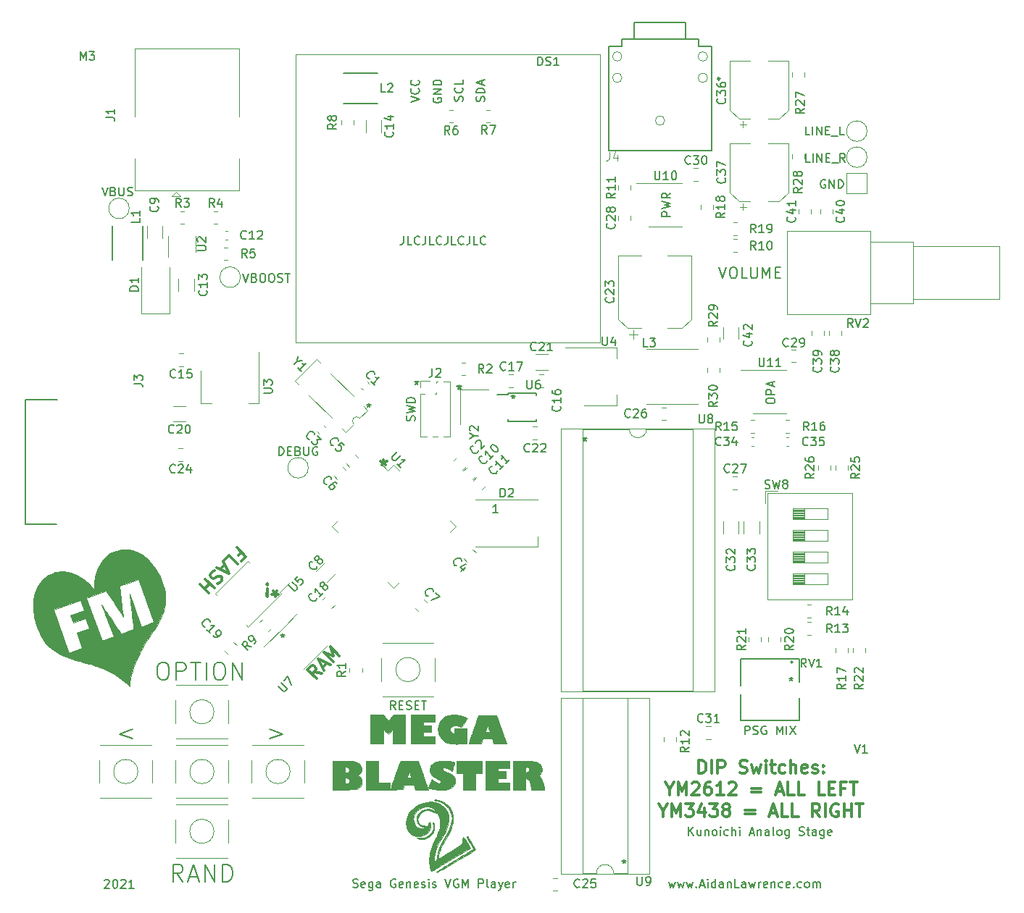
<source format=gbr>
G04 #@! TF.GenerationSoftware,KiCad,Pcbnew,(5.1.8)-1*
G04 #@! TF.CreationDate,2020-12-22T19:01:30-08:00*
G04 #@! TF.ProjectId,MegaBlaster2,4d656761-426c-4617-9374-6572322e6b69,rev?*
G04 #@! TF.SameCoordinates,Original*
G04 #@! TF.FileFunction,Legend,Top*
G04 #@! TF.FilePolarity,Positive*
%FSLAX46Y46*%
G04 Gerber Fmt 4.6, Leading zero omitted, Abs format (unit mm)*
G04 Created by KiCad (PCBNEW (5.1.8)-1) date 2020-12-22 19:01:30*
%MOMM*%
%LPD*%
G01*
G04 APERTURE LIST*
%ADD10C,0.150000*%
%ADD11C,0.300000*%
%ADD12C,0.250000*%
%ADD13C,0.010000*%
%ADD14C,0.152400*%
%ADD15C,0.120000*%
%ADD16C,0.304800*%
%ADD17C,0.127000*%
%ADD18C,0.100000*%
%ADD19C,0.050000*%
G04 APERTURE END LIST*
D10*
X128159452Y-63841380D02*
X128159452Y-64555666D01*
X128111833Y-64698523D01*
X128016595Y-64793761D01*
X127873738Y-64841380D01*
X127778500Y-64841380D01*
X129111833Y-64841380D02*
X128635642Y-64841380D01*
X128635642Y-63841380D01*
X130016595Y-64746142D02*
X129968976Y-64793761D01*
X129826119Y-64841380D01*
X129730880Y-64841380D01*
X129588023Y-64793761D01*
X129492785Y-64698523D01*
X129445166Y-64603285D01*
X129397547Y-64412809D01*
X129397547Y-64269952D01*
X129445166Y-64079476D01*
X129492785Y-63984238D01*
X129588023Y-63889000D01*
X129730880Y-63841380D01*
X129826119Y-63841380D01*
X129968976Y-63889000D01*
X130016595Y-63936619D01*
X130730880Y-63841380D02*
X130730880Y-64555666D01*
X130683261Y-64698523D01*
X130588023Y-64793761D01*
X130445166Y-64841380D01*
X130349928Y-64841380D01*
X131683261Y-64841380D02*
X131207071Y-64841380D01*
X131207071Y-63841380D01*
X132588023Y-64746142D02*
X132540404Y-64793761D01*
X132397547Y-64841380D01*
X132302309Y-64841380D01*
X132159452Y-64793761D01*
X132064214Y-64698523D01*
X132016595Y-64603285D01*
X131968976Y-64412809D01*
X131968976Y-64269952D01*
X132016595Y-64079476D01*
X132064214Y-63984238D01*
X132159452Y-63889000D01*
X132302309Y-63841380D01*
X132397547Y-63841380D01*
X132540404Y-63889000D01*
X132588023Y-63936619D01*
X133302309Y-63841380D02*
X133302309Y-64555666D01*
X133254690Y-64698523D01*
X133159452Y-64793761D01*
X133016595Y-64841380D01*
X132921357Y-64841380D01*
X134254690Y-64841380D02*
X133778500Y-64841380D01*
X133778500Y-63841380D01*
X135159452Y-64746142D02*
X135111833Y-64793761D01*
X134968976Y-64841380D01*
X134873738Y-64841380D01*
X134730880Y-64793761D01*
X134635642Y-64698523D01*
X134588023Y-64603285D01*
X134540404Y-64412809D01*
X134540404Y-64269952D01*
X134588023Y-64079476D01*
X134635642Y-63984238D01*
X134730880Y-63889000D01*
X134873738Y-63841380D01*
X134968976Y-63841380D01*
X135111833Y-63889000D01*
X135159452Y-63936619D01*
X135873738Y-63841380D02*
X135873738Y-64555666D01*
X135826119Y-64698523D01*
X135730880Y-64793761D01*
X135588023Y-64841380D01*
X135492785Y-64841380D01*
X136826119Y-64841380D02*
X136349928Y-64841380D01*
X136349928Y-63841380D01*
X137730880Y-64746142D02*
X137683261Y-64793761D01*
X137540404Y-64841380D01*
X137445166Y-64841380D01*
X137302309Y-64793761D01*
X137207071Y-64698523D01*
X137159452Y-64603285D01*
X137111833Y-64412809D01*
X137111833Y-64269952D01*
X137159452Y-64079476D01*
X137207071Y-63984238D01*
X137302309Y-63889000D01*
X137445166Y-63841380D01*
X137540404Y-63841380D01*
X137683261Y-63889000D01*
X137730880Y-63936619D01*
X93218214Y-139184119D02*
X93265833Y-139136500D01*
X93361071Y-139088880D01*
X93599166Y-139088880D01*
X93694404Y-139136500D01*
X93742023Y-139184119D01*
X93789642Y-139279357D01*
X93789642Y-139374595D01*
X93742023Y-139517452D01*
X93170595Y-140088880D01*
X93789642Y-140088880D01*
X94408690Y-139088880D02*
X94503928Y-139088880D01*
X94599166Y-139136500D01*
X94646785Y-139184119D01*
X94694404Y-139279357D01*
X94742023Y-139469833D01*
X94742023Y-139707928D01*
X94694404Y-139898404D01*
X94646785Y-139993642D01*
X94599166Y-140041261D01*
X94503928Y-140088880D01*
X94408690Y-140088880D01*
X94313452Y-140041261D01*
X94265833Y-139993642D01*
X94218214Y-139898404D01*
X94170595Y-139707928D01*
X94170595Y-139469833D01*
X94218214Y-139279357D01*
X94265833Y-139184119D01*
X94313452Y-139136500D01*
X94408690Y-139088880D01*
X95122976Y-139184119D02*
X95170595Y-139136500D01*
X95265833Y-139088880D01*
X95503928Y-139088880D01*
X95599166Y-139136500D01*
X95646785Y-139184119D01*
X95694404Y-139279357D01*
X95694404Y-139374595D01*
X95646785Y-139517452D01*
X95075357Y-140088880D01*
X95694404Y-140088880D01*
X96646785Y-140088880D02*
X96075357Y-140088880D01*
X96361071Y-140088880D02*
X96361071Y-139088880D01*
X96265833Y-139231738D01*
X96170595Y-139326976D01*
X96075357Y-139374595D01*
X122246619Y-139977761D02*
X122389476Y-140025380D01*
X122627571Y-140025380D01*
X122722809Y-139977761D01*
X122770428Y-139930142D01*
X122818047Y-139834904D01*
X122818047Y-139739666D01*
X122770428Y-139644428D01*
X122722809Y-139596809D01*
X122627571Y-139549190D01*
X122437095Y-139501571D01*
X122341857Y-139453952D01*
X122294238Y-139406333D01*
X122246619Y-139311095D01*
X122246619Y-139215857D01*
X122294238Y-139120619D01*
X122341857Y-139073000D01*
X122437095Y-139025380D01*
X122675190Y-139025380D01*
X122818047Y-139073000D01*
X123627571Y-139977761D02*
X123532333Y-140025380D01*
X123341857Y-140025380D01*
X123246619Y-139977761D01*
X123199000Y-139882523D01*
X123199000Y-139501571D01*
X123246619Y-139406333D01*
X123341857Y-139358714D01*
X123532333Y-139358714D01*
X123627571Y-139406333D01*
X123675190Y-139501571D01*
X123675190Y-139596809D01*
X123199000Y-139692047D01*
X124532333Y-139358714D02*
X124532333Y-140168238D01*
X124484714Y-140263476D01*
X124437095Y-140311095D01*
X124341857Y-140358714D01*
X124199000Y-140358714D01*
X124103761Y-140311095D01*
X124532333Y-139977761D02*
X124437095Y-140025380D01*
X124246619Y-140025380D01*
X124151380Y-139977761D01*
X124103761Y-139930142D01*
X124056142Y-139834904D01*
X124056142Y-139549190D01*
X124103761Y-139453952D01*
X124151380Y-139406333D01*
X124246619Y-139358714D01*
X124437095Y-139358714D01*
X124532333Y-139406333D01*
X125437095Y-140025380D02*
X125437095Y-139501571D01*
X125389476Y-139406333D01*
X125294238Y-139358714D01*
X125103761Y-139358714D01*
X125008523Y-139406333D01*
X125437095Y-139977761D02*
X125341857Y-140025380D01*
X125103761Y-140025380D01*
X125008523Y-139977761D01*
X124960904Y-139882523D01*
X124960904Y-139787285D01*
X125008523Y-139692047D01*
X125103761Y-139644428D01*
X125341857Y-139644428D01*
X125437095Y-139596809D01*
X127199000Y-139073000D02*
X127103761Y-139025380D01*
X126960904Y-139025380D01*
X126818047Y-139073000D01*
X126722809Y-139168238D01*
X126675190Y-139263476D01*
X126627571Y-139453952D01*
X126627571Y-139596809D01*
X126675190Y-139787285D01*
X126722809Y-139882523D01*
X126818047Y-139977761D01*
X126960904Y-140025380D01*
X127056142Y-140025380D01*
X127199000Y-139977761D01*
X127246619Y-139930142D01*
X127246619Y-139596809D01*
X127056142Y-139596809D01*
X128056142Y-139977761D02*
X127960904Y-140025380D01*
X127770428Y-140025380D01*
X127675190Y-139977761D01*
X127627571Y-139882523D01*
X127627571Y-139501571D01*
X127675190Y-139406333D01*
X127770428Y-139358714D01*
X127960904Y-139358714D01*
X128056142Y-139406333D01*
X128103761Y-139501571D01*
X128103761Y-139596809D01*
X127627571Y-139692047D01*
X128532333Y-139358714D02*
X128532333Y-140025380D01*
X128532333Y-139453952D02*
X128579952Y-139406333D01*
X128675190Y-139358714D01*
X128818047Y-139358714D01*
X128913285Y-139406333D01*
X128960904Y-139501571D01*
X128960904Y-140025380D01*
X129818047Y-139977761D02*
X129722809Y-140025380D01*
X129532333Y-140025380D01*
X129437095Y-139977761D01*
X129389476Y-139882523D01*
X129389476Y-139501571D01*
X129437095Y-139406333D01*
X129532333Y-139358714D01*
X129722809Y-139358714D01*
X129818047Y-139406333D01*
X129865666Y-139501571D01*
X129865666Y-139596809D01*
X129389476Y-139692047D01*
X130246619Y-139977761D02*
X130341857Y-140025380D01*
X130532333Y-140025380D01*
X130627571Y-139977761D01*
X130675190Y-139882523D01*
X130675190Y-139834904D01*
X130627571Y-139739666D01*
X130532333Y-139692047D01*
X130389476Y-139692047D01*
X130294238Y-139644428D01*
X130246619Y-139549190D01*
X130246619Y-139501571D01*
X130294238Y-139406333D01*
X130389476Y-139358714D01*
X130532333Y-139358714D01*
X130627571Y-139406333D01*
X131103761Y-140025380D02*
X131103761Y-139358714D01*
X131103761Y-139025380D02*
X131056142Y-139073000D01*
X131103761Y-139120619D01*
X131151380Y-139073000D01*
X131103761Y-139025380D01*
X131103761Y-139120619D01*
X131532333Y-139977761D02*
X131627571Y-140025380D01*
X131818047Y-140025380D01*
X131913285Y-139977761D01*
X131960904Y-139882523D01*
X131960904Y-139834904D01*
X131913285Y-139739666D01*
X131818047Y-139692047D01*
X131675190Y-139692047D01*
X131579952Y-139644428D01*
X131532333Y-139549190D01*
X131532333Y-139501571D01*
X131579952Y-139406333D01*
X131675190Y-139358714D01*
X131818047Y-139358714D01*
X131913285Y-139406333D01*
X133008523Y-139025380D02*
X133341857Y-140025380D01*
X133675190Y-139025380D01*
X134532333Y-139073000D02*
X134437095Y-139025380D01*
X134294238Y-139025380D01*
X134151380Y-139073000D01*
X134056142Y-139168238D01*
X134008523Y-139263476D01*
X133960904Y-139453952D01*
X133960904Y-139596809D01*
X134008523Y-139787285D01*
X134056142Y-139882523D01*
X134151380Y-139977761D01*
X134294238Y-140025380D01*
X134389476Y-140025380D01*
X134532333Y-139977761D01*
X134579952Y-139930142D01*
X134579952Y-139596809D01*
X134389476Y-139596809D01*
X135008523Y-140025380D02*
X135008523Y-139025380D01*
X135341857Y-139739666D01*
X135675190Y-139025380D01*
X135675190Y-140025380D01*
X136913285Y-140025380D02*
X136913285Y-139025380D01*
X137294238Y-139025380D01*
X137389476Y-139073000D01*
X137437095Y-139120619D01*
X137484714Y-139215857D01*
X137484714Y-139358714D01*
X137437095Y-139453952D01*
X137389476Y-139501571D01*
X137294238Y-139549190D01*
X136913285Y-139549190D01*
X138056142Y-140025380D02*
X137960904Y-139977761D01*
X137913285Y-139882523D01*
X137913285Y-139025380D01*
X138865666Y-140025380D02*
X138865666Y-139501571D01*
X138818047Y-139406333D01*
X138722809Y-139358714D01*
X138532333Y-139358714D01*
X138437095Y-139406333D01*
X138865666Y-139977761D02*
X138770428Y-140025380D01*
X138532333Y-140025380D01*
X138437095Y-139977761D01*
X138389476Y-139882523D01*
X138389476Y-139787285D01*
X138437095Y-139692047D01*
X138532333Y-139644428D01*
X138770428Y-139644428D01*
X138865666Y-139596809D01*
X139246619Y-139358714D02*
X139484714Y-140025380D01*
X139722809Y-139358714D02*
X139484714Y-140025380D01*
X139389476Y-140263476D01*
X139341857Y-140311095D01*
X139246619Y-140358714D01*
X140484714Y-139977761D02*
X140389476Y-140025380D01*
X140199000Y-140025380D01*
X140103761Y-139977761D01*
X140056142Y-139882523D01*
X140056142Y-139501571D01*
X140103761Y-139406333D01*
X140199000Y-139358714D01*
X140389476Y-139358714D01*
X140484714Y-139406333D01*
X140532333Y-139501571D01*
X140532333Y-139596809D01*
X140056142Y-139692047D01*
X140960904Y-140025380D02*
X140960904Y-139358714D01*
X140960904Y-139549190D02*
X141008523Y-139453952D01*
X141056142Y-139406333D01*
X141151380Y-139358714D01*
X141246619Y-139358714D01*
X165003619Y-67487095D02*
X165436952Y-68787095D01*
X165870285Y-67487095D01*
X166551238Y-67487095D02*
X166798857Y-67487095D01*
X166922666Y-67549000D01*
X167046476Y-67672809D01*
X167108380Y-67920428D01*
X167108380Y-68353761D01*
X167046476Y-68601380D01*
X166922666Y-68725190D01*
X166798857Y-68787095D01*
X166551238Y-68787095D01*
X166427428Y-68725190D01*
X166303619Y-68601380D01*
X166241714Y-68353761D01*
X166241714Y-67920428D01*
X166303619Y-67672809D01*
X166427428Y-67549000D01*
X166551238Y-67487095D01*
X168284571Y-68787095D02*
X167665523Y-68787095D01*
X167665523Y-67487095D01*
X168717904Y-67487095D02*
X168717904Y-68539476D01*
X168779809Y-68663285D01*
X168841714Y-68725190D01*
X168965523Y-68787095D01*
X169213142Y-68787095D01*
X169336952Y-68725190D01*
X169398857Y-68663285D01*
X169460761Y-68539476D01*
X169460761Y-67487095D01*
X170079809Y-68787095D02*
X170079809Y-67487095D01*
X170513142Y-68415666D01*
X170946476Y-67487095D01*
X170946476Y-68787095D01*
X171565523Y-68106142D02*
X171998857Y-68106142D01*
X172184571Y-68787095D02*
X171565523Y-68787095D01*
X171565523Y-67487095D01*
X172184571Y-67487095D01*
X149352000Y-87336380D02*
X149352000Y-87574476D01*
X149113904Y-87479238D02*
X149352000Y-87574476D01*
X149590095Y-87479238D01*
X149209142Y-87764952D02*
X149352000Y-87574476D01*
X149494857Y-87764952D01*
X153924000Y-136739380D02*
X153924000Y-136977476D01*
X153685904Y-136882238D02*
X153924000Y-136977476D01*
X154162095Y-136882238D01*
X153781142Y-137167952D02*
X153924000Y-136977476D01*
X154066857Y-137167952D01*
X114046000Y-110323380D02*
X114046000Y-110561476D01*
X113807904Y-110466238D02*
X114046000Y-110561476D01*
X114284095Y-110466238D01*
X113903142Y-110751952D02*
X114046000Y-110561476D01*
X114188857Y-110751952D01*
X129436761Y-85431142D02*
X129484380Y-85288285D01*
X129484380Y-85050190D01*
X129436761Y-84954952D01*
X129389142Y-84907333D01*
X129293904Y-84859714D01*
X129198666Y-84859714D01*
X129103428Y-84907333D01*
X129055809Y-84954952D01*
X129008190Y-85050190D01*
X128960571Y-85240666D01*
X128912952Y-85335904D01*
X128865333Y-85383523D01*
X128770095Y-85431142D01*
X128674857Y-85431142D01*
X128579619Y-85383523D01*
X128532000Y-85335904D01*
X128484380Y-85240666D01*
X128484380Y-85002571D01*
X128532000Y-84859714D01*
X128484380Y-84526380D02*
X129484380Y-84288285D01*
X128770095Y-84097809D01*
X129484380Y-83907333D01*
X128484380Y-83669238D01*
X129484380Y-83288285D02*
X128484380Y-83288285D01*
X128484380Y-83050190D01*
X128532000Y-82907333D01*
X128627238Y-82812095D01*
X128722476Y-82764476D01*
X128912952Y-82716857D01*
X129055809Y-82716857D01*
X129246285Y-82764476D01*
X129341523Y-82812095D01*
X129436761Y-82907333D01*
X129484380Y-83050190D01*
X129484380Y-83288285D01*
X90376476Y-43251380D02*
X90376476Y-42251380D01*
X90709809Y-42965666D01*
X91043142Y-42251380D01*
X91043142Y-43251380D01*
X91424095Y-42251380D02*
X92043142Y-42251380D01*
X91709809Y-42632333D01*
X91852666Y-42632333D01*
X91947904Y-42679952D01*
X91995523Y-42727571D01*
X92043142Y-42822809D01*
X92043142Y-43060904D01*
X91995523Y-43156142D01*
X91947904Y-43203761D01*
X91852666Y-43251380D01*
X91566952Y-43251380D01*
X91471714Y-43203761D01*
X91424095Y-43156142D01*
X127198619Y-119197380D02*
X126865285Y-118721190D01*
X126627190Y-119197380D02*
X126627190Y-118197380D01*
X127008142Y-118197380D01*
X127103380Y-118245000D01*
X127151000Y-118292619D01*
X127198619Y-118387857D01*
X127198619Y-118530714D01*
X127151000Y-118625952D01*
X127103380Y-118673571D01*
X127008142Y-118721190D01*
X126627190Y-118721190D01*
X127627190Y-118673571D02*
X127960523Y-118673571D01*
X128103380Y-119197380D02*
X127627190Y-119197380D01*
X127627190Y-118197380D01*
X128103380Y-118197380D01*
X128484333Y-119149761D02*
X128627190Y-119197380D01*
X128865285Y-119197380D01*
X128960523Y-119149761D01*
X129008142Y-119102142D01*
X129055761Y-119006904D01*
X129055761Y-118911666D01*
X129008142Y-118816428D01*
X128960523Y-118768809D01*
X128865285Y-118721190D01*
X128674809Y-118673571D01*
X128579571Y-118625952D01*
X128531952Y-118578333D01*
X128484333Y-118483095D01*
X128484333Y-118387857D01*
X128531952Y-118292619D01*
X128579571Y-118245000D01*
X128674809Y-118197380D01*
X128912904Y-118197380D01*
X129055761Y-118245000D01*
X129484333Y-118673571D02*
X129817666Y-118673571D01*
X129960523Y-119197380D02*
X129484333Y-119197380D01*
X129484333Y-118197380D01*
X129960523Y-118197380D01*
X130246238Y-118197380D02*
X130817666Y-118197380D01*
X130531952Y-119197380D02*
X130531952Y-118197380D01*
X180800476Y-123277380D02*
X181133809Y-124277380D01*
X181467142Y-123277380D01*
X182324285Y-124277380D02*
X181752857Y-124277380D01*
X182038571Y-124277380D02*
X182038571Y-123277380D01*
X181943333Y-123420238D01*
X181848095Y-123515476D01*
X181752857Y-123563095D01*
X161465666Y-133929380D02*
X161465666Y-132929380D01*
X162037095Y-133929380D02*
X161608523Y-133357952D01*
X162037095Y-132929380D02*
X161465666Y-133500809D01*
X162894238Y-133262714D02*
X162894238Y-133929380D01*
X162465666Y-133262714D02*
X162465666Y-133786523D01*
X162513285Y-133881761D01*
X162608523Y-133929380D01*
X162751380Y-133929380D01*
X162846619Y-133881761D01*
X162894238Y-133834142D01*
X163370428Y-133262714D02*
X163370428Y-133929380D01*
X163370428Y-133357952D02*
X163418047Y-133310333D01*
X163513285Y-133262714D01*
X163656142Y-133262714D01*
X163751380Y-133310333D01*
X163799000Y-133405571D01*
X163799000Y-133929380D01*
X164418047Y-133929380D02*
X164322809Y-133881761D01*
X164275190Y-133834142D01*
X164227571Y-133738904D01*
X164227571Y-133453190D01*
X164275190Y-133357952D01*
X164322809Y-133310333D01*
X164418047Y-133262714D01*
X164560904Y-133262714D01*
X164656142Y-133310333D01*
X164703761Y-133357952D01*
X164751380Y-133453190D01*
X164751380Y-133738904D01*
X164703761Y-133834142D01*
X164656142Y-133881761D01*
X164560904Y-133929380D01*
X164418047Y-133929380D01*
X165179952Y-133929380D02*
X165179952Y-133262714D01*
X165179952Y-132929380D02*
X165132333Y-132977000D01*
X165179952Y-133024619D01*
X165227571Y-132977000D01*
X165179952Y-132929380D01*
X165179952Y-133024619D01*
X166084714Y-133881761D02*
X165989476Y-133929380D01*
X165799000Y-133929380D01*
X165703761Y-133881761D01*
X165656142Y-133834142D01*
X165608523Y-133738904D01*
X165608523Y-133453190D01*
X165656142Y-133357952D01*
X165703761Y-133310333D01*
X165799000Y-133262714D01*
X165989476Y-133262714D01*
X166084714Y-133310333D01*
X166513285Y-133929380D02*
X166513285Y-132929380D01*
X166941857Y-133929380D02*
X166941857Y-133405571D01*
X166894238Y-133310333D01*
X166799000Y-133262714D01*
X166656142Y-133262714D01*
X166560904Y-133310333D01*
X166513285Y-133357952D01*
X167418047Y-133929380D02*
X167418047Y-133262714D01*
X167418047Y-132929380D02*
X167370428Y-132977000D01*
X167418047Y-133024619D01*
X167465666Y-132977000D01*
X167418047Y-132929380D01*
X167418047Y-133024619D01*
X168608523Y-133643666D02*
X169084714Y-133643666D01*
X168513285Y-133929380D02*
X168846619Y-132929380D01*
X169179952Y-133929380D01*
X169513285Y-133262714D02*
X169513285Y-133929380D01*
X169513285Y-133357952D02*
X169560904Y-133310333D01*
X169656142Y-133262714D01*
X169799000Y-133262714D01*
X169894238Y-133310333D01*
X169941857Y-133405571D01*
X169941857Y-133929380D01*
X170846619Y-133929380D02*
X170846619Y-133405571D01*
X170799000Y-133310333D01*
X170703761Y-133262714D01*
X170513285Y-133262714D01*
X170418047Y-133310333D01*
X170846619Y-133881761D02*
X170751380Y-133929380D01*
X170513285Y-133929380D01*
X170418047Y-133881761D01*
X170370428Y-133786523D01*
X170370428Y-133691285D01*
X170418047Y-133596047D01*
X170513285Y-133548428D01*
X170751380Y-133548428D01*
X170846619Y-133500809D01*
X171465666Y-133929380D02*
X171370428Y-133881761D01*
X171322809Y-133786523D01*
X171322809Y-132929380D01*
X171989476Y-133929380D02*
X171894238Y-133881761D01*
X171846619Y-133834142D01*
X171799000Y-133738904D01*
X171799000Y-133453190D01*
X171846619Y-133357952D01*
X171894238Y-133310333D01*
X171989476Y-133262714D01*
X172132333Y-133262714D01*
X172227571Y-133310333D01*
X172275190Y-133357952D01*
X172322809Y-133453190D01*
X172322809Y-133738904D01*
X172275190Y-133834142D01*
X172227571Y-133881761D01*
X172132333Y-133929380D01*
X171989476Y-133929380D01*
X173179952Y-133262714D02*
X173179952Y-134072238D01*
X173132333Y-134167476D01*
X173084714Y-134215095D01*
X172989476Y-134262714D01*
X172846619Y-134262714D01*
X172751380Y-134215095D01*
X173179952Y-133881761D02*
X173084714Y-133929380D01*
X172894238Y-133929380D01*
X172799000Y-133881761D01*
X172751380Y-133834142D01*
X172703761Y-133738904D01*
X172703761Y-133453190D01*
X172751380Y-133357952D01*
X172799000Y-133310333D01*
X172894238Y-133262714D01*
X173084714Y-133262714D01*
X173179952Y-133310333D01*
X174370428Y-133881761D02*
X174513285Y-133929380D01*
X174751380Y-133929380D01*
X174846619Y-133881761D01*
X174894238Y-133834142D01*
X174941857Y-133738904D01*
X174941857Y-133643666D01*
X174894238Y-133548428D01*
X174846619Y-133500809D01*
X174751380Y-133453190D01*
X174560904Y-133405571D01*
X174465666Y-133357952D01*
X174418047Y-133310333D01*
X174370428Y-133215095D01*
X174370428Y-133119857D01*
X174418047Y-133024619D01*
X174465666Y-132977000D01*
X174560904Y-132929380D01*
X174799000Y-132929380D01*
X174941857Y-132977000D01*
X175227571Y-133262714D02*
X175608523Y-133262714D01*
X175370428Y-132929380D02*
X175370428Y-133786523D01*
X175418047Y-133881761D01*
X175513285Y-133929380D01*
X175608523Y-133929380D01*
X176370428Y-133929380D02*
X176370428Y-133405571D01*
X176322809Y-133310333D01*
X176227571Y-133262714D01*
X176037095Y-133262714D01*
X175941857Y-133310333D01*
X176370428Y-133881761D02*
X176275190Y-133929380D01*
X176037095Y-133929380D01*
X175941857Y-133881761D01*
X175894238Y-133786523D01*
X175894238Y-133691285D01*
X175941857Y-133596047D01*
X176037095Y-133548428D01*
X176275190Y-133548428D01*
X176370428Y-133500809D01*
X177275190Y-133262714D02*
X177275190Y-134072238D01*
X177227571Y-134167476D01*
X177179952Y-134215095D01*
X177084714Y-134262714D01*
X176941857Y-134262714D01*
X176846619Y-134215095D01*
X177275190Y-133881761D02*
X177179952Y-133929380D01*
X176989476Y-133929380D01*
X176894238Y-133881761D01*
X176846619Y-133834142D01*
X176799000Y-133738904D01*
X176799000Y-133453190D01*
X176846619Y-133357952D01*
X176894238Y-133310333D01*
X176989476Y-133262714D01*
X177179952Y-133262714D01*
X177275190Y-133310333D01*
X178132333Y-133881761D02*
X178037095Y-133929380D01*
X177846619Y-133929380D01*
X177751380Y-133881761D01*
X177703761Y-133786523D01*
X177703761Y-133405571D01*
X177751380Y-133310333D01*
X177846619Y-133262714D01*
X178037095Y-133262714D01*
X178132333Y-133310333D01*
X178179952Y-133405571D01*
X178179952Y-133500809D01*
X177703761Y-133596047D01*
X159116238Y-139358714D02*
X159306714Y-140025380D01*
X159497190Y-139549190D01*
X159687666Y-140025380D01*
X159878142Y-139358714D01*
X160163857Y-139358714D02*
X160354333Y-140025380D01*
X160544809Y-139549190D01*
X160735285Y-140025380D01*
X160925761Y-139358714D01*
X161211476Y-139358714D02*
X161401952Y-140025380D01*
X161592428Y-139549190D01*
X161782904Y-140025380D01*
X161973380Y-139358714D01*
X162354333Y-139930142D02*
X162401952Y-139977761D01*
X162354333Y-140025380D01*
X162306714Y-139977761D01*
X162354333Y-139930142D01*
X162354333Y-140025380D01*
X162782904Y-139739666D02*
X163259095Y-139739666D01*
X162687666Y-140025380D02*
X163021000Y-139025380D01*
X163354333Y-140025380D01*
X163687666Y-140025380D02*
X163687666Y-139358714D01*
X163687666Y-139025380D02*
X163640047Y-139073000D01*
X163687666Y-139120619D01*
X163735285Y-139073000D01*
X163687666Y-139025380D01*
X163687666Y-139120619D01*
X164592428Y-140025380D02*
X164592428Y-139025380D01*
X164592428Y-139977761D02*
X164497190Y-140025380D01*
X164306714Y-140025380D01*
X164211476Y-139977761D01*
X164163857Y-139930142D01*
X164116238Y-139834904D01*
X164116238Y-139549190D01*
X164163857Y-139453952D01*
X164211476Y-139406333D01*
X164306714Y-139358714D01*
X164497190Y-139358714D01*
X164592428Y-139406333D01*
X165497190Y-140025380D02*
X165497190Y-139501571D01*
X165449571Y-139406333D01*
X165354333Y-139358714D01*
X165163857Y-139358714D01*
X165068619Y-139406333D01*
X165497190Y-139977761D02*
X165401952Y-140025380D01*
X165163857Y-140025380D01*
X165068619Y-139977761D01*
X165021000Y-139882523D01*
X165021000Y-139787285D01*
X165068619Y-139692047D01*
X165163857Y-139644428D01*
X165401952Y-139644428D01*
X165497190Y-139596809D01*
X165973380Y-139358714D02*
X165973380Y-140025380D01*
X165973380Y-139453952D02*
X166021000Y-139406333D01*
X166116238Y-139358714D01*
X166259095Y-139358714D01*
X166354333Y-139406333D01*
X166401952Y-139501571D01*
X166401952Y-140025380D01*
X167354333Y-140025380D02*
X166878142Y-140025380D01*
X166878142Y-139025380D01*
X168116238Y-140025380D02*
X168116238Y-139501571D01*
X168068619Y-139406333D01*
X167973380Y-139358714D01*
X167782904Y-139358714D01*
X167687666Y-139406333D01*
X168116238Y-139977761D02*
X168021000Y-140025380D01*
X167782904Y-140025380D01*
X167687666Y-139977761D01*
X167640047Y-139882523D01*
X167640047Y-139787285D01*
X167687666Y-139692047D01*
X167782904Y-139644428D01*
X168021000Y-139644428D01*
X168116238Y-139596809D01*
X168497190Y-139358714D02*
X168687666Y-140025380D01*
X168878142Y-139549190D01*
X169068619Y-140025380D01*
X169259095Y-139358714D01*
X169640047Y-140025380D02*
X169640047Y-139358714D01*
X169640047Y-139549190D02*
X169687666Y-139453952D01*
X169735285Y-139406333D01*
X169830523Y-139358714D01*
X169925761Y-139358714D01*
X170640047Y-139977761D02*
X170544809Y-140025380D01*
X170354333Y-140025380D01*
X170259095Y-139977761D01*
X170211476Y-139882523D01*
X170211476Y-139501571D01*
X170259095Y-139406333D01*
X170354333Y-139358714D01*
X170544809Y-139358714D01*
X170640047Y-139406333D01*
X170687666Y-139501571D01*
X170687666Y-139596809D01*
X170211476Y-139692047D01*
X171116238Y-139358714D02*
X171116238Y-140025380D01*
X171116238Y-139453952D02*
X171163857Y-139406333D01*
X171259095Y-139358714D01*
X171401952Y-139358714D01*
X171497190Y-139406333D01*
X171544809Y-139501571D01*
X171544809Y-140025380D01*
X172449571Y-139977761D02*
X172354333Y-140025380D01*
X172163857Y-140025380D01*
X172068619Y-139977761D01*
X172021000Y-139930142D01*
X171973380Y-139834904D01*
X171973380Y-139549190D01*
X172021000Y-139453952D01*
X172068619Y-139406333D01*
X172163857Y-139358714D01*
X172354333Y-139358714D01*
X172449571Y-139406333D01*
X173259095Y-139977761D02*
X173163857Y-140025380D01*
X172973380Y-140025380D01*
X172878142Y-139977761D01*
X172830523Y-139882523D01*
X172830523Y-139501571D01*
X172878142Y-139406333D01*
X172973380Y-139358714D01*
X173163857Y-139358714D01*
X173259095Y-139406333D01*
X173306714Y-139501571D01*
X173306714Y-139596809D01*
X172830523Y-139692047D01*
X173735285Y-139930142D02*
X173782904Y-139977761D01*
X173735285Y-140025380D01*
X173687666Y-139977761D01*
X173735285Y-139930142D01*
X173735285Y-140025380D01*
X174640047Y-139977761D02*
X174544809Y-140025380D01*
X174354333Y-140025380D01*
X174259095Y-139977761D01*
X174211476Y-139930142D01*
X174163857Y-139834904D01*
X174163857Y-139549190D01*
X174211476Y-139453952D01*
X174259095Y-139406333D01*
X174354333Y-139358714D01*
X174544809Y-139358714D01*
X174640047Y-139406333D01*
X175211476Y-140025380D02*
X175116238Y-139977761D01*
X175068619Y-139930142D01*
X175021000Y-139834904D01*
X175021000Y-139549190D01*
X175068619Y-139453952D01*
X175116238Y-139406333D01*
X175211476Y-139358714D01*
X175354333Y-139358714D01*
X175449571Y-139406333D01*
X175497190Y-139453952D01*
X175544809Y-139549190D01*
X175544809Y-139834904D01*
X175497190Y-139930142D01*
X175449571Y-139977761D01*
X175354333Y-140025380D01*
X175211476Y-140025380D01*
X175973380Y-140025380D02*
X175973380Y-139358714D01*
X175973380Y-139453952D02*
X176021000Y-139406333D01*
X176116238Y-139358714D01*
X176259095Y-139358714D01*
X176354333Y-139406333D01*
X176401952Y-139501571D01*
X176401952Y-140025380D01*
X176401952Y-139501571D02*
X176449571Y-139406333D01*
X176544809Y-139358714D01*
X176687666Y-139358714D01*
X176782904Y-139406333D01*
X176830523Y-139501571D01*
X176830523Y-140025380D01*
X124079000Y-83399380D02*
X124079000Y-83637476D01*
X123840904Y-83542238D02*
X124079000Y-83637476D01*
X124317095Y-83542238D01*
X123936142Y-83827952D02*
X124079000Y-83637476D01*
X124221857Y-83827952D01*
X129667000Y-80732380D02*
X129667000Y-80970476D01*
X129428904Y-80875238D02*
X129667000Y-80970476D01*
X129905095Y-80875238D01*
X129524142Y-81160952D02*
X129667000Y-80970476D01*
X129809857Y-81160952D01*
X140970000Y-82383380D02*
X140970000Y-82621476D01*
X140731904Y-82526238D02*
X140970000Y-82621476D01*
X141208095Y-82526238D01*
X140827142Y-82811952D02*
X140970000Y-82621476D01*
X141112857Y-82811952D01*
X170521380Y-83192809D02*
X170521380Y-83002333D01*
X170569000Y-82907095D01*
X170664238Y-82811857D01*
X170854714Y-82764238D01*
X171188047Y-82764238D01*
X171378523Y-82811857D01*
X171473761Y-82907095D01*
X171521380Y-83002333D01*
X171521380Y-83192809D01*
X171473761Y-83288047D01*
X171378523Y-83383285D01*
X171188047Y-83430904D01*
X170854714Y-83430904D01*
X170664238Y-83383285D01*
X170569000Y-83288047D01*
X170521380Y-83192809D01*
X171521380Y-82335666D02*
X170521380Y-82335666D01*
X170521380Y-81954714D01*
X170569000Y-81859476D01*
X170616619Y-81811857D01*
X170711857Y-81764238D01*
X170854714Y-81764238D01*
X170949952Y-81811857D01*
X170997571Y-81859476D01*
X171045190Y-81954714D01*
X171045190Y-82335666D01*
X171235666Y-81383285D02*
X171235666Y-80907095D01*
X171521380Y-81478523D02*
X170521380Y-81145190D01*
X171521380Y-80811857D01*
X159329380Y-61531333D02*
X158329380Y-61531333D01*
X158329380Y-61150380D01*
X158377000Y-61055142D01*
X158424619Y-61007523D01*
X158519857Y-60959904D01*
X158662714Y-60959904D01*
X158757952Y-61007523D01*
X158805571Y-61055142D01*
X158853190Y-61150380D01*
X158853190Y-61531333D01*
X158329380Y-60626571D02*
X159329380Y-60388476D01*
X158615095Y-60198000D01*
X159329380Y-60007523D01*
X158329380Y-59769428D01*
X159329380Y-58817047D02*
X158853190Y-59150380D01*
X159329380Y-59388476D02*
X158329380Y-59388476D01*
X158329380Y-59007523D01*
X158377000Y-58912285D01*
X158424619Y-58864666D01*
X158519857Y-58817047D01*
X158662714Y-58817047D01*
X158757952Y-58864666D01*
X158805571Y-58912285D01*
X158853190Y-59007523D01*
X158853190Y-59388476D01*
X113585904Y-89479380D02*
X113585904Y-88479380D01*
X113824000Y-88479380D01*
X113966857Y-88527000D01*
X114062095Y-88622238D01*
X114109714Y-88717476D01*
X114157333Y-88907952D01*
X114157333Y-89050809D01*
X114109714Y-89241285D01*
X114062095Y-89336523D01*
X113966857Y-89431761D01*
X113824000Y-89479380D01*
X113585904Y-89479380D01*
X114585904Y-88955571D02*
X114919238Y-88955571D01*
X115062095Y-89479380D02*
X114585904Y-89479380D01*
X114585904Y-88479380D01*
X115062095Y-88479380D01*
X115824000Y-88955571D02*
X115966857Y-89003190D01*
X116014476Y-89050809D01*
X116062095Y-89146047D01*
X116062095Y-89288904D01*
X116014476Y-89384142D01*
X115966857Y-89431761D01*
X115871619Y-89479380D01*
X115490666Y-89479380D01*
X115490666Y-88479380D01*
X115824000Y-88479380D01*
X115919238Y-88527000D01*
X115966857Y-88574619D01*
X116014476Y-88669857D01*
X116014476Y-88765095D01*
X115966857Y-88860333D01*
X115919238Y-88907952D01*
X115824000Y-88955571D01*
X115490666Y-88955571D01*
X116490666Y-88479380D02*
X116490666Y-89288904D01*
X116538285Y-89384142D01*
X116585904Y-89431761D01*
X116681142Y-89479380D01*
X116871619Y-89479380D01*
X116966857Y-89431761D01*
X117014476Y-89384142D01*
X117062095Y-89288904D01*
X117062095Y-88479380D01*
X118062095Y-88527000D02*
X117966857Y-88479380D01*
X117824000Y-88479380D01*
X117681142Y-88527000D01*
X117585904Y-88622238D01*
X117538285Y-88717476D01*
X117490666Y-88907952D01*
X117490666Y-89050809D01*
X117538285Y-89241285D01*
X117585904Y-89336523D01*
X117681142Y-89431761D01*
X117824000Y-89479380D01*
X117919238Y-89479380D01*
X118062095Y-89431761D01*
X118109714Y-89384142D01*
X118109714Y-89050809D01*
X117919238Y-89050809D01*
X177419095Y-57285000D02*
X177323857Y-57237380D01*
X177181000Y-57237380D01*
X177038142Y-57285000D01*
X176942904Y-57380238D01*
X176895285Y-57475476D01*
X176847666Y-57665952D01*
X176847666Y-57808809D01*
X176895285Y-57999285D01*
X176942904Y-58094523D01*
X177038142Y-58189761D01*
X177181000Y-58237380D01*
X177276238Y-58237380D01*
X177419095Y-58189761D01*
X177466714Y-58142142D01*
X177466714Y-57808809D01*
X177276238Y-57808809D01*
X177895285Y-58237380D02*
X177895285Y-57237380D01*
X178466714Y-58237380D01*
X178466714Y-57237380D01*
X178942904Y-58237380D02*
X178942904Y-57237380D01*
X179181000Y-57237380D01*
X179323857Y-57285000D01*
X179419095Y-57380238D01*
X179466714Y-57475476D01*
X179514333Y-57665952D01*
X179514333Y-57808809D01*
X179466714Y-57999285D01*
X179419095Y-58094523D01*
X179323857Y-58189761D01*
X179181000Y-58237380D01*
X178942904Y-58237380D01*
X175633285Y-55189380D02*
X175157095Y-55189380D01*
X175157095Y-54189380D01*
X175966619Y-55189380D02*
X175966619Y-54189380D01*
X176442809Y-55189380D02*
X176442809Y-54189380D01*
X177014238Y-55189380D01*
X177014238Y-54189380D01*
X177490428Y-54665571D02*
X177823761Y-54665571D01*
X177966619Y-55189380D02*
X177490428Y-55189380D01*
X177490428Y-54189380D01*
X177966619Y-54189380D01*
X178157095Y-55284619D02*
X178919000Y-55284619D01*
X179728523Y-55189380D02*
X179395190Y-54713190D01*
X179157095Y-55189380D02*
X179157095Y-54189380D01*
X179538047Y-54189380D01*
X179633285Y-54237000D01*
X179680904Y-54284619D01*
X179728523Y-54379857D01*
X179728523Y-54522714D01*
X179680904Y-54617952D01*
X179633285Y-54665571D01*
X179538047Y-54713190D01*
X179157095Y-54713190D01*
X175601523Y-52014380D02*
X175125333Y-52014380D01*
X175125333Y-51014380D01*
X175934857Y-52014380D02*
X175934857Y-51014380D01*
X176411047Y-52014380D02*
X176411047Y-51014380D01*
X176982476Y-52014380D01*
X176982476Y-51014380D01*
X177458666Y-51490571D02*
X177792000Y-51490571D01*
X177934857Y-52014380D02*
X177458666Y-52014380D01*
X177458666Y-51014380D01*
X177934857Y-51014380D01*
X178125333Y-52109619D02*
X178887238Y-52109619D01*
X179601523Y-52014380D02*
X179125333Y-52014380D01*
X179125333Y-51014380D01*
X109402904Y-68222880D02*
X109736238Y-69222880D01*
X110069571Y-68222880D01*
X110736238Y-68699071D02*
X110879095Y-68746690D01*
X110926714Y-68794309D01*
X110974333Y-68889547D01*
X110974333Y-69032404D01*
X110926714Y-69127642D01*
X110879095Y-69175261D01*
X110783857Y-69222880D01*
X110402904Y-69222880D01*
X110402904Y-68222880D01*
X110736238Y-68222880D01*
X110831476Y-68270500D01*
X110879095Y-68318119D01*
X110926714Y-68413357D01*
X110926714Y-68508595D01*
X110879095Y-68603833D01*
X110831476Y-68651452D01*
X110736238Y-68699071D01*
X110402904Y-68699071D01*
X111593380Y-68222880D02*
X111783857Y-68222880D01*
X111879095Y-68270500D01*
X111974333Y-68365738D01*
X112021952Y-68556214D01*
X112021952Y-68889547D01*
X111974333Y-69080023D01*
X111879095Y-69175261D01*
X111783857Y-69222880D01*
X111593380Y-69222880D01*
X111498142Y-69175261D01*
X111402904Y-69080023D01*
X111355285Y-68889547D01*
X111355285Y-68556214D01*
X111402904Y-68365738D01*
X111498142Y-68270500D01*
X111593380Y-68222880D01*
X112641000Y-68222880D02*
X112831476Y-68222880D01*
X112926714Y-68270500D01*
X113021952Y-68365738D01*
X113069571Y-68556214D01*
X113069571Y-68889547D01*
X113021952Y-69080023D01*
X112926714Y-69175261D01*
X112831476Y-69222880D01*
X112641000Y-69222880D01*
X112545761Y-69175261D01*
X112450523Y-69080023D01*
X112402904Y-68889547D01*
X112402904Y-68556214D01*
X112450523Y-68365738D01*
X112545761Y-68270500D01*
X112641000Y-68222880D01*
X113450523Y-69175261D02*
X113593380Y-69222880D01*
X113831476Y-69222880D01*
X113926714Y-69175261D01*
X113974333Y-69127642D01*
X114021952Y-69032404D01*
X114021952Y-68937166D01*
X113974333Y-68841928D01*
X113926714Y-68794309D01*
X113831476Y-68746690D01*
X113641000Y-68699071D01*
X113545761Y-68651452D01*
X113498142Y-68603833D01*
X113450523Y-68508595D01*
X113450523Y-68413357D01*
X113498142Y-68318119D01*
X113545761Y-68270500D01*
X113641000Y-68222880D01*
X113879095Y-68222880D01*
X114021952Y-68270500D01*
X114307666Y-68222880D02*
X114879095Y-68222880D01*
X114593380Y-69222880D02*
X114593380Y-68222880D01*
X92908666Y-58126380D02*
X93242000Y-59126380D01*
X93575333Y-58126380D01*
X94242000Y-58602571D02*
X94384857Y-58650190D01*
X94432476Y-58697809D01*
X94480095Y-58793047D01*
X94480095Y-58935904D01*
X94432476Y-59031142D01*
X94384857Y-59078761D01*
X94289619Y-59126380D01*
X93908666Y-59126380D01*
X93908666Y-58126380D01*
X94242000Y-58126380D01*
X94337238Y-58174000D01*
X94384857Y-58221619D01*
X94432476Y-58316857D01*
X94432476Y-58412095D01*
X94384857Y-58507333D01*
X94337238Y-58554952D01*
X94242000Y-58602571D01*
X93908666Y-58602571D01*
X94908666Y-58126380D02*
X94908666Y-58935904D01*
X94956285Y-59031142D01*
X95003904Y-59078761D01*
X95099142Y-59126380D01*
X95289619Y-59126380D01*
X95384857Y-59078761D01*
X95432476Y-59031142D01*
X95480095Y-58935904D01*
X95480095Y-58126380D01*
X95908666Y-59078761D02*
X96051523Y-59126380D01*
X96289619Y-59126380D01*
X96384857Y-59078761D01*
X96432476Y-59031142D01*
X96480095Y-58935904D01*
X96480095Y-58840666D01*
X96432476Y-58745428D01*
X96384857Y-58697809D01*
X96289619Y-58650190D01*
X96099142Y-58602571D01*
X96003904Y-58554952D01*
X95956285Y-58507333D01*
X95908666Y-58412095D01*
X95908666Y-58316857D01*
X95956285Y-58221619D01*
X96003904Y-58174000D01*
X96099142Y-58126380D01*
X96337238Y-58126380D01*
X96480095Y-58174000D01*
D11*
X162640285Y-126652571D02*
X162640285Y-125152571D01*
X162997428Y-125152571D01*
X163211714Y-125224000D01*
X163354571Y-125366857D01*
X163426000Y-125509714D01*
X163497428Y-125795428D01*
X163497428Y-126009714D01*
X163426000Y-126295428D01*
X163354571Y-126438285D01*
X163211714Y-126581142D01*
X162997428Y-126652571D01*
X162640285Y-126652571D01*
X164140285Y-126652571D02*
X164140285Y-125152571D01*
X164854571Y-126652571D02*
X164854571Y-125152571D01*
X165426000Y-125152571D01*
X165568857Y-125224000D01*
X165640285Y-125295428D01*
X165711714Y-125438285D01*
X165711714Y-125652571D01*
X165640285Y-125795428D01*
X165568857Y-125866857D01*
X165426000Y-125938285D01*
X164854571Y-125938285D01*
X167426000Y-126581142D02*
X167640285Y-126652571D01*
X167997428Y-126652571D01*
X168140285Y-126581142D01*
X168211714Y-126509714D01*
X168283142Y-126366857D01*
X168283142Y-126224000D01*
X168211714Y-126081142D01*
X168140285Y-126009714D01*
X167997428Y-125938285D01*
X167711714Y-125866857D01*
X167568857Y-125795428D01*
X167497428Y-125724000D01*
X167426000Y-125581142D01*
X167426000Y-125438285D01*
X167497428Y-125295428D01*
X167568857Y-125224000D01*
X167711714Y-125152571D01*
X168068857Y-125152571D01*
X168283142Y-125224000D01*
X168783142Y-125652571D02*
X169068857Y-126652571D01*
X169354571Y-125938285D01*
X169640285Y-126652571D01*
X169926000Y-125652571D01*
X170497428Y-126652571D02*
X170497428Y-125652571D01*
X170497428Y-125152571D02*
X170426000Y-125224000D01*
X170497428Y-125295428D01*
X170568857Y-125224000D01*
X170497428Y-125152571D01*
X170497428Y-125295428D01*
X170997428Y-125652571D02*
X171568857Y-125652571D01*
X171211714Y-125152571D02*
X171211714Y-126438285D01*
X171283142Y-126581142D01*
X171426000Y-126652571D01*
X171568857Y-126652571D01*
X172711714Y-126581142D02*
X172568857Y-126652571D01*
X172283142Y-126652571D01*
X172140285Y-126581142D01*
X172068857Y-126509714D01*
X171997428Y-126366857D01*
X171997428Y-125938285D01*
X172068857Y-125795428D01*
X172140285Y-125724000D01*
X172283142Y-125652571D01*
X172568857Y-125652571D01*
X172711714Y-125724000D01*
X173354571Y-126652571D02*
X173354571Y-125152571D01*
X173997428Y-126652571D02*
X173997428Y-125866857D01*
X173926000Y-125724000D01*
X173783142Y-125652571D01*
X173568857Y-125652571D01*
X173426000Y-125724000D01*
X173354571Y-125795428D01*
X175283142Y-126581142D02*
X175140285Y-126652571D01*
X174854571Y-126652571D01*
X174711714Y-126581142D01*
X174640285Y-126438285D01*
X174640285Y-125866857D01*
X174711714Y-125724000D01*
X174854571Y-125652571D01*
X175140285Y-125652571D01*
X175283142Y-125724000D01*
X175354571Y-125866857D01*
X175354571Y-126009714D01*
X174640285Y-126152571D01*
X175926000Y-126581142D02*
X176068857Y-126652571D01*
X176354571Y-126652571D01*
X176497428Y-126581142D01*
X176568857Y-126438285D01*
X176568857Y-126366857D01*
X176497428Y-126224000D01*
X176354571Y-126152571D01*
X176140285Y-126152571D01*
X175997428Y-126081142D01*
X175926000Y-125938285D01*
X175926000Y-125866857D01*
X175997428Y-125724000D01*
X176140285Y-125652571D01*
X176354571Y-125652571D01*
X176497428Y-125724000D01*
X177211714Y-126509714D02*
X177283142Y-126581142D01*
X177211714Y-126652571D01*
X177140285Y-126581142D01*
X177211714Y-126509714D01*
X177211714Y-126652571D01*
X177211714Y-125724000D02*
X177283142Y-125795428D01*
X177211714Y-125866857D01*
X177140285Y-125795428D01*
X177211714Y-125724000D01*
X177211714Y-125866857D01*
X159211714Y-128488285D02*
X159211714Y-129202571D01*
X158711714Y-127702571D02*
X159211714Y-128488285D01*
X159711714Y-127702571D01*
X160211714Y-129202571D02*
X160211714Y-127702571D01*
X160711714Y-128774000D01*
X161211714Y-127702571D01*
X161211714Y-129202571D01*
X161854571Y-127845428D02*
X161926000Y-127774000D01*
X162068857Y-127702571D01*
X162426000Y-127702571D01*
X162568857Y-127774000D01*
X162640285Y-127845428D01*
X162711714Y-127988285D01*
X162711714Y-128131142D01*
X162640285Y-128345428D01*
X161783142Y-129202571D01*
X162711714Y-129202571D01*
X163997428Y-127702571D02*
X163711714Y-127702571D01*
X163568857Y-127774000D01*
X163497428Y-127845428D01*
X163354571Y-128059714D01*
X163283142Y-128345428D01*
X163283142Y-128916857D01*
X163354571Y-129059714D01*
X163426000Y-129131142D01*
X163568857Y-129202571D01*
X163854571Y-129202571D01*
X163997428Y-129131142D01*
X164068857Y-129059714D01*
X164140285Y-128916857D01*
X164140285Y-128559714D01*
X164068857Y-128416857D01*
X163997428Y-128345428D01*
X163854571Y-128274000D01*
X163568857Y-128274000D01*
X163426000Y-128345428D01*
X163354571Y-128416857D01*
X163283142Y-128559714D01*
X165568857Y-129202571D02*
X164711714Y-129202571D01*
X165140285Y-129202571D02*
X165140285Y-127702571D01*
X164997428Y-127916857D01*
X164854571Y-128059714D01*
X164711714Y-128131142D01*
X166140285Y-127845428D02*
X166211714Y-127774000D01*
X166354571Y-127702571D01*
X166711714Y-127702571D01*
X166854571Y-127774000D01*
X166926000Y-127845428D01*
X166997428Y-127988285D01*
X166997428Y-128131142D01*
X166926000Y-128345428D01*
X166068857Y-129202571D01*
X166997428Y-129202571D01*
X168783142Y-128416857D02*
X169926000Y-128416857D01*
X169926000Y-128845428D02*
X168783142Y-128845428D01*
X171711714Y-128774000D02*
X172426000Y-128774000D01*
X171568857Y-129202571D02*
X172068857Y-127702571D01*
X172568857Y-129202571D01*
X173783142Y-129202571D02*
X173068857Y-129202571D01*
X173068857Y-127702571D01*
X174997428Y-129202571D02*
X174283142Y-129202571D01*
X174283142Y-127702571D01*
X177354571Y-129202571D02*
X176640285Y-129202571D01*
X176640285Y-127702571D01*
X177854571Y-128416857D02*
X178354571Y-128416857D01*
X178568857Y-129202571D02*
X177854571Y-129202571D01*
X177854571Y-127702571D01*
X178568857Y-127702571D01*
X179711714Y-128416857D02*
X179211714Y-128416857D01*
X179211714Y-129202571D02*
X179211714Y-127702571D01*
X179926000Y-127702571D01*
X180283142Y-127702571D02*
X181140285Y-127702571D01*
X180711714Y-129202571D02*
X180711714Y-127702571D01*
X158497428Y-131038285D02*
X158497428Y-131752571D01*
X157997428Y-130252571D02*
X158497428Y-131038285D01*
X158997428Y-130252571D01*
X159497428Y-131752571D02*
X159497428Y-130252571D01*
X159997428Y-131324000D01*
X160497428Y-130252571D01*
X160497428Y-131752571D01*
X161068857Y-130252571D02*
X161997428Y-130252571D01*
X161497428Y-130824000D01*
X161711714Y-130824000D01*
X161854571Y-130895428D01*
X161926000Y-130966857D01*
X161997428Y-131109714D01*
X161997428Y-131466857D01*
X161926000Y-131609714D01*
X161854571Y-131681142D01*
X161711714Y-131752571D01*
X161283142Y-131752571D01*
X161140285Y-131681142D01*
X161068857Y-131609714D01*
X163283142Y-130752571D02*
X163283142Y-131752571D01*
X162926000Y-130181142D02*
X162568857Y-131252571D01*
X163497428Y-131252571D01*
X163926000Y-130252571D02*
X164854571Y-130252571D01*
X164354571Y-130824000D01*
X164568857Y-130824000D01*
X164711714Y-130895428D01*
X164783142Y-130966857D01*
X164854571Y-131109714D01*
X164854571Y-131466857D01*
X164783142Y-131609714D01*
X164711714Y-131681142D01*
X164568857Y-131752571D01*
X164140285Y-131752571D01*
X163997428Y-131681142D01*
X163926000Y-131609714D01*
X165711714Y-130895428D02*
X165568857Y-130824000D01*
X165497428Y-130752571D01*
X165426000Y-130609714D01*
X165426000Y-130538285D01*
X165497428Y-130395428D01*
X165568857Y-130324000D01*
X165711714Y-130252571D01*
X165997428Y-130252571D01*
X166140285Y-130324000D01*
X166211714Y-130395428D01*
X166283142Y-130538285D01*
X166283142Y-130609714D01*
X166211714Y-130752571D01*
X166140285Y-130824000D01*
X165997428Y-130895428D01*
X165711714Y-130895428D01*
X165568857Y-130966857D01*
X165497428Y-131038285D01*
X165426000Y-131181142D01*
X165426000Y-131466857D01*
X165497428Y-131609714D01*
X165568857Y-131681142D01*
X165711714Y-131752571D01*
X165997428Y-131752571D01*
X166140285Y-131681142D01*
X166211714Y-131609714D01*
X166283142Y-131466857D01*
X166283142Y-131181142D01*
X166211714Y-131038285D01*
X166140285Y-130966857D01*
X165997428Y-130895428D01*
X168068857Y-130966857D02*
X169211714Y-130966857D01*
X169211714Y-131395428D02*
X168068857Y-131395428D01*
X170997428Y-131324000D02*
X171711714Y-131324000D01*
X170854571Y-131752571D02*
X171354571Y-130252571D01*
X171854571Y-131752571D01*
X173068857Y-131752571D02*
X172354571Y-131752571D01*
X172354571Y-130252571D01*
X174283142Y-131752571D02*
X173568857Y-131752571D01*
X173568857Y-130252571D01*
X176783142Y-131752571D02*
X176283142Y-131038285D01*
X175926000Y-131752571D02*
X175926000Y-130252571D01*
X176497428Y-130252571D01*
X176640285Y-130324000D01*
X176711714Y-130395428D01*
X176783142Y-130538285D01*
X176783142Y-130752571D01*
X176711714Y-130895428D01*
X176640285Y-130966857D01*
X176497428Y-131038285D01*
X175926000Y-131038285D01*
X177426000Y-131752571D02*
X177426000Y-130252571D01*
X178926000Y-130324000D02*
X178783142Y-130252571D01*
X178568857Y-130252571D01*
X178354571Y-130324000D01*
X178211714Y-130466857D01*
X178140285Y-130609714D01*
X178068857Y-130895428D01*
X178068857Y-131109714D01*
X178140285Y-131395428D01*
X178211714Y-131538285D01*
X178354571Y-131681142D01*
X178568857Y-131752571D01*
X178711714Y-131752571D01*
X178926000Y-131681142D01*
X178997428Y-131609714D01*
X178997428Y-131109714D01*
X178711714Y-131109714D01*
X179640285Y-131752571D02*
X179640285Y-130252571D01*
X179640285Y-130966857D02*
X180497428Y-130966857D01*
X180497428Y-131752571D02*
X180497428Y-130252571D01*
X180997428Y-130252571D02*
X181854571Y-130252571D01*
X181426000Y-131752571D02*
X181426000Y-130252571D01*
D10*
X168037238Y-122118380D02*
X168037238Y-121118380D01*
X168418190Y-121118380D01*
X168513428Y-121166000D01*
X168561047Y-121213619D01*
X168608666Y-121308857D01*
X168608666Y-121451714D01*
X168561047Y-121546952D01*
X168513428Y-121594571D01*
X168418190Y-121642190D01*
X168037238Y-121642190D01*
X168989619Y-122070761D02*
X169132476Y-122118380D01*
X169370571Y-122118380D01*
X169465809Y-122070761D01*
X169513428Y-122023142D01*
X169561047Y-121927904D01*
X169561047Y-121832666D01*
X169513428Y-121737428D01*
X169465809Y-121689809D01*
X169370571Y-121642190D01*
X169180095Y-121594571D01*
X169084857Y-121546952D01*
X169037238Y-121499333D01*
X168989619Y-121404095D01*
X168989619Y-121308857D01*
X169037238Y-121213619D01*
X169084857Y-121166000D01*
X169180095Y-121118380D01*
X169418190Y-121118380D01*
X169561047Y-121166000D01*
X170513428Y-121166000D02*
X170418190Y-121118380D01*
X170275333Y-121118380D01*
X170132476Y-121166000D01*
X170037238Y-121261238D01*
X169989619Y-121356476D01*
X169942000Y-121546952D01*
X169942000Y-121689809D01*
X169989619Y-121880285D01*
X170037238Y-121975523D01*
X170132476Y-122070761D01*
X170275333Y-122118380D01*
X170370571Y-122118380D01*
X170513428Y-122070761D01*
X170561047Y-122023142D01*
X170561047Y-121689809D01*
X170370571Y-121689809D01*
X171751523Y-122118380D02*
X171751523Y-121118380D01*
X172084857Y-121832666D01*
X172418190Y-121118380D01*
X172418190Y-122118380D01*
X172894380Y-122118380D02*
X172894380Y-121118380D01*
X173275333Y-121118380D02*
X173942000Y-122118380D01*
X173942000Y-121118380D02*
X173275333Y-122118380D01*
X99870190Y-113712761D02*
X100251142Y-113712761D01*
X100441619Y-113808000D01*
X100632095Y-113998476D01*
X100727333Y-114379428D01*
X100727333Y-115046095D01*
X100632095Y-115427047D01*
X100441619Y-115617523D01*
X100251142Y-115712761D01*
X99870190Y-115712761D01*
X99679714Y-115617523D01*
X99489238Y-115427047D01*
X99394000Y-115046095D01*
X99394000Y-114379428D01*
X99489238Y-113998476D01*
X99679714Y-113808000D01*
X99870190Y-113712761D01*
X101584476Y-115712761D02*
X101584476Y-113712761D01*
X102346380Y-113712761D01*
X102536857Y-113808000D01*
X102632095Y-113903238D01*
X102727333Y-114093714D01*
X102727333Y-114379428D01*
X102632095Y-114569904D01*
X102536857Y-114665142D01*
X102346380Y-114760380D01*
X101584476Y-114760380D01*
X103298761Y-113712761D02*
X104441619Y-113712761D01*
X103870190Y-115712761D02*
X103870190Y-113712761D01*
X105108285Y-115712761D02*
X105108285Y-113712761D01*
X106441619Y-113712761D02*
X106822571Y-113712761D01*
X107013047Y-113808000D01*
X107203523Y-113998476D01*
X107298761Y-114379428D01*
X107298761Y-115046095D01*
X107203523Y-115427047D01*
X107013047Y-115617523D01*
X106822571Y-115712761D01*
X106441619Y-115712761D01*
X106251142Y-115617523D01*
X106060666Y-115427047D01*
X105965428Y-115046095D01*
X105965428Y-114379428D01*
X106060666Y-113998476D01*
X106251142Y-113808000D01*
X106441619Y-113712761D01*
X108155904Y-115712761D02*
X108155904Y-113712761D01*
X109298761Y-115712761D01*
X109298761Y-113712761D01*
X102362285Y-139334761D02*
X101695619Y-138382380D01*
X101219428Y-139334761D02*
X101219428Y-137334761D01*
X101981333Y-137334761D01*
X102171809Y-137430000D01*
X102267047Y-137525238D01*
X102362285Y-137715714D01*
X102362285Y-138001428D01*
X102267047Y-138191904D01*
X102171809Y-138287142D01*
X101981333Y-138382380D01*
X101219428Y-138382380D01*
X103124190Y-138763333D02*
X104076571Y-138763333D01*
X102933714Y-139334761D02*
X103600380Y-137334761D01*
X104267047Y-139334761D01*
X104933714Y-139334761D02*
X104933714Y-137334761D01*
X106076571Y-139334761D01*
X106076571Y-137334761D01*
X107028952Y-139334761D02*
X107028952Y-137334761D01*
X107505142Y-137334761D01*
X107790857Y-137430000D01*
X107981333Y-137620476D01*
X108076571Y-137810952D01*
X108171809Y-138191904D01*
X108171809Y-138477619D01*
X108076571Y-138858571D01*
X107981333Y-139049047D01*
X107790857Y-139239523D01*
X107505142Y-139334761D01*
X107028952Y-139334761D01*
X112522095Y-121491428D02*
X114045904Y-122062857D01*
X112522095Y-122634285D01*
X96519904Y-121491428D02*
X94996095Y-122062857D01*
X96519904Y-122634285D01*
D11*
X125830000Y-89958571D02*
X125830000Y-90315714D01*
X125472857Y-90172857D02*
X125830000Y-90315714D01*
X126187142Y-90172857D01*
X125615714Y-90601428D02*
X125830000Y-90315714D01*
X126044285Y-90601428D01*
X118567461Y-114972183D02*
X117708832Y-114820660D01*
X117961370Y-115578274D02*
X116900710Y-114517614D01*
X117304771Y-114113553D01*
X117456294Y-114063045D01*
X117557309Y-114063045D01*
X117708832Y-114113553D01*
X117860355Y-114265076D01*
X117910862Y-114416599D01*
X117910862Y-114517614D01*
X117860355Y-114669137D01*
X117456294Y-115073198D01*
X118668477Y-114265076D02*
X119173553Y-113760000D01*
X118870507Y-114669137D02*
X118163400Y-113254923D01*
X119577614Y-113962030D01*
X119931167Y-113608477D02*
X118870507Y-112547816D01*
X119981675Y-112951877D01*
X119577614Y-111840710D01*
X120638274Y-112901370D01*
X108858782Y-101162740D02*
X109212335Y-100809187D01*
X108656751Y-100253603D02*
X109717411Y-101314263D01*
X109212335Y-101819339D01*
X107242538Y-101667816D02*
X107747614Y-101162740D01*
X108808274Y-102223400D01*
X107242538Y-102273908D02*
X106737461Y-102778984D01*
X107040507Y-101869847D02*
X107747614Y-103284061D01*
X106333400Y-102576954D01*
X106080862Y-102930507D02*
X105878832Y-103031522D01*
X105626294Y-103284061D01*
X105575786Y-103435583D01*
X105575786Y-103536599D01*
X105626294Y-103688122D01*
X105727309Y-103789137D01*
X105878832Y-103839644D01*
X105979847Y-103839644D01*
X106131370Y-103789137D01*
X106383908Y-103637614D01*
X106535431Y-103587106D01*
X106636446Y-103587106D01*
X106787969Y-103637614D01*
X106888984Y-103738629D01*
X106939492Y-103890152D01*
X106939492Y-103991167D01*
X106888984Y-104142690D01*
X106636446Y-104395228D01*
X106434416Y-104496244D01*
X104969694Y-103940660D02*
X106030355Y-105001320D01*
X105525278Y-104496244D02*
X104919187Y-105102335D01*
X104363603Y-104546751D02*
X105424263Y-105607411D01*
D12*
X134620000Y-81240380D02*
X134620000Y-81478476D01*
X134381904Y-81383238D02*
X134620000Y-81478476D01*
X134858095Y-81383238D01*
X134477142Y-81668952D02*
X134620000Y-81478476D01*
X134762857Y-81668952D01*
D11*
X113133142Y-105977428D02*
X113133142Y-105620285D01*
X113490285Y-105763142D02*
X113133142Y-105620285D01*
X112776000Y-105763142D01*
X113347428Y-105334571D02*
X113133142Y-105620285D01*
X112918857Y-105334571D01*
X112204571Y-104620285D02*
X112133142Y-104548857D01*
X112204571Y-104477428D01*
X112276000Y-104548857D01*
X112204571Y-104620285D01*
X112204571Y-104477428D01*
X112204571Y-105048857D02*
X112276000Y-105906000D01*
X112204571Y-105977428D01*
X112133142Y-105906000D01*
X112204571Y-105048857D01*
X112204571Y-105977428D01*
D13*
G36*
X87466969Y-103158047D02*
G01*
X87744890Y-103094308D01*
X88020187Y-103062706D01*
X88316407Y-103059554D01*
X88405291Y-103063217D01*
X88851376Y-103116187D01*
X89304187Y-103228625D01*
X89758303Y-103397669D01*
X90208307Y-103620457D01*
X90648777Y-103894130D01*
X91074297Y-104215825D01*
X91479447Y-104582682D01*
X91683867Y-104794233D01*
X91786215Y-104902951D01*
X91873270Y-104991285D01*
X91936093Y-105050454D01*
X91965746Y-105071677D01*
X91966181Y-105071590D01*
X91977530Y-105038721D01*
X91976533Y-104974906D01*
X91975249Y-104887518D01*
X91982642Y-104751493D01*
X91997161Y-104580863D01*
X92017250Y-104389662D01*
X92041356Y-104191923D01*
X92067925Y-104001678D01*
X92095401Y-103832960D01*
X92113225Y-103740477D01*
X92255470Y-103194383D01*
X92443522Y-102691486D01*
X92677132Y-102232175D01*
X92956055Y-101816839D01*
X93280044Y-101445869D01*
X93648852Y-101119655D01*
X93875095Y-100956518D01*
X94078922Y-100838484D01*
X94324666Y-100724813D01*
X94590850Y-100623528D01*
X94855998Y-100542653D01*
X95098630Y-100490212D01*
X95139119Y-100484296D01*
X95577105Y-100457645D01*
X96021233Y-100491908D01*
X96466343Y-100585521D01*
X96907277Y-100736908D01*
X97338876Y-100944503D01*
X97755983Y-101206736D01*
X97924400Y-101331851D01*
X98245186Y-101610829D01*
X98564072Y-101944562D01*
X98874375Y-102324483D01*
X99169411Y-102742026D01*
X99442497Y-103188627D01*
X99597898Y-103476441D01*
X99683387Y-103656022D01*
X99776886Y-103874523D01*
X99873822Y-104119057D01*
X99969617Y-104376730D01*
X100059702Y-104634655D01*
X100139500Y-104879941D01*
X100204437Y-105099699D01*
X100249940Y-105281039D01*
X100264041Y-105353677D01*
X100328478Y-105902147D01*
X100335497Y-106433388D01*
X100284424Y-106958668D01*
X100174586Y-107489256D01*
X100125995Y-107665161D01*
X100070759Y-107827309D01*
X99988998Y-108031983D01*
X99886539Y-108267067D01*
X99769206Y-108520442D01*
X99642826Y-108779993D01*
X99513223Y-109033604D01*
X99386224Y-109269158D01*
X99267654Y-109474538D01*
X99215785Y-109558312D01*
X99125057Y-109698884D01*
X99006716Y-109879501D01*
X98868977Y-110087782D01*
X98720053Y-110311341D01*
X98568158Y-110537799D01*
X98448546Y-110714910D01*
X98228062Y-111042874D01*
X98039089Y-111330678D01*
X97875349Y-111589196D01*
X97730563Y-111829298D01*
X97598454Y-112061858D01*
X97472741Y-112297744D01*
X97347144Y-112547831D01*
X97215388Y-112822991D01*
X97149344Y-112964511D01*
X96947174Y-113419308D01*
X96762530Y-113872267D01*
X96597526Y-114316441D01*
X96454277Y-114744881D01*
X96334901Y-115150638D01*
X96241513Y-115526762D01*
X96176229Y-115866307D01*
X96141164Y-116162322D01*
X96135608Y-116293553D01*
X96133407Y-116502643D01*
X96000694Y-116353103D01*
X95776241Y-116125137D01*
X95498973Y-115884910D01*
X95177098Y-115637713D01*
X94818825Y-115388839D01*
X94432362Y-115143582D01*
X94025920Y-114907237D01*
X93607706Y-114685093D01*
X93185930Y-114482446D01*
X92918210Y-114365551D01*
X92726620Y-114286189D01*
X92549585Y-114215096D01*
X92379674Y-114149923D01*
X92209458Y-114088321D01*
X92031508Y-114027939D01*
X91838392Y-113966427D01*
X91622681Y-113901437D01*
X91376946Y-113830617D01*
X91093755Y-113751618D01*
X90765680Y-113662090D01*
X90385289Y-113559682D01*
X90286621Y-113533257D01*
X89843120Y-113410497D01*
X89451174Y-113292820D01*
X89099471Y-113176354D01*
X88776701Y-113057230D01*
X88471551Y-112931575D01*
X88284833Y-112848038D01*
X87768368Y-112586636D01*
X87307152Y-112302220D01*
X86895566Y-111989863D01*
X86527990Y-111644638D01*
X86198803Y-111261620D01*
X85902384Y-110835881D01*
X85803659Y-110672995D01*
X85723854Y-110520957D01*
X85632312Y-110320805D01*
X85533957Y-110085696D01*
X85433711Y-109828793D01*
X85336500Y-109563256D01*
X85247246Y-109302245D01*
X85170874Y-109058918D01*
X85112309Y-108846437D01*
X85098259Y-108787665D01*
X85020197Y-108376838D01*
X87259690Y-107561729D01*
X89084025Y-112574050D01*
X90605623Y-112020234D01*
X89964933Y-110259954D01*
X91426860Y-109727857D01*
X90992495Y-108534447D01*
X89530568Y-109066545D01*
X89215653Y-108201323D01*
X90826756Y-107614929D01*
X90392390Y-106421520D01*
X91108436Y-106160900D01*
X92932771Y-111173221D01*
X94284144Y-110681361D01*
X93637139Y-108965615D01*
X93516065Y-108645361D01*
X93399285Y-108338023D01*
X93289128Y-108049633D01*
X93187927Y-107786218D01*
X93098012Y-107553811D01*
X93021712Y-107358442D01*
X92961358Y-107206139D01*
X92919281Y-107102935D01*
X92901634Y-107062461D01*
X92853004Y-106954008D01*
X92834738Y-106899607D01*
X92845794Y-106898116D01*
X92885131Y-106948400D01*
X92951709Y-107049314D01*
X93044486Y-107199723D01*
X93077986Y-107255522D01*
X93138799Y-107353278D01*
X93231316Y-107496508D01*
X93351053Y-107678510D01*
X93493525Y-107892577D01*
X93654246Y-108132006D01*
X93828734Y-108390092D01*
X94012502Y-108660133D01*
X94201066Y-108935423D01*
X94225802Y-108971398D01*
X94405598Y-109232901D01*
X94574217Y-109478403D01*
X94728283Y-109702975D01*
X94864423Y-109901685D01*
X94979261Y-110069600D01*
X95069424Y-110201791D01*
X95131535Y-110293326D01*
X95162220Y-110339272D01*
X95164925Y-110343704D01*
X95194931Y-110337546D01*
X95276282Y-110312189D01*
X95400756Y-110270429D01*
X95560131Y-110215066D01*
X95746184Y-110148895D01*
X95885310Y-110098584D01*
X96600206Y-109838384D01*
X96589590Y-109715544D01*
X96579293Y-109606770D01*
X96562733Y-109444671D01*
X96540814Y-109237276D01*
X96514436Y-108992612D01*
X96484505Y-108718708D01*
X96451922Y-108423593D01*
X96417590Y-108115297D01*
X96382411Y-107801847D01*
X96347290Y-107491271D01*
X96313128Y-107191598D01*
X96280827Y-106910859D01*
X96251292Y-106657079D01*
X96225425Y-106438290D01*
X96204128Y-106262518D01*
X96188304Y-106137792D01*
X96182677Y-106096738D01*
X96123816Y-105687783D01*
X97490657Y-109514286D01*
X98989325Y-108968815D01*
X97164990Y-103956495D01*
X96053648Y-104361057D01*
X94942307Y-104765619D01*
X95118751Y-106264010D01*
X95156226Y-106578183D01*
X95193527Y-106883329D01*
X95229626Y-107171528D01*
X95263490Y-107434855D01*
X95294088Y-107665383D01*
X95320388Y-107855191D01*
X95341359Y-107996353D01*
X95353889Y-108070432D01*
X95377147Y-108201158D01*
X95392602Y-108305628D01*
X95398426Y-108370258D01*
X95396195Y-108384463D01*
X95375040Y-108361186D01*
X95332311Y-108293845D01*
X95275604Y-108194773D01*
X95247477Y-108142986D01*
X95202992Y-108067141D01*
X95125882Y-107944137D01*
X95019561Y-107779094D01*
X94887447Y-107577133D01*
X94732954Y-107343375D01*
X94559497Y-107082943D01*
X94370492Y-106800957D01*
X94169355Y-106502539D01*
X93959501Y-106192809D01*
X93744344Y-105876890D01*
X93527302Y-105559902D01*
X93443345Y-105437766D01*
X93373614Y-105336443D01*
X91108436Y-106160900D01*
X90392390Y-106421520D01*
X87259690Y-107561729D01*
X85020197Y-108376838D01*
X84980734Y-108169156D01*
X84914063Y-107571595D01*
X84897757Y-106997561D01*
X84931323Y-106449637D01*
X85014270Y-105930404D01*
X85146106Y-105442443D01*
X85326342Y-104988335D01*
X85554484Y-104570662D01*
X85830043Y-104192006D01*
X86011157Y-103991527D01*
X86232724Y-103780431D01*
X86449890Y-103609744D01*
X86680899Y-103467838D01*
X86944000Y-103343087D01*
X87162879Y-103257605D01*
X87466969Y-103158047D01*
G37*
X87466969Y-103158047D02*
X87744890Y-103094308D01*
X88020187Y-103062706D01*
X88316407Y-103059554D01*
X88405291Y-103063217D01*
X88851376Y-103116187D01*
X89304187Y-103228625D01*
X89758303Y-103397669D01*
X90208307Y-103620457D01*
X90648777Y-103894130D01*
X91074297Y-104215825D01*
X91479447Y-104582682D01*
X91683867Y-104794233D01*
X91786215Y-104902951D01*
X91873270Y-104991285D01*
X91936093Y-105050454D01*
X91965746Y-105071677D01*
X91966181Y-105071590D01*
X91977530Y-105038721D01*
X91976533Y-104974906D01*
X91975249Y-104887518D01*
X91982642Y-104751493D01*
X91997161Y-104580863D01*
X92017250Y-104389662D01*
X92041356Y-104191923D01*
X92067925Y-104001678D01*
X92095401Y-103832960D01*
X92113225Y-103740477D01*
X92255470Y-103194383D01*
X92443522Y-102691486D01*
X92677132Y-102232175D01*
X92956055Y-101816839D01*
X93280044Y-101445869D01*
X93648852Y-101119655D01*
X93875095Y-100956518D01*
X94078922Y-100838484D01*
X94324666Y-100724813D01*
X94590850Y-100623528D01*
X94855998Y-100542653D01*
X95098630Y-100490212D01*
X95139119Y-100484296D01*
X95577105Y-100457645D01*
X96021233Y-100491908D01*
X96466343Y-100585521D01*
X96907277Y-100736908D01*
X97338876Y-100944503D01*
X97755983Y-101206736D01*
X97924400Y-101331851D01*
X98245186Y-101610829D01*
X98564072Y-101944562D01*
X98874375Y-102324483D01*
X99169411Y-102742026D01*
X99442497Y-103188627D01*
X99597898Y-103476441D01*
X99683387Y-103656022D01*
X99776886Y-103874523D01*
X99873822Y-104119057D01*
X99969617Y-104376730D01*
X100059702Y-104634655D01*
X100139500Y-104879941D01*
X100204437Y-105099699D01*
X100249940Y-105281039D01*
X100264041Y-105353677D01*
X100328478Y-105902147D01*
X100335497Y-106433388D01*
X100284424Y-106958668D01*
X100174586Y-107489256D01*
X100125995Y-107665161D01*
X100070759Y-107827309D01*
X99988998Y-108031983D01*
X99886539Y-108267067D01*
X99769206Y-108520442D01*
X99642826Y-108779993D01*
X99513223Y-109033604D01*
X99386224Y-109269158D01*
X99267654Y-109474538D01*
X99215785Y-109558312D01*
X99125057Y-109698884D01*
X99006716Y-109879501D01*
X98868977Y-110087782D01*
X98720053Y-110311341D01*
X98568158Y-110537799D01*
X98448546Y-110714910D01*
X98228062Y-111042874D01*
X98039089Y-111330678D01*
X97875349Y-111589196D01*
X97730563Y-111829298D01*
X97598454Y-112061858D01*
X97472741Y-112297744D01*
X97347144Y-112547831D01*
X97215388Y-112822991D01*
X97149344Y-112964511D01*
X96947174Y-113419308D01*
X96762530Y-113872267D01*
X96597526Y-114316441D01*
X96454277Y-114744881D01*
X96334901Y-115150638D01*
X96241513Y-115526762D01*
X96176229Y-115866307D01*
X96141164Y-116162322D01*
X96135608Y-116293553D01*
X96133407Y-116502643D01*
X96000694Y-116353103D01*
X95776241Y-116125137D01*
X95498973Y-115884910D01*
X95177098Y-115637713D01*
X94818825Y-115388839D01*
X94432362Y-115143582D01*
X94025920Y-114907237D01*
X93607706Y-114685093D01*
X93185930Y-114482446D01*
X92918210Y-114365551D01*
X92726620Y-114286189D01*
X92549585Y-114215096D01*
X92379674Y-114149923D01*
X92209458Y-114088321D01*
X92031508Y-114027939D01*
X91838392Y-113966427D01*
X91622681Y-113901437D01*
X91376946Y-113830617D01*
X91093755Y-113751618D01*
X90765680Y-113662090D01*
X90385289Y-113559682D01*
X90286621Y-113533257D01*
X89843120Y-113410497D01*
X89451174Y-113292820D01*
X89099471Y-113176354D01*
X88776701Y-113057230D01*
X88471551Y-112931575D01*
X88284833Y-112848038D01*
X87768368Y-112586636D01*
X87307152Y-112302220D01*
X86895566Y-111989863D01*
X86527990Y-111644638D01*
X86198803Y-111261620D01*
X85902384Y-110835881D01*
X85803659Y-110672995D01*
X85723854Y-110520957D01*
X85632312Y-110320805D01*
X85533957Y-110085696D01*
X85433711Y-109828793D01*
X85336500Y-109563256D01*
X85247246Y-109302245D01*
X85170874Y-109058918D01*
X85112309Y-108846437D01*
X85098259Y-108787665D01*
X85020197Y-108376838D01*
X87259690Y-107561729D01*
X89084025Y-112574050D01*
X90605623Y-112020234D01*
X89964933Y-110259954D01*
X91426860Y-109727857D01*
X90992495Y-108534447D01*
X89530568Y-109066545D01*
X89215653Y-108201323D01*
X90826756Y-107614929D01*
X90392390Y-106421520D01*
X91108436Y-106160900D01*
X92932771Y-111173221D01*
X94284144Y-110681361D01*
X93637139Y-108965615D01*
X93516065Y-108645361D01*
X93399285Y-108338023D01*
X93289128Y-108049633D01*
X93187927Y-107786218D01*
X93098012Y-107553811D01*
X93021712Y-107358442D01*
X92961358Y-107206139D01*
X92919281Y-107102935D01*
X92901634Y-107062461D01*
X92853004Y-106954008D01*
X92834738Y-106899607D01*
X92845794Y-106898116D01*
X92885131Y-106948400D01*
X92951709Y-107049314D01*
X93044486Y-107199723D01*
X93077986Y-107255522D01*
X93138799Y-107353278D01*
X93231316Y-107496508D01*
X93351053Y-107678510D01*
X93493525Y-107892577D01*
X93654246Y-108132006D01*
X93828734Y-108390092D01*
X94012502Y-108660133D01*
X94201066Y-108935423D01*
X94225802Y-108971398D01*
X94405598Y-109232901D01*
X94574217Y-109478403D01*
X94728283Y-109702975D01*
X94864423Y-109901685D01*
X94979261Y-110069600D01*
X95069424Y-110201791D01*
X95131535Y-110293326D01*
X95162220Y-110339272D01*
X95164925Y-110343704D01*
X95194931Y-110337546D01*
X95276282Y-110312189D01*
X95400756Y-110270429D01*
X95560131Y-110215066D01*
X95746184Y-110148895D01*
X95885310Y-110098584D01*
X96600206Y-109838384D01*
X96589590Y-109715544D01*
X96579293Y-109606770D01*
X96562733Y-109444671D01*
X96540814Y-109237276D01*
X96514436Y-108992612D01*
X96484505Y-108718708D01*
X96451922Y-108423593D01*
X96417590Y-108115297D01*
X96382411Y-107801847D01*
X96347290Y-107491271D01*
X96313128Y-107191598D01*
X96280827Y-106910859D01*
X96251292Y-106657079D01*
X96225425Y-106438290D01*
X96204128Y-106262518D01*
X96188304Y-106137792D01*
X96182677Y-106096738D01*
X96123816Y-105687783D01*
X97490657Y-109514286D01*
X98989325Y-108968815D01*
X97164990Y-103956495D01*
X96053648Y-104361057D01*
X94942307Y-104765619D01*
X95118751Y-106264010D01*
X95156226Y-106578183D01*
X95193527Y-106883329D01*
X95229626Y-107171528D01*
X95263490Y-107434855D01*
X95294088Y-107665383D01*
X95320388Y-107855191D01*
X95341359Y-107996353D01*
X95353889Y-108070432D01*
X95377147Y-108201158D01*
X95392602Y-108305628D01*
X95398426Y-108370258D01*
X95396195Y-108384463D01*
X95375040Y-108361186D01*
X95332311Y-108293845D01*
X95275604Y-108194773D01*
X95247477Y-108142986D01*
X95202992Y-108067141D01*
X95125882Y-107944137D01*
X95019561Y-107779094D01*
X94887447Y-107577133D01*
X94732954Y-107343375D01*
X94559497Y-107082943D01*
X94370492Y-106800957D01*
X94169355Y-106502539D01*
X93959501Y-106192809D01*
X93744344Y-105876890D01*
X93527302Y-105559902D01*
X93443345Y-105437766D01*
X93373614Y-105336443D01*
X91108436Y-106160900D01*
X90392390Y-106421520D01*
X87259690Y-107561729D01*
X85020197Y-108376838D01*
X84980734Y-108169156D01*
X84914063Y-107571595D01*
X84897757Y-106997561D01*
X84931323Y-106449637D01*
X85014270Y-105930404D01*
X85146106Y-105442443D01*
X85326342Y-104988335D01*
X85554484Y-104570662D01*
X85830043Y-104192006D01*
X86011157Y-103991527D01*
X86232724Y-103780431D01*
X86449890Y-103609744D01*
X86680899Y-103467838D01*
X86944000Y-103343087D01*
X87162879Y-103257605D01*
X87466969Y-103158047D01*
G36*
X135618354Y-134007168D02*
G01*
X135661731Y-134059037D01*
X135726200Y-134154621D01*
X135819424Y-134304495D01*
X135949069Y-134519236D01*
X136122798Y-134809420D01*
X136141542Y-134840743D01*
X136300807Y-135110097D01*
X136411332Y-135306501D01*
X136478946Y-135442706D01*
X136509478Y-135531464D01*
X136508758Y-135585526D01*
X136492942Y-135609402D01*
X136429609Y-135653997D01*
X136290449Y-135742413D01*
X136085684Y-135868621D01*
X135825538Y-136026589D01*
X135520233Y-136210288D01*
X135179991Y-136413688D01*
X134815036Y-136630759D01*
X134435589Y-136855469D01*
X134051873Y-137081790D01*
X133674111Y-137303691D01*
X133312525Y-137515142D01*
X132977339Y-137710112D01*
X132678774Y-137882572D01*
X132427054Y-138026491D01*
X132232400Y-138135839D01*
X132105036Y-138204586D01*
X132055818Y-138226800D01*
X131974599Y-138201991D01*
X131959465Y-138186461D01*
X131996901Y-138153461D01*
X132113751Y-138073940D01*
X132301882Y-137952938D01*
X132553165Y-137795495D01*
X132859467Y-137606649D01*
X133212658Y-137391442D01*
X133604607Y-137154912D01*
X134027181Y-136902099D01*
X134140428Y-136834700D01*
X134569798Y-136578617D01*
X134970916Y-136337798D01*
X135335618Y-136117255D01*
X135655743Y-135922000D01*
X135923126Y-135757046D01*
X136129605Y-135627405D01*
X136267015Y-135538089D01*
X136327195Y-135494112D01*
X136329193Y-135490739D01*
X136298556Y-135438160D01*
X136224929Y-135313823D01*
X136117482Y-135133159D01*
X135985387Y-134911597D01*
X135891296Y-134754037D01*
X135727599Y-134475394D01*
X135615052Y-134271577D01*
X135548912Y-134132571D01*
X135524435Y-134048355D01*
X135536880Y-134008914D01*
X135538132Y-134008093D01*
X135564219Y-133992272D01*
X135588405Y-133988439D01*
X135618354Y-134007168D01*
G37*
X135618354Y-134007168D02*
X135661731Y-134059037D01*
X135726200Y-134154621D01*
X135819424Y-134304495D01*
X135949069Y-134519236D01*
X136122798Y-134809420D01*
X136141542Y-134840743D01*
X136300807Y-135110097D01*
X136411332Y-135306501D01*
X136478946Y-135442706D01*
X136509478Y-135531464D01*
X136508758Y-135585526D01*
X136492942Y-135609402D01*
X136429609Y-135653997D01*
X136290449Y-135742413D01*
X136085684Y-135868621D01*
X135825538Y-136026589D01*
X135520233Y-136210288D01*
X135179991Y-136413688D01*
X134815036Y-136630759D01*
X134435589Y-136855469D01*
X134051873Y-137081790D01*
X133674111Y-137303691D01*
X133312525Y-137515142D01*
X132977339Y-137710112D01*
X132678774Y-137882572D01*
X132427054Y-138026491D01*
X132232400Y-138135839D01*
X132105036Y-138204586D01*
X132055818Y-138226800D01*
X131974599Y-138201991D01*
X131959465Y-138186461D01*
X131996901Y-138153461D01*
X132113751Y-138073940D01*
X132301882Y-137952938D01*
X132553165Y-137795495D01*
X132859467Y-137606649D01*
X133212658Y-137391442D01*
X133604607Y-137154912D01*
X134027181Y-136902099D01*
X134140428Y-136834700D01*
X134569798Y-136578617D01*
X134970916Y-136337798D01*
X135335618Y-136117255D01*
X135655743Y-135922000D01*
X135923126Y-135757046D01*
X136129605Y-135627405D01*
X136267015Y-135538089D01*
X136327195Y-135494112D01*
X136329193Y-135490739D01*
X136298556Y-135438160D01*
X136224929Y-135313823D01*
X136117482Y-135133159D01*
X135985387Y-134911597D01*
X135891296Y-134754037D01*
X135727599Y-134475394D01*
X135615052Y-134271577D01*
X135548912Y-134132571D01*
X135524435Y-134048355D01*
X135536880Y-134008914D01*
X135538132Y-134008093D01*
X135564219Y-133992272D01*
X135588405Y-133988439D01*
X135618354Y-134007168D01*
G36*
X132149711Y-129771632D02*
G01*
X132443145Y-129843024D01*
X132719447Y-129944151D01*
X132855428Y-130012898D01*
X133010608Y-130122519D01*
X133188345Y-130275329D01*
X133330537Y-130417585D01*
X133625137Y-130811451D01*
X133826284Y-131242319D01*
X133931787Y-131702947D01*
X133939453Y-132186095D01*
X133918520Y-132359801D01*
X133862728Y-132637803D01*
X133777959Y-132922398D01*
X133657599Y-133229036D01*
X133495033Y-133573169D01*
X133283648Y-133970244D01*
X133065118Y-134353264D01*
X132899901Y-134641560D01*
X132741958Y-134926470D01*
X132603065Y-135186060D01*
X132495002Y-135398396D01*
X132437741Y-135521664D01*
X132356657Y-135738713D01*
X132285933Y-135975697D01*
X132231390Y-136206535D01*
X132198852Y-136405144D01*
X132194141Y-136545444D01*
X132201523Y-136579845D01*
X132253170Y-136583357D01*
X132375950Y-136536526D01*
X132557585Y-136447018D01*
X132785793Y-136322497D01*
X133048297Y-136170628D01*
X133332815Y-135999075D01*
X133627068Y-135815503D01*
X133918776Y-135627576D01*
X134195660Y-135442959D01*
X134445439Y-135269317D01*
X134655835Y-135114314D01*
X134814567Y-134985615D01*
X134909356Y-134890884D01*
X134911109Y-134888614D01*
X134996131Y-134756826D01*
X135040007Y-134620174D01*
X135055793Y-134434401D01*
X135056612Y-134395405D01*
X135066129Y-134229288D01*
X135086005Y-134109324D01*
X135107412Y-134066171D01*
X135144562Y-134101131D01*
X135221177Y-134206164D01*
X135326151Y-134363222D01*
X135448381Y-134554257D01*
X135576762Y-134761220D01*
X135700190Y-134966064D01*
X135807560Y-135150740D01*
X135887769Y-135297200D01*
X135929713Y-135387396D01*
X135932208Y-135406747D01*
X135886511Y-135435123D01*
X135761969Y-135510304D01*
X135567087Y-135627208D01*
X135310372Y-135780752D01*
X135000330Y-135965855D01*
X134645466Y-136177434D01*
X134254287Y-136410406D01*
X133835298Y-136659690D01*
X133807200Y-136676399D01*
X133380630Y-136930126D01*
X132976309Y-137170754D01*
X132603531Y-137392742D01*
X132271590Y-137590552D01*
X131989778Y-137758641D01*
X131767390Y-137891470D01*
X131613718Y-137983498D01*
X131538057Y-138029184D01*
X131537922Y-138029267D01*
X131428321Y-138083825D01*
X131359333Y-138094194D01*
X131352569Y-138088757D01*
X131288603Y-137931518D01*
X131233697Y-137697961D01*
X131190538Y-137413168D01*
X131161810Y-137102221D01*
X131150198Y-136790201D01*
X131158385Y-136502192D01*
X131169874Y-136381962D01*
X131215027Y-136083109D01*
X131277824Y-135797662D01*
X131365108Y-135505084D01*
X131483720Y-135184841D01*
X131640504Y-134816397D01*
X131824925Y-134415963D01*
X132023261Y-133986105D01*
X132176334Y-133629629D01*
X132289013Y-133331548D01*
X132366169Y-133076873D01*
X132412669Y-132850617D01*
X132433385Y-132637792D01*
X132435600Y-132536374D01*
X132397863Y-132118658D01*
X132290774Y-131729577D01*
X132123517Y-131379579D01*
X131905275Y-131079114D01*
X131645230Y-130838630D01*
X131352565Y-130668574D01*
X131036464Y-130579396D01*
X130716190Y-130580044D01*
X130367354Y-130672742D01*
X130027036Y-130839661D01*
X129723510Y-131062803D01*
X129485046Y-131324169D01*
X129439105Y-131393058D01*
X129314115Y-131680348D01*
X129272897Y-131982957D01*
X129308677Y-132282988D01*
X129414679Y-132562546D01*
X129584128Y-132803733D01*
X129810250Y-132988654D01*
X130084953Y-133099112D01*
X130359222Y-133113154D01*
X130616307Y-133035418D01*
X130838616Y-132875724D01*
X131008558Y-132643892D01*
X131046446Y-132562358D01*
X131112486Y-132429443D01*
X131175267Y-132347184D01*
X131200587Y-132334190D01*
X131244822Y-132379931D01*
X131281342Y-132497892D01*
X131305540Y-132658742D01*
X131312807Y-132833148D01*
X131301358Y-132975668D01*
X131214408Y-133241255D01*
X131053517Y-133497601D01*
X130842861Y-133709085D01*
X130767448Y-133762385D01*
X130400454Y-133945416D01*
X130031457Y-134034801D01*
X129671514Y-134031645D01*
X129331680Y-133937050D01*
X129023014Y-133752120D01*
X128831066Y-133569117D01*
X128606203Y-133242056D01*
X128470574Y-132882606D01*
X128421718Y-132502141D01*
X128457178Y-132112033D01*
X128574494Y-131723654D01*
X128771206Y-131348379D01*
X129044856Y-130997578D01*
X129392984Y-130682626D01*
X129467025Y-130628005D01*
X129945199Y-130332064D01*
X130420415Y-130131984D01*
X130905672Y-130023288D01*
X131292600Y-129999044D01*
X131794745Y-130037366D01*
X132230644Y-130151682D01*
X132603198Y-130343548D01*
X132915308Y-130614520D01*
X133169877Y-130966152D01*
X133201301Y-131022296D01*
X133274949Y-131161948D01*
X133324168Y-131275665D01*
X133353834Y-131389667D01*
X133368819Y-131530171D01*
X133373998Y-131723397D01*
X133374324Y-131953000D01*
X133368957Y-132218803D01*
X133350285Y-132456236D01*
X133312940Y-132679977D01*
X133251556Y-132904705D01*
X133160764Y-133145097D01*
X133035198Y-133415833D01*
X132869492Y-133731590D01*
X132658276Y-134107047D01*
X132465212Y-134439310D01*
X132318088Y-134697351D01*
X132180947Y-134950464D01*
X132066756Y-135173843D01*
X131988484Y-135342685D01*
X131973901Y-135379110D01*
X131876868Y-135688529D01*
X131797203Y-136039381D01*
X131743516Y-136386801D01*
X131724400Y-136679506D01*
X131724400Y-136952074D01*
X131870176Y-136868410D01*
X131947994Y-136814886D01*
X131995506Y-136746741D01*
X132023795Y-136636179D01*
X132043942Y-136455405D01*
X132046458Y-136426273D01*
X132106778Y-136041291D01*
X132226601Y-135633000D01*
X132410490Y-135190147D01*
X132663004Y-134701478D01*
X132926048Y-134256142D01*
X133261083Y-133674967D01*
X133517219Y-133142909D01*
X133693414Y-132662657D01*
X133788628Y-132236899D01*
X133806597Y-131982973D01*
X133756703Y-131547215D01*
X133616318Y-131134972D01*
X133395948Y-130758707D01*
X133106099Y-130430881D01*
X132757277Y-130163958D01*
X132359987Y-129970400D01*
X132034090Y-129880408D01*
X131852813Y-129838184D01*
X131750305Y-129798259D01*
X131732295Y-129766041D01*
X131804515Y-129746937D01*
X131889500Y-129743993D01*
X132149711Y-129771632D01*
G37*
X132149711Y-129771632D02*
X132443145Y-129843024D01*
X132719447Y-129944151D01*
X132855428Y-130012898D01*
X133010608Y-130122519D01*
X133188345Y-130275329D01*
X133330537Y-130417585D01*
X133625137Y-130811451D01*
X133826284Y-131242319D01*
X133931787Y-131702947D01*
X133939453Y-132186095D01*
X133918520Y-132359801D01*
X133862728Y-132637803D01*
X133777959Y-132922398D01*
X133657599Y-133229036D01*
X133495033Y-133573169D01*
X133283648Y-133970244D01*
X133065118Y-134353264D01*
X132899901Y-134641560D01*
X132741958Y-134926470D01*
X132603065Y-135186060D01*
X132495002Y-135398396D01*
X132437741Y-135521664D01*
X132356657Y-135738713D01*
X132285933Y-135975697D01*
X132231390Y-136206535D01*
X132198852Y-136405144D01*
X132194141Y-136545444D01*
X132201523Y-136579845D01*
X132253170Y-136583357D01*
X132375950Y-136536526D01*
X132557585Y-136447018D01*
X132785793Y-136322497D01*
X133048297Y-136170628D01*
X133332815Y-135999075D01*
X133627068Y-135815503D01*
X133918776Y-135627576D01*
X134195660Y-135442959D01*
X134445439Y-135269317D01*
X134655835Y-135114314D01*
X134814567Y-134985615D01*
X134909356Y-134890884D01*
X134911109Y-134888614D01*
X134996131Y-134756826D01*
X135040007Y-134620174D01*
X135055793Y-134434401D01*
X135056612Y-134395405D01*
X135066129Y-134229288D01*
X135086005Y-134109324D01*
X135107412Y-134066171D01*
X135144562Y-134101131D01*
X135221177Y-134206164D01*
X135326151Y-134363222D01*
X135448381Y-134554257D01*
X135576762Y-134761220D01*
X135700190Y-134966064D01*
X135807560Y-135150740D01*
X135887769Y-135297200D01*
X135929713Y-135387396D01*
X135932208Y-135406747D01*
X135886511Y-135435123D01*
X135761969Y-135510304D01*
X135567087Y-135627208D01*
X135310372Y-135780752D01*
X135000330Y-135965855D01*
X134645466Y-136177434D01*
X134254287Y-136410406D01*
X133835298Y-136659690D01*
X133807200Y-136676399D01*
X133380630Y-136930126D01*
X132976309Y-137170754D01*
X132603531Y-137392742D01*
X132271590Y-137590552D01*
X131989778Y-137758641D01*
X131767390Y-137891470D01*
X131613718Y-137983498D01*
X131538057Y-138029184D01*
X131537922Y-138029267D01*
X131428321Y-138083825D01*
X131359333Y-138094194D01*
X131352569Y-138088757D01*
X131288603Y-137931518D01*
X131233697Y-137697961D01*
X131190538Y-137413168D01*
X131161810Y-137102221D01*
X131150198Y-136790201D01*
X131158385Y-136502192D01*
X131169874Y-136381962D01*
X131215027Y-136083109D01*
X131277824Y-135797662D01*
X131365108Y-135505084D01*
X131483720Y-135184841D01*
X131640504Y-134816397D01*
X131824925Y-134415963D01*
X132023261Y-133986105D01*
X132176334Y-133629629D01*
X132289013Y-133331548D01*
X132366169Y-133076873D01*
X132412669Y-132850617D01*
X132433385Y-132637792D01*
X132435600Y-132536374D01*
X132397863Y-132118658D01*
X132290774Y-131729577D01*
X132123517Y-131379579D01*
X131905275Y-131079114D01*
X131645230Y-130838630D01*
X131352565Y-130668574D01*
X131036464Y-130579396D01*
X130716190Y-130580044D01*
X130367354Y-130672742D01*
X130027036Y-130839661D01*
X129723510Y-131062803D01*
X129485046Y-131324169D01*
X129439105Y-131393058D01*
X129314115Y-131680348D01*
X129272897Y-131982957D01*
X129308677Y-132282988D01*
X129414679Y-132562546D01*
X129584128Y-132803733D01*
X129810250Y-132988654D01*
X130084953Y-133099112D01*
X130359222Y-133113154D01*
X130616307Y-133035418D01*
X130838616Y-132875724D01*
X131008558Y-132643892D01*
X131046446Y-132562358D01*
X131112486Y-132429443D01*
X131175267Y-132347184D01*
X131200587Y-132334190D01*
X131244822Y-132379931D01*
X131281342Y-132497892D01*
X131305540Y-132658742D01*
X131312807Y-132833148D01*
X131301358Y-132975668D01*
X131214408Y-133241255D01*
X131053517Y-133497601D01*
X130842861Y-133709085D01*
X130767448Y-133762385D01*
X130400454Y-133945416D01*
X130031457Y-134034801D01*
X129671514Y-134031645D01*
X129331680Y-133937050D01*
X129023014Y-133752120D01*
X128831066Y-133569117D01*
X128606203Y-133242056D01*
X128470574Y-132882606D01*
X128421718Y-132502141D01*
X128457178Y-132112033D01*
X128574494Y-131723654D01*
X128771206Y-131348379D01*
X129044856Y-130997578D01*
X129392984Y-130682626D01*
X129467025Y-130628005D01*
X129945199Y-130332064D01*
X130420415Y-130131984D01*
X130905672Y-130023288D01*
X131292600Y-129999044D01*
X131794745Y-130037366D01*
X132230644Y-130151682D01*
X132603198Y-130343548D01*
X132915308Y-130614520D01*
X133169877Y-130966152D01*
X133201301Y-131022296D01*
X133274949Y-131161948D01*
X133324168Y-131275665D01*
X133353834Y-131389667D01*
X133368819Y-131530171D01*
X133373998Y-131723397D01*
X133374324Y-131953000D01*
X133368957Y-132218803D01*
X133350285Y-132456236D01*
X133312940Y-132679977D01*
X133251556Y-132904705D01*
X133160764Y-133145097D01*
X133035198Y-133415833D01*
X132869492Y-133731590D01*
X132658276Y-134107047D01*
X132465212Y-134439310D01*
X132318088Y-134697351D01*
X132180947Y-134950464D01*
X132066756Y-135173843D01*
X131988484Y-135342685D01*
X131973901Y-135379110D01*
X131876868Y-135688529D01*
X131797203Y-136039381D01*
X131743516Y-136386801D01*
X131724400Y-136679506D01*
X131724400Y-136952074D01*
X131870176Y-136868410D01*
X131947994Y-136814886D01*
X131995506Y-136746741D01*
X132023795Y-136636179D01*
X132043942Y-136455405D01*
X132046458Y-136426273D01*
X132106778Y-136041291D01*
X132226601Y-135633000D01*
X132410490Y-135190147D01*
X132663004Y-134701478D01*
X132926048Y-134256142D01*
X133261083Y-133674967D01*
X133517219Y-133142909D01*
X133693414Y-132662657D01*
X133788628Y-132236899D01*
X133806597Y-131982973D01*
X133756703Y-131547215D01*
X133616318Y-131134972D01*
X133395948Y-130758707D01*
X133106099Y-130430881D01*
X132757277Y-130163958D01*
X132359987Y-129970400D01*
X132034090Y-129880408D01*
X131852813Y-129838184D01*
X131750305Y-129798259D01*
X131732295Y-129766041D01*
X131804515Y-129746937D01*
X131889500Y-129743993D01*
X132149711Y-129771632D01*
G36*
X131652882Y-132407752D02*
G01*
X131695200Y-132486550D01*
X131717650Y-132636108D01*
X131724396Y-132871339D01*
X131724400Y-132878361D01*
X131703630Y-133210697D01*
X131635128Y-133477491D01*
X131509605Y-133707245D01*
X131416012Y-133824618D01*
X131167985Y-134047564D01*
X130875575Y-134216084D01*
X130562249Y-134322733D01*
X130251472Y-134360069D01*
X129966708Y-134320646D01*
X129911945Y-134301739D01*
X129792183Y-134247664D01*
X129717766Y-134200910D01*
X129702373Y-134173953D01*
X129759683Y-134179270D01*
X129785898Y-134186772D01*
X130006593Y-134224826D01*
X130270338Y-134227241D01*
X130534074Y-134197036D01*
X130754743Y-134137234D01*
X130803339Y-134115398D01*
X131061031Y-133952135D01*
X131291672Y-133747430D01*
X131469457Y-133526972D01*
X131550955Y-133371066D01*
X131599250Y-133159897D01*
X131612773Y-132903601D01*
X131591801Y-132651304D01*
X131545875Y-132473700D01*
X131541633Y-132399693D01*
X131586529Y-132384800D01*
X131652882Y-132407752D01*
G37*
X131652882Y-132407752D02*
X131695200Y-132486550D01*
X131717650Y-132636108D01*
X131724396Y-132871339D01*
X131724400Y-132878361D01*
X131703630Y-133210697D01*
X131635128Y-133477491D01*
X131509605Y-133707245D01*
X131416012Y-133824618D01*
X131167985Y-134047564D01*
X130875575Y-134216084D01*
X130562249Y-134322733D01*
X130251472Y-134360069D01*
X129966708Y-134320646D01*
X129911945Y-134301739D01*
X129792183Y-134247664D01*
X129717766Y-134200910D01*
X129702373Y-134173953D01*
X129759683Y-134179270D01*
X129785898Y-134186772D01*
X130006593Y-134224826D01*
X130270338Y-134227241D01*
X130534074Y-134197036D01*
X130754743Y-134137234D01*
X130803339Y-134115398D01*
X131061031Y-133952135D01*
X131291672Y-133747430D01*
X131469457Y-133526972D01*
X131550955Y-133371066D01*
X131599250Y-133159897D01*
X131612773Y-132903601D01*
X131591801Y-132651304D01*
X131545875Y-132473700D01*
X131541633Y-132399693D01*
X131586529Y-132384800D01*
X131652882Y-132407752D01*
G36*
X131335786Y-130862118D02*
G01*
X131624446Y-130970131D01*
X131863155Y-131146003D01*
X131959321Y-131260809D01*
X131977507Y-131303233D01*
X131932591Y-131294693D01*
X131816095Y-131232390D01*
X131744243Y-131189795D01*
X131402667Y-131029596D01*
X131070635Y-130969386D01*
X130739927Y-131009120D01*
X130402321Y-131148753D01*
X130344255Y-131182063D01*
X130154120Y-131315317D01*
X130020535Y-131467984D01*
X129933700Y-131619209D01*
X129836243Y-131842617D01*
X129802041Y-132025357D01*
X129829116Y-132204652D01*
X129893762Y-132371050D01*
X130045157Y-132592279D01*
X130256807Y-132734839D01*
X130516033Y-132790534D01*
X130543300Y-132791010D01*
X130675162Y-132801772D01*
X130751551Y-132828612D01*
X130759200Y-132842000D01*
X130718359Y-132887756D01*
X130687154Y-132892800D01*
X130570946Y-132906902D01*
X130547454Y-132912902D01*
X130454260Y-132915637D01*
X130319207Y-132895109D01*
X130308238Y-132892597D01*
X130057761Y-132788519D01*
X129860429Y-132603025D01*
X129755900Y-132434562D01*
X129659729Y-132144799D01*
X129659291Y-131853732D01*
X129749573Y-131573237D01*
X129925566Y-131315187D01*
X130182259Y-131091458D01*
X130369459Y-130980401D01*
X130688356Y-130863737D01*
X131017110Y-130825482D01*
X131335786Y-130862118D01*
G37*
X131335786Y-130862118D02*
X131624446Y-130970131D01*
X131863155Y-131146003D01*
X131959321Y-131260809D01*
X131977507Y-131303233D01*
X131932591Y-131294693D01*
X131816095Y-131232390D01*
X131744243Y-131189795D01*
X131402667Y-131029596D01*
X131070635Y-130969386D01*
X130739927Y-131009120D01*
X130402321Y-131148753D01*
X130344255Y-131182063D01*
X130154120Y-131315317D01*
X130020535Y-131467984D01*
X129933700Y-131619209D01*
X129836243Y-131842617D01*
X129802041Y-132025357D01*
X129829116Y-132204652D01*
X129893762Y-132371050D01*
X130045157Y-132592279D01*
X130256807Y-132734839D01*
X130516033Y-132790534D01*
X130543300Y-132791010D01*
X130675162Y-132801772D01*
X130751551Y-132828612D01*
X130759200Y-132842000D01*
X130718359Y-132887756D01*
X130687154Y-132892800D01*
X130570946Y-132906902D01*
X130547454Y-132912902D01*
X130454260Y-132915637D01*
X130319207Y-132895109D01*
X130308238Y-132892597D01*
X130057761Y-132788519D01*
X129860429Y-132603025D01*
X129755900Y-132434562D01*
X129659729Y-132144799D01*
X129659291Y-131853732D01*
X129749573Y-131573237D01*
X129925566Y-131315187D01*
X130182259Y-131091458D01*
X130369459Y-130980401D01*
X130688356Y-130863737D01*
X131017110Y-130825482D01*
X131335786Y-130862118D01*
G36*
X133111026Y-125194842D02*
G01*
X133318972Y-125219043D01*
X133544212Y-125254854D01*
X133761120Y-125297005D01*
X133944068Y-125340227D01*
X134067431Y-125379251D01*
X134102433Y-125398700D01*
X134094072Y-125449198D01*
X134061271Y-125571430D01*
X134011684Y-125740732D01*
X133952964Y-125932439D01*
X133892764Y-126121887D01*
X133838738Y-126284412D01*
X133798539Y-126395350D01*
X133782681Y-126429160D01*
X133743380Y-126405364D01*
X133654350Y-126329887D01*
X133584273Y-126265460D01*
X133392609Y-126121384D01*
X133188641Y-126028150D01*
X132994264Y-125990014D01*
X132831372Y-126011234D01*
X132721860Y-126096066D01*
X132720893Y-126097594D01*
X132702893Y-126185874D01*
X132763495Y-126277955D01*
X132908916Y-126379024D01*
X133145369Y-126494270D01*
X133248400Y-126537932D01*
X133578889Y-126684827D01*
X133822193Y-126822279D01*
X133990263Y-126963091D01*
X134095047Y-127120066D01*
X134148497Y-127306006D01*
X134162610Y-127517392D01*
X134131382Y-127840704D01*
X134031629Y-128094402D01*
X133854961Y-128290764D01*
X133592988Y-128442070D01*
X133507221Y-128476536D01*
X133314023Y-128527947D01*
X133052635Y-128569580D01*
X132756220Y-128598715D01*
X132457943Y-128612631D01*
X132190968Y-128608604D01*
X132054600Y-128595747D01*
X131815739Y-128558165D01*
X131576496Y-128514167D01*
X131367162Y-128469859D01*
X131218030Y-128431347D01*
X131186813Y-128420808D01*
X131069788Y-128376315D01*
X131426364Y-127311477D01*
X131632003Y-127511043D01*
X131851403Y-127679755D01*
X132081592Y-127780130D01*
X132297853Y-127802593D01*
X132358001Y-127792290D01*
X132456270Y-127747546D01*
X132480082Y-127659793D01*
X132476903Y-127620528D01*
X132458376Y-127552847D01*
X132409068Y-127490480D01*
X132312649Y-127421230D01*
X132152787Y-127332904D01*
X131966864Y-127239632D01*
X131735683Y-127121926D01*
X131576582Y-127028015D01*
X131468119Y-126941994D01*
X131388850Y-126847956D01*
X131344564Y-126777969D01*
X131235391Y-126500047D01*
X131212119Y-126205209D01*
X131272219Y-125918800D01*
X131413163Y-125666166D01*
X131460931Y-125611047D01*
X131703360Y-125424103D01*
X132022508Y-125287955D01*
X132405278Y-125205906D01*
X132838573Y-125181259D01*
X133111026Y-125194842D01*
G37*
X133111026Y-125194842D02*
X133318972Y-125219043D01*
X133544212Y-125254854D01*
X133761120Y-125297005D01*
X133944068Y-125340227D01*
X134067431Y-125379251D01*
X134102433Y-125398700D01*
X134094072Y-125449198D01*
X134061271Y-125571430D01*
X134011684Y-125740732D01*
X133952964Y-125932439D01*
X133892764Y-126121887D01*
X133838738Y-126284412D01*
X133798539Y-126395350D01*
X133782681Y-126429160D01*
X133743380Y-126405364D01*
X133654350Y-126329887D01*
X133584273Y-126265460D01*
X133392609Y-126121384D01*
X133188641Y-126028150D01*
X132994264Y-125990014D01*
X132831372Y-126011234D01*
X132721860Y-126096066D01*
X132720893Y-126097594D01*
X132702893Y-126185874D01*
X132763495Y-126277955D01*
X132908916Y-126379024D01*
X133145369Y-126494270D01*
X133248400Y-126537932D01*
X133578889Y-126684827D01*
X133822193Y-126822279D01*
X133990263Y-126963091D01*
X134095047Y-127120066D01*
X134148497Y-127306006D01*
X134162610Y-127517392D01*
X134131382Y-127840704D01*
X134031629Y-128094402D01*
X133854961Y-128290764D01*
X133592988Y-128442070D01*
X133507221Y-128476536D01*
X133314023Y-128527947D01*
X133052635Y-128569580D01*
X132756220Y-128598715D01*
X132457943Y-128612631D01*
X132190968Y-128608604D01*
X132054600Y-128595747D01*
X131815739Y-128558165D01*
X131576496Y-128514167D01*
X131367162Y-128469859D01*
X131218030Y-128431347D01*
X131186813Y-128420808D01*
X131069788Y-128376315D01*
X131426364Y-127311477D01*
X131632003Y-127511043D01*
X131851403Y-127679755D01*
X132081592Y-127780130D01*
X132297853Y-127802593D01*
X132358001Y-127792290D01*
X132456270Y-127747546D01*
X132480082Y-127659793D01*
X132476903Y-127620528D01*
X132458376Y-127552847D01*
X132409068Y-127490480D01*
X132312649Y-127421230D01*
X132152787Y-127332904D01*
X131966864Y-127239632D01*
X131735683Y-127121926D01*
X131576582Y-127028015D01*
X131468119Y-126941994D01*
X131388850Y-126847956D01*
X131344564Y-126777969D01*
X131235391Y-126500047D01*
X131212119Y-126205209D01*
X131272219Y-125918800D01*
X131413163Y-125666166D01*
X131460931Y-125611047D01*
X131703360Y-125424103D01*
X132022508Y-125287955D01*
X132405278Y-125205906D01*
X132838573Y-125181259D01*
X133111026Y-125194842D01*
G36*
X121145300Y-125230278D02*
G01*
X121544517Y-125235807D01*
X121856032Y-125241530D01*
X122093734Y-125248728D01*
X122271513Y-125258682D01*
X122403262Y-125272675D01*
X122502870Y-125291987D01*
X122584228Y-125317901D01*
X122661226Y-125351699D01*
X122707326Y-125374400D01*
X122956709Y-125547348D01*
X123128501Y-125769415D01*
X123216412Y-126024676D01*
X123214155Y-126297210D01*
X123151484Y-126498975D01*
X123068569Y-126654419D01*
X122977780Y-126782201D01*
X122947142Y-126813964D01*
X122841934Y-126907328D01*
X123066767Y-127122756D01*
X123191895Y-127248954D01*
X123259151Y-127347725D01*
X123286422Y-127459333D01*
X123291598Y-127624046D01*
X123291600Y-127628814D01*
X123251119Y-127942143D01*
X123130650Y-128193130D01*
X122931651Y-128379953D01*
X122655580Y-128500786D01*
X122579382Y-128519472D01*
X122450917Y-128535875D01*
X122237485Y-128550174D01*
X121955707Y-128561755D01*
X121622203Y-128570005D01*
X121253596Y-128574312D01*
X121079299Y-128574800D01*
X119837200Y-128574800D01*
X119837200Y-127152400D01*
X121310400Y-127152400D01*
X121310400Y-127863600D01*
X121457172Y-127863600D01*
X121608502Y-127830994D01*
X121719638Y-127769916D01*
X121819475Y-127635591D01*
X121838253Y-127482213D01*
X121786536Y-127334633D01*
X121674887Y-127217707D01*
X121513869Y-127156286D01*
X121457172Y-127152400D01*
X121310400Y-127152400D01*
X119837200Y-127152400D01*
X119837200Y-125933200D01*
X121310400Y-125933200D01*
X121310400Y-126593600D01*
X121462800Y-126593600D01*
X121611961Y-126559152D01*
X121716800Y-126492000D01*
X121802273Y-126347494D01*
X121804340Y-126193525D01*
X121734809Y-126056074D01*
X121605491Y-125961122D01*
X121462800Y-125933200D01*
X121310400Y-125933200D01*
X119837200Y-125933200D01*
X119837200Y-125213156D01*
X121145300Y-125230278D01*
G37*
X121145300Y-125230278D02*
X121544517Y-125235807D01*
X121856032Y-125241530D01*
X122093734Y-125248728D01*
X122271513Y-125258682D01*
X122403262Y-125272675D01*
X122502870Y-125291987D01*
X122584228Y-125317901D01*
X122661226Y-125351699D01*
X122707326Y-125374400D01*
X122956709Y-125547348D01*
X123128501Y-125769415D01*
X123216412Y-126024676D01*
X123214155Y-126297210D01*
X123151484Y-126498975D01*
X123068569Y-126654419D01*
X122977780Y-126782201D01*
X122947142Y-126813964D01*
X122841934Y-126907328D01*
X123066767Y-127122756D01*
X123191895Y-127248954D01*
X123259151Y-127347725D01*
X123286422Y-127459333D01*
X123291598Y-127624046D01*
X123291600Y-127628814D01*
X123251119Y-127942143D01*
X123130650Y-128193130D01*
X122931651Y-128379953D01*
X122655580Y-128500786D01*
X122579382Y-128519472D01*
X122450917Y-128535875D01*
X122237485Y-128550174D01*
X121955707Y-128561755D01*
X121622203Y-128570005D01*
X121253596Y-128574312D01*
X121079299Y-128574800D01*
X119837200Y-128574800D01*
X119837200Y-127152400D01*
X121310400Y-127152400D01*
X121310400Y-127863600D01*
X121457172Y-127863600D01*
X121608502Y-127830994D01*
X121719638Y-127769916D01*
X121819475Y-127635591D01*
X121838253Y-127482213D01*
X121786536Y-127334633D01*
X121674887Y-127217707D01*
X121513869Y-127156286D01*
X121457172Y-127152400D01*
X121310400Y-127152400D01*
X119837200Y-127152400D01*
X119837200Y-125933200D01*
X121310400Y-125933200D01*
X121310400Y-126593600D01*
X121462800Y-126593600D01*
X121611961Y-126559152D01*
X121716800Y-126492000D01*
X121802273Y-126347494D01*
X121804340Y-126193525D01*
X121734809Y-126056074D01*
X121605491Y-125961122D01*
X121462800Y-125933200D01*
X121310400Y-125933200D01*
X119837200Y-125933200D01*
X119837200Y-125213156D01*
X121145300Y-125230278D01*
G36*
X125222000Y-127762000D02*
G01*
X126542800Y-127762000D01*
X126542800Y-128574800D01*
X123748800Y-128574800D01*
X123748800Y-125222000D01*
X125222000Y-125222000D01*
X125222000Y-127762000D01*
G37*
X125222000Y-127762000D02*
X126542800Y-127762000D01*
X126542800Y-128574800D01*
X123748800Y-128574800D01*
X123748800Y-125222000D01*
X125222000Y-125222000D01*
X125222000Y-127762000D01*
G36*
X128414055Y-125229274D02*
G01*
X128750544Y-125232822D01*
X128817399Y-125233687D01*
X129861152Y-125247400D01*
X130025345Y-125730000D01*
X130090090Y-125919360D01*
X130180908Y-126183658D01*
X130290543Y-126501849D01*
X130411742Y-126852893D01*
X130537250Y-127215746D01*
X130598894Y-127393700D01*
X131008249Y-128574800D01*
X129545191Y-128574800D01*
X129369045Y-128016000D01*
X128232212Y-128016000D01*
X128083946Y-128549400D01*
X126598146Y-128577490D01*
X126701402Y-128284045D01*
X126746028Y-128156447D01*
X126818173Y-127949231D01*
X126912144Y-127678796D01*
X127022244Y-127361541D01*
X127077139Y-127203200D01*
X128530052Y-127203200D01*
X129075819Y-127203200D01*
X128946743Y-126819299D01*
X128884591Y-126643588D01*
X128833364Y-126515538D01*
X128801838Y-126456559D01*
X128797611Y-126455454D01*
X128772752Y-126509890D01*
X128725346Y-126635498D01*
X128664852Y-126807023D01*
X128653804Y-126839355D01*
X128530052Y-127203200D01*
X127077139Y-127203200D01*
X127142780Y-127013865D01*
X127253158Y-126695200D01*
X127373551Y-126347973D01*
X127484412Y-126029200D01*
X127581003Y-125752429D01*
X127658584Y-125531206D01*
X127712418Y-125379081D01*
X127737652Y-125309887D01*
X127756909Y-125279638D01*
X127795863Y-125257363D01*
X127867785Y-125242126D01*
X127985945Y-125232990D01*
X128163612Y-125229018D01*
X128414055Y-125229274D01*
G37*
X128414055Y-125229274D02*
X128750544Y-125232822D01*
X128817399Y-125233687D01*
X129861152Y-125247400D01*
X130025345Y-125730000D01*
X130090090Y-125919360D01*
X130180908Y-126183658D01*
X130290543Y-126501849D01*
X130411742Y-126852893D01*
X130537250Y-127215746D01*
X130598894Y-127393700D01*
X131008249Y-128574800D01*
X129545191Y-128574800D01*
X129369045Y-128016000D01*
X128232212Y-128016000D01*
X128083946Y-128549400D01*
X126598146Y-128577490D01*
X126701402Y-128284045D01*
X126746028Y-128156447D01*
X126818173Y-127949231D01*
X126912144Y-127678796D01*
X127022244Y-127361541D01*
X127077139Y-127203200D01*
X128530052Y-127203200D01*
X129075819Y-127203200D01*
X128946743Y-126819299D01*
X128884591Y-126643588D01*
X128833364Y-126515538D01*
X128801838Y-126456559D01*
X128797611Y-126455454D01*
X128772752Y-126509890D01*
X128725346Y-126635498D01*
X128664852Y-126807023D01*
X128653804Y-126839355D01*
X128530052Y-127203200D01*
X127077139Y-127203200D01*
X127142780Y-127013865D01*
X127253158Y-126695200D01*
X127373551Y-126347973D01*
X127484412Y-126029200D01*
X127581003Y-125752429D01*
X127658584Y-125531206D01*
X127712418Y-125379081D01*
X127737652Y-125309887D01*
X127756909Y-125279638D01*
X127795863Y-125257363D01*
X127867785Y-125242126D01*
X127985945Y-125232990D01*
X128163612Y-125229018D01*
X128414055Y-125229274D01*
G36*
X137312400Y-126695200D02*
G01*
X136550400Y-126695200D01*
X136550400Y-128574800D01*
X135077200Y-128574800D01*
X135077200Y-126695200D01*
X134366000Y-126695200D01*
X134366000Y-125222000D01*
X137312400Y-125222000D01*
X137312400Y-126695200D01*
G37*
X137312400Y-126695200D02*
X136550400Y-126695200D01*
X136550400Y-128574800D01*
X135077200Y-128574800D01*
X135077200Y-126695200D01*
X134366000Y-126695200D01*
X134366000Y-125222000D01*
X137312400Y-125222000D01*
X137312400Y-126695200D01*
G36*
X140512800Y-126034800D02*
G01*
X139192000Y-126034800D01*
X139192000Y-126441200D01*
X140106400Y-126441200D01*
X140106400Y-127254000D01*
X139192000Y-127254000D01*
X139192000Y-127762000D01*
X140512800Y-127762000D01*
X140512800Y-128574800D01*
X137718800Y-128574800D01*
X137718800Y-125222000D01*
X140512800Y-125222000D01*
X140512800Y-126034800D01*
G37*
X140512800Y-126034800D02*
X139192000Y-126034800D01*
X139192000Y-126441200D01*
X140106400Y-126441200D01*
X140106400Y-127254000D01*
X139192000Y-127254000D01*
X139192000Y-127762000D01*
X140512800Y-127762000D01*
X140512800Y-128574800D01*
X137718800Y-128574800D01*
X137718800Y-125222000D01*
X140512800Y-125222000D01*
X140512800Y-126034800D01*
G36*
X142100300Y-125223241D02*
G01*
X142545772Y-125225681D01*
X142903322Y-125233105D01*
X143186576Y-125247226D01*
X143409157Y-125269758D01*
X143584692Y-125302415D01*
X143726804Y-125346911D01*
X143849121Y-125404960D01*
X143928096Y-125453151D01*
X144131924Y-125642554D01*
X144263311Y-125881260D01*
X144319452Y-126146544D01*
X144297545Y-126415678D01*
X144194783Y-126665938D01*
X144093894Y-126796800D01*
X143973051Y-126923800D01*
X144146446Y-127198499D01*
X144324713Y-127540194D01*
X144467219Y-127928576D01*
X144554538Y-128310054D01*
X144557863Y-128333500D01*
X144590609Y-128574800D01*
X143052800Y-128574800D01*
X143052800Y-128419728D01*
X143041489Y-128291923D01*
X143011833Y-128105833D01*
X142970249Y-127901710D01*
X142970178Y-127901399D01*
X142883496Y-127627853D01*
X142767066Y-127420788D01*
X142629747Y-127292348D01*
X142497907Y-127254000D01*
X142454866Y-127258849D01*
X142425463Y-127284214D01*
X142407108Y-127346322D01*
X142397207Y-127461397D01*
X142393168Y-127645668D01*
X142392400Y-127914400D01*
X142392400Y-128574800D01*
X140919200Y-128574800D01*
X140919200Y-126238000D01*
X142392400Y-126238000D01*
X142395481Y-126407270D01*
X142410721Y-126498691D01*
X142447118Y-126535961D01*
X142508096Y-126542800D01*
X142639198Y-126513674D01*
X142736696Y-126463719D01*
X142830769Y-126347495D01*
X142847376Y-126208397D01*
X142797036Y-126074360D01*
X142690267Y-125973316D01*
X142537587Y-125933200D01*
X142536926Y-125933200D01*
X142456919Y-125937820D01*
X142413734Y-125967642D01*
X142396020Y-126046607D01*
X142392424Y-126198656D01*
X142392400Y-126238000D01*
X140919200Y-126238000D01*
X140919200Y-125222000D01*
X142100300Y-125223241D01*
G37*
X142100300Y-125223241D02*
X142545772Y-125225681D01*
X142903322Y-125233105D01*
X143186576Y-125247226D01*
X143409157Y-125269758D01*
X143584692Y-125302415D01*
X143726804Y-125346911D01*
X143849121Y-125404960D01*
X143928096Y-125453151D01*
X144131924Y-125642554D01*
X144263311Y-125881260D01*
X144319452Y-126146544D01*
X144297545Y-126415678D01*
X144194783Y-126665938D01*
X144093894Y-126796800D01*
X143973051Y-126923800D01*
X144146446Y-127198499D01*
X144324713Y-127540194D01*
X144467219Y-127928576D01*
X144554538Y-128310054D01*
X144557863Y-128333500D01*
X144590609Y-128574800D01*
X143052800Y-128574800D01*
X143052800Y-128419728D01*
X143041489Y-128291923D01*
X143011833Y-128105833D01*
X142970249Y-127901710D01*
X142970178Y-127901399D01*
X142883496Y-127627853D01*
X142767066Y-127420788D01*
X142629747Y-127292348D01*
X142497907Y-127254000D01*
X142454866Y-127258849D01*
X142425463Y-127284214D01*
X142407108Y-127346322D01*
X142397207Y-127461397D01*
X142393168Y-127645668D01*
X142392400Y-127914400D01*
X142392400Y-128574800D01*
X140919200Y-128574800D01*
X140919200Y-126238000D01*
X142392400Y-126238000D01*
X142395481Y-126407270D01*
X142410721Y-126498691D01*
X142447118Y-126535961D01*
X142508096Y-126542800D01*
X142639198Y-126513674D01*
X142736696Y-126463719D01*
X142830769Y-126347495D01*
X142847376Y-126208397D01*
X142797036Y-126074360D01*
X142690267Y-125973316D01*
X142537587Y-125933200D01*
X142536926Y-125933200D01*
X142456919Y-125937820D01*
X142413734Y-125967642D01*
X142396020Y-126046607D01*
X142392424Y-126198656D01*
X142392400Y-126238000D01*
X140919200Y-126238000D01*
X140919200Y-125222000D01*
X142100300Y-125223241D01*
G36*
X134285480Y-119815443D02*
G01*
X134572785Y-119859682D01*
X134796994Y-119913126D01*
X135026993Y-119981834D01*
X135241795Y-120057768D01*
X135420415Y-120132891D01*
X135541865Y-120199163D01*
X135585200Y-120247463D01*
X135557796Y-120303061D01*
X135483346Y-120423412D01*
X135373486Y-120590334D01*
X135250887Y-120769774D01*
X134916575Y-121251298D01*
X134633335Y-121153849D01*
X134312456Y-121072410D01*
X134036663Y-121060283D01*
X133814760Y-121114324D01*
X133655552Y-121231385D01*
X133567845Y-121408319D01*
X133553200Y-121539828D01*
X133567528Y-121700216D01*
X133622775Y-121806288D01*
X133687050Y-121865512D01*
X133817012Y-121939928D01*
X133941050Y-121970800D01*
X134009952Y-121962558D01*
X134045835Y-121921331D01*
X134059345Y-121822363D01*
X134061200Y-121691400D01*
X134061200Y-121412000D01*
X135534400Y-121412000D01*
X135534400Y-123174560D01*
X134993097Y-123207680D01*
X134633660Y-123226617D01*
X134346222Y-123233524D01*
X134101835Y-123227899D01*
X133871553Y-123209238D01*
X133680200Y-123184896D01*
X133251707Y-123084984D01*
X132895784Y-122916074D01*
X132607290Y-122674616D01*
X132381079Y-122357059D01*
X132326382Y-122250200D01*
X132215065Y-121910627D01*
X132174167Y-121530040D01*
X132204518Y-121141451D01*
X132290478Y-120820008D01*
X132466379Y-120487274D01*
X132717136Y-120215523D01*
X133033587Y-120008609D01*
X133406569Y-119870388D01*
X133826921Y-119804714D01*
X134285480Y-119815443D01*
G37*
X134285480Y-119815443D02*
X134572785Y-119859682D01*
X134796994Y-119913126D01*
X135026993Y-119981834D01*
X135241795Y-120057768D01*
X135420415Y-120132891D01*
X135541865Y-120199163D01*
X135585200Y-120247463D01*
X135557796Y-120303061D01*
X135483346Y-120423412D01*
X135373486Y-120590334D01*
X135250887Y-120769774D01*
X134916575Y-121251298D01*
X134633335Y-121153849D01*
X134312456Y-121072410D01*
X134036663Y-121060283D01*
X133814760Y-121114324D01*
X133655552Y-121231385D01*
X133567845Y-121408319D01*
X133553200Y-121539828D01*
X133567528Y-121700216D01*
X133622775Y-121806288D01*
X133687050Y-121865512D01*
X133817012Y-121939928D01*
X133941050Y-121970800D01*
X134009952Y-121962558D01*
X134045835Y-121921331D01*
X134059345Y-121822363D01*
X134061200Y-121691400D01*
X134061200Y-121412000D01*
X135534400Y-121412000D01*
X135534400Y-123174560D01*
X134993097Y-123207680D01*
X134633660Y-123226617D01*
X134346222Y-123233524D01*
X134101835Y-123227899D01*
X133871553Y-123209238D01*
X133680200Y-123184896D01*
X133251707Y-123084984D01*
X132895784Y-122916074D01*
X132607290Y-122674616D01*
X132381079Y-122357059D01*
X132326382Y-122250200D01*
X132215065Y-121910627D01*
X132174167Y-121530040D01*
X132204518Y-121141451D01*
X132290478Y-120820008D01*
X132466379Y-120487274D01*
X132717136Y-120215523D01*
X133033587Y-120008609D01*
X133406569Y-119870388D01*
X133826921Y-119804714D01*
X134285480Y-119815443D01*
G36*
X126036227Y-120166535D02*
G01*
X126166342Y-120316379D01*
X126272598Y-120430771D01*
X126337808Y-120491507D01*
X126348004Y-120496735D01*
X126394535Y-120461474D01*
X126489761Y-120366599D01*
X126616364Y-120229728D01*
X126671707Y-120167400D01*
X126961607Y-119837200D01*
X128371600Y-119837200D01*
X128371600Y-123190000D01*
X126898400Y-123190000D01*
X126895934Y-121488200D01*
X126352152Y-122096094D01*
X126119293Y-121842947D01*
X126001540Y-121709997D01*
X125917124Y-121605286D01*
X125884417Y-121551700D01*
X125843159Y-121514592D01*
X125831600Y-121513600D01*
X125811575Y-121563082D01*
X125796171Y-121706427D01*
X125785851Y-121935985D01*
X125781080Y-122244104D01*
X125780800Y-122351800D01*
X125780800Y-123190000D01*
X124307600Y-123190000D01*
X124307600Y-119837200D01*
X125032927Y-119837200D01*
X125758255Y-119837199D01*
X126036227Y-120166535D01*
G37*
X126036227Y-120166535D02*
X126166342Y-120316379D01*
X126272598Y-120430771D01*
X126337808Y-120491507D01*
X126348004Y-120496735D01*
X126394535Y-120461474D01*
X126489761Y-120366599D01*
X126616364Y-120229728D01*
X126671707Y-120167400D01*
X126961607Y-119837200D01*
X128371600Y-119837200D01*
X128371600Y-123190000D01*
X126898400Y-123190000D01*
X126895934Y-121488200D01*
X126352152Y-122096094D01*
X126119293Y-121842947D01*
X126001540Y-121709997D01*
X125917124Y-121605286D01*
X125884417Y-121551700D01*
X125843159Y-121514592D01*
X125831600Y-121513600D01*
X125811575Y-121563082D01*
X125796171Y-121706427D01*
X125785851Y-121935985D01*
X125781080Y-122244104D01*
X125780800Y-122351800D01*
X125780800Y-123190000D01*
X124307600Y-123190000D01*
X124307600Y-119837200D01*
X125032927Y-119837200D01*
X125758255Y-119837199D01*
X126036227Y-120166535D01*
G36*
X131775200Y-120650000D02*
G01*
X130454400Y-120650000D01*
X130454400Y-121056400D01*
X131368800Y-121056400D01*
X131368800Y-121869200D01*
X130454400Y-121869200D01*
X130454400Y-122377200D01*
X131775200Y-122377200D01*
X131775200Y-123190000D01*
X128981200Y-123190000D01*
X128981200Y-119837200D01*
X131775200Y-119837200D01*
X131775200Y-120650000D01*
G37*
X131775200Y-120650000D02*
X130454400Y-120650000D01*
X130454400Y-121056400D01*
X131368800Y-121056400D01*
X131368800Y-121869200D01*
X130454400Y-121869200D01*
X130454400Y-122377200D01*
X131775200Y-122377200D01*
X131775200Y-123190000D01*
X128981200Y-123190000D01*
X128981200Y-119837200D01*
X131775200Y-119837200D01*
X131775200Y-120650000D01*
G36*
X137558055Y-119844474D02*
G01*
X137894544Y-119848022D01*
X137961399Y-119848887D01*
X139005152Y-119862600D01*
X139169345Y-120345200D01*
X139234090Y-120534560D01*
X139324908Y-120798858D01*
X139434543Y-121117049D01*
X139555742Y-121468093D01*
X139681250Y-121830946D01*
X139742894Y-122008900D01*
X140152249Y-123190000D01*
X138689191Y-123190000D01*
X138513045Y-122631200D01*
X137376212Y-122631200D01*
X137227946Y-123164600D01*
X135742146Y-123192690D01*
X135845402Y-122899245D01*
X135890028Y-122771647D01*
X135962173Y-122564431D01*
X136056144Y-122293996D01*
X136166244Y-121976741D01*
X136221139Y-121818400D01*
X137674052Y-121818400D01*
X138219819Y-121818400D01*
X138090743Y-121434499D01*
X138028591Y-121258788D01*
X137977364Y-121130738D01*
X137945838Y-121071759D01*
X137941611Y-121070654D01*
X137916752Y-121125090D01*
X137869346Y-121250698D01*
X137808852Y-121422223D01*
X137797804Y-121454555D01*
X137674052Y-121818400D01*
X136221139Y-121818400D01*
X136286780Y-121629065D01*
X136397158Y-121310400D01*
X136517551Y-120963173D01*
X136628412Y-120644400D01*
X136725003Y-120367629D01*
X136802584Y-120146406D01*
X136856418Y-119994281D01*
X136881652Y-119925087D01*
X136900909Y-119894838D01*
X136939863Y-119872563D01*
X137011785Y-119857326D01*
X137129945Y-119848190D01*
X137307612Y-119844218D01*
X137558055Y-119844474D01*
G37*
X137558055Y-119844474D02*
X137894544Y-119848022D01*
X137961399Y-119848887D01*
X139005152Y-119862600D01*
X139169345Y-120345200D01*
X139234090Y-120534560D01*
X139324908Y-120798858D01*
X139434543Y-121117049D01*
X139555742Y-121468093D01*
X139681250Y-121830946D01*
X139742894Y-122008900D01*
X140152249Y-123190000D01*
X138689191Y-123190000D01*
X138513045Y-122631200D01*
X137376212Y-122631200D01*
X137227946Y-123164600D01*
X135742146Y-123192690D01*
X135845402Y-122899245D01*
X135890028Y-122771647D01*
X135962173Y-122564431D01*
X136056144Y-122293996D01*
X136166244Y-121976741D01*
X136221139Y-121818400D01*
X137674052Y-121818400D01*
X138219819Y-121818400D01*
X138090743Y-121434499D01*
X138028591Y-121258788D01*
X137977364Y-121130738D01*
X137945838Y-121071759D01*
X137941611Y-121070654D01*
X137916752Y-121125090D01*
X137869346Y-121250698D01*
X137808852Y-121422223D01*
X137797804Y-121454555D01*
X137674052Y-121818400D01*
X136221139Y-121818400D01*
X136286780Y-121629065D01*
X136397158Y-121310400D01*
X136517551Y-120963173D01*
X136628412Y-120644400D01*
X136725003Y-120367629D01*
X136802584Y-120146406D01*
X136856418Y-119994281D01*
X136881652Y-119925087D01*
X136900909Y-119894838D01*
X136939863Y-119872563D01*
X137011785Y-119857326D01*
X137129945Y-119848190D01*
X137307612Y-119844218D01*
X137558055Y-119844474D01*
D14*
X174371000Y-113258600D02*
X167513000Y-113258600D01*
X167513000Y-113258600D02*
X167513000Y-116445676D01*
X167513000Y-120497600D02*
X174371000Y-120497600D01*
X174371000Y-120497600D02*
X174371000Y-117842486D01*
X174371000Y-115989914D02*
X174371000Y-113258600D01*
X167513000Y-117386724D02*
X167513000Y-120497600D01*
X173609000Y-113640000D02*
G75*
G03*
X173609000Y-113640000I-127000J0D01*
G01*
D15*
X126328249Y-104344880D02*
X127000000Y-105016631D01*
X127000000Y-105016631D02*
X127671751Y-104344880D01*
X120445120Y-98461751D02*
X119773369Y-97790000D01*
X119773369Y-97790000D02*
X120445120Y-97118249D01*
X133554880Y-97118249D02*
X134226631Y-97790000D01*
X134226631Y-97790000D02*
X133554880Y-98461751D01*
X127671751Y-91235120D02*
X127000000Y-90563369D01*
X127000000Y-90563369D02*
X126328249Y-91235120D01*
X126328249Y-91235120D02*
X125416081Y-90322952D01*
X108960000Y-58500000D02*
X96740000Y-58500000D01*
X108960000Y-58500000D02*
X108960000Y-54750000D01*
X96740000Y-58500000D02*
X96740000Y-54750000D01*
X108960000Y-41880000D02*
X96740000Y-41880000D01*
X96740000Y-41880000D02*
X96740000Y-49850000D01*
X108960000Y-41880000D02*
X108960000Y-49850000D01*
X101600000Y-58700000D02*
X101100000Y-59200000D01*
X101100000Y-59200000D02*
X102100000Y-59200000D01*
X102100000Y-59200000D02*
X101600000Y-58700000D01*
X179902000Y-56458000D02*
X182302000Y-56458000D01*
X182302000Y-56458000D02*
X182302000Y-58858000D01*
X182302000Y-58858000D02*
X179902000Y-58858000D01*
X179902000Y-58858000D02*
X179902000Y-56458000D01*
X151070000Y-42545000D02*
X151070000Y-76245000D01*
X115570000Y-76245000D02*
X151070000Y-76245000D01*
X115570000Y-42545000D02*
X115570000Y-76245000D01*
X115570000Y-42545000D02*
X151070000Y-42545000D01*
D10*
X83967400Y-97510000D02*
X87625000Y-97510000D01*
X83925000Y-83032000D02*
X83925000Y-97510000D01*
X87725000Y-83010000D02*
X83965800Y-83010000D01*
D15*
X123390773Y-81812022D02*
X123191962Y-81613211D01*
X124112022Y-81090773D02*
X123913211Y-80891962D01*
X135034990Y-91154457D02*
X135404457Y-90784990D01*
X133995543Y-90115010D02*
X134365010Y-89745543D01*
X118288781Y-86910030D02*
X118089970Y-86711219D01*
X119010030Y-86188781D02*
X118811219Y-85989970D01*
X135195543Y-101534990D02*
X135565010Y-101904457D01*
X136234990Y-100495543D02*
X136604457Y-100865010D01*
X122854457Y-89765010D02*
X122484990Y-89395543D01*
X121815010Y-90804457D02*
X121445543Y-90434990D01*
X121414457Y-91205010D02*
X121044990Y-90835543D01*
X120375010Y-92244457D02*
X120005543Y-91874990D01*
X130534990Y-106295543D02*
X130904457Y-106665010D01*
X129495543Y-107334990D02*
X129865010Y-107704457D01*
X118909464Y-102003602D02*
X117903602Y-103009464D01*
X120196398Y-103290536D02*
X119190536Y-104296398D01*
X98150000Y-62638748D02*
X98150000Y-64061252D01*
X99970000Y-62638748D02*
X99970000Y-64061252D01*
X135145543Y-91265010D02*
X135515010Y-90895543D01*
X136184990Y-92304457D02*
X136554457Y-91934990D01*
X136295543Y-92415010D02*
X136665010Y-92045543D01*
X137334990Y-93454457D02*
X137704457Y-93084990D01*
X107590580Y-63240000D02*
X107309420Y-63240000D01*
X107590580Y-64260000D02*
X107309420Y-64260000D01*
X103660000Y-70261252D02*
X103660000Y-68838748D01*
X101840000Y-70261252D02*
X101840000Y-68838748D01*
X123740000Y-51711252D02*
X123740000Y-50288748D01*
X125560000Y-51711252D02*
X125560000Y-50288748D01*
X102411252Y-79035000D02*
X101888748Y-79035000D01*
X102411252Y-77565000D02*
X101888748Y-77565000D01*
X144533252Y-80037000D02*
X144010748Y-80037000D01*
X144533252Y-81507000D02*
X144010748Y-81507000D01*
X140454748Y-80037000D02*
X140977252Y-80037000D01*
X140454748Y-81507000D02*
X140977252Y-81507000D01*
X118675543Y-106345010D02*
X119045010Y-105975543D01*
X119714990Y-107384457D02*
X120084457Y-107014990D01*
X107245543Y-112348990D02*
X107615010Y-112718457D01*
X108284990Y-111309543D02*
X108654457Y-111679010D01*
X102661252Y-83690000D02*
X101238748Y-83690000D01*
X102661252Y-85510000D02*
X101238748Y-85510000D01*
X144981252Y-79480000D02*
X143558748Y-79480000D01*
X144981252Y-77660000D02*
X143558748Y-77660000D01*
X143248748Y-87603000D02*
X143771252Y-87603000D01*
X143248748Y-86133000D02*
X143771252Y-86133000D01*
X161740000Y-66098000D02*
X158990000Y-66098000D01*
X153220000Y-66098000D02*
X155970000Y-66098000D01*
X153220000Y-73553563D02*
X153220000Y-66098000D01*
X161740000Y-73553563D02*
X161740000Y-66098000D01*
X160675563Y-74618000D02*
X158990000Y-74618000D01*
X154284437Y-74618000D02*
X155970000Y-74618000D01*
X154284437Y-74618000D02*
X153220000Y-73553563D01*
X160675563Y-74618000D02*
X161740000Y-73553563D01*
X154970000Y-75858000D02*
X154970000Y-74858000D01*
X154470000Y-75358000D02*
X155470000Y-75358000D01*
X102369252Y-90143000D02*
X101846748Y-90143000D01*
X102369252Y-88673000D02*
X101846748Y-88673000D01*
X146151252Y-138925000D02*
X145628748Y-138925000D01*
X146151252Y-140395000D02*
X145628748Y-140395000D01*
X158836252Y-85335000D02*
X158313748Y-85335000D01*
X158836252Y-83865000D02*
X158313748Y-83865000D01*
X166616748Y-93445000D02*
X167139252Y-93445000D01*
X166616748Y-91975000D02*
X167139252Y-91975000D01*
X153189000Y-61460748D02*
X153189000Y-61983252D01*
X154659000Y-61460748D02*
X154659000Y-61983252D01*
X174001252Y-78595000D02*
X173478748Y-78595000D01*
X174001252Y-77125000D02*
X173478748Y-77125000D01*
X162044748Y-55907000D02*
X162567252Y-55907000D01*
X162044748Y-57377000D02*
X162567252Y-57377000D01*
X163502748Y-122655000D02*
X164025252Y-122655000D01*
X163502748Y-121185000D02*
X164025252Y-121185000D01*
X165490000Y-97213748D02*
X165490000Y-98636252D01*
X167310000Y-97213748D02*
X167310000Y-98636252D01*
X167890000Y-98611252D02*
X167890000Y-97188748D01*
X169710000Y-98611252D02*
X169710000Y-97188748D01*
X169050580Y-87374000D02*
X168769420Y-87374000D01*
X169050580Y-88394000D02*
X168769420Y-88394000D01*
X172833420Y-87374000D02*
X173114580Y-87374000D01*
X172833420Y-88394000D02*
X173114580Y-88394000D01*
X173082000Y-43326000D02*
X170732000Y-43326000D01*
X166262000Y-43326000D02*
X168612000Y-43326000D01*
X166262000Y-49081563D02*
X166262000Y-43326000D01*
X173082000Y-49081563D02*
X173082000Y-43326000D01*
X172017563Y-50146000D02*
X170732000Y-50146000D01*
X167326437Y-50146000D02*
X168612000Y-50146000D01*
X167326437Y-50146000D02*
X166262000Y-49081563D01*
X172017563Y-50146000D02*
X173082000Y-49081563D01*
X167824500Y-51173500D02*
X167824500Y-50386000D01*
X167430750Y-50779750D02*
X168218250Y-50779750D01*
X167430750Y-60431750D02*
X168218250Y-60431750D01*
X167824500Y-60825500D02*
X167824500Y-60038000D01*
X172017563Y-59798000D02*
X173082000Y-58733563D01*
X167326437Y-59798000D02*
X166262000Y-58733563D01*
X167326437Y-59798000D02*
X168612000Y-59798000D01*
X172017563Y-59798000D02*
X170732000Y-59798000D01*
X173082000Y-58733563D02*
X173082000Y-52978000D01*
X166262000Y-58733563D02*
X166262000Y-52978000D01*
X166262000Y-52978000D02*
X168612000Y-52978000D01*
X173082000Y-52978000D02*
X170732000Y-52978000D01*
X179297000Y-74922748D02*
X179297000Y-75445252D01*
X177827000Y-74922748D02*
X177827000Y-75445252D01*
X177265000Y-74922748D02*
X177265000Y-75445252D01*
X175795000Y-74922748D02*
X175795000Y-75445252D01*
X176811000Y-60698748D02*
X176811000Y-61221252D01*
X178281000Y-60698748D02*
X178281000Y-61221252D01*
X175741000Y-60698748D02*
X175741000Y-61221252D01*
X174271000Y-60698748D02*
X174271000Y-61221252D01*
X165460000Y-75895252D02*
X165460000Y-74472748D01*
X167280000Y-75895252D02*
X167280000Y-74472748D01*
X97550000Y-72900000D02*
X100850000Y-72900000D01*
X100850000Y-72900000D02*
X100850000Y-67500000D01*
X97550000Y-72900000D02*
X97550000Y-67500000D01*
X136550000Y-94650000D02*
X143850000Y-94650000D01*
X136550000Y-100150000D02*
X143850000Y-100150000D01*
X143850000Y-100150000D02*
X143850000Y-99000000D01*
X130070000Y-87325000D02*
X130892470Y-87325000D01*
X132777530Y-87325000D02*
X133600000Y-87325000D01*
X131507530Y-87325000D02*
X132162470Y-87325000D01*
X130070000Y-82310000D02*
X130070000Y-87325000D01*
X133600000Y-80855000D02*
X133600000Y-87325000D01*
X130070000Y-82310000D02*
X130636529Y-82310000D01*
X131763471Y-82310000D02*
X131906529Y-82310000D01*
X131960000Y-82256529D02*
X131960000Y-82113471D01*
X131960000Y-80986529D02*
X131960000Y-80855000D01*
X131960000Y-80855000D02*
X132162470Y-80855000D01*
X132777530Y-80855000D02*
X133600000Y-80855000D01*
X130070000Y-81550000D02*
X130070000Y-80790000D01*
X130070000Y-80790000D02*
X131200000Y-80790000D01*
D16*
X165068000Y-45440000D02*
G75*
G03*
X165068000Y-45440000I-100000J0D01*
G01*
D17*
X153610000Y-41630000D02*
X153610000Y-40830000D01*
X162610000Y-40830000D02*
X162610000Y-41630000D01*
X155110000Y-38830000D02*
X155110000Y-40830000D01*
X161110000Y-38830000D02*
X161110000Y-40830000D01*
X152110000Y-41630000D02*
X153610000Y-41630000D01*
X152110000Y-53830000D02*
X152110000Y-41630000D01*
X164110000Y-41630000D02*
X164110000Y-53830000D01*
X162610000Y-41630000D02*
X164110000Y-41630000D01*
X164110000Y-53830000D02*
X152110000Y-53830000D01*
X155110000Y-40830000D02*
X153610000Y-40830000D01*
X161110000Y-40830000D02*
X155110000Y-40830000D01*
X162610000Y-40830000D02*
X161110000Y-40830000D01*
X161110000Y-38830000D02*
X155110000Y-38830000D01*
D10*
X97700000Y-66650000D02*
X97700000Y-62650000D01*
X94100000Y-62650000D02*
X94100000Y-66650000D01*
X121150000Y-48350000D02*
X125150000Y-48350000D01*
X125150000Y-44750000D02*
X121150000Y-44750000D01*
D15*
X162499000Y-77064000D02*
X156497000Y-77064000D01*
X162499000Y-83464000D02*
X156497000Y-83464000D01*
X123315000Y-114797064D02*
X123315000Y-114342936D01*
X121845000Y-114797064D02*
X121845000Y-114342936D01*
X134900936Y-80125000D02*
X135355064Y-80125000D01*
X134900936Y-78655000D02*
X135355064Y-78655000D01*
X102072936Y-62385000D02*
X102527064Y-62385000D01*
X102072936Y-60915000D02*
X102527064Y-60915000D01*
X105972936Y-62385000D02*
X106427064Y-62385000D01*
X105972936Y-60915000D02*
X106427064Y-60915000D01*
X107577064Y-66635000D02*
X107122936Y-66635000D01*
X107577064Y-65165000D02*
X107122936Y-65165000D01*
X133472936Y-49065000D02*
X133927064Y-49065000D01*
X133472936Y-50535000D02*
X133927064Y-50535000D01*
X138277064Y-50535000D02*
X137822936Y-50535000D01*
X138277064Y-49065000D02*
X137822936Y-49065000D01*
X122335000Y-50322936D02*
X122335000Y-50777064D01*
X120865000Y-50322936D02*
X120865000Y-50777064D01*
X112329165Y-110030282D02*
X112650282Y-109709165D01*
X111289718Y-108990835D02*
X111610835Y-108669718D01*
X167115065Y-64215000D02*
X166660937Y-64215000D01*
X167115065Y-65685000D02*
X166660937Y-65685000D01*
X154659000Y-57938936D02*
X154659000Y-58393064D01*
X153189000Y-57938936D02*
X153189000Y-58393064D01*
X158523000Y-122909064D02*
X158523000Y-122454936D01*
X159993000Y-122909064D02*
X159993000Y-122454936D01*
X175741064Y-108993000D02*
X175286936Y-108993000D01*
X175741064Y-110463000D02*
X175286936Y-110463000D01*
X175741064Y-108431000D02*
X175286936Y-108431000D01*
X175741064Y-106961000D02*
X175286936Y-106961000D01*
X168682936Y-85371000D02*
X169137064Y-85371000D01*
X168682936Y-86841000D02*
X169137064Y-86841000D01*
X173201064Y-85371000D02*
X172746936Y-85371000D01*
X173201064Y-86841000D02*
X172746936Y-86841000D01*
X178589000Y-112495064D02*
X178589000Y-112040936D01*
X180059000Y-112495064D02*
X180059000Y-112040936D01*
X164311000Y-60224936D02*
X164311000Y-60679064D01*
X162841000Y-60224936D02*
X162841000Y-60679064D01*
X166650936Y-63727000D02*
X167105064Y-63727000D01*
X166650936Y-62257000D02*
X167105064Y-62257000D01*
X170715000Y-110770936D02*
X170715000Y-111225064D01*
X172185000Y-110770936D02*
X172185000Y-111225064D01*
X169899000Y-111225064D02*
X169899000Y-110770936D01*
X168429000Y-111225064D02*
X168429000Y-110770936D01*
X182091000Y-112495064D02*
X182091000Y-112040936D01*
X180621000Y-112495064D02*
X180621000Y-112040936D01*
X180059000Y-90704936D02*
X180059000Y-91159064D01*
X178589000Y-90704936D02*
X178589000Y-91159064D01*
X178027000Y-91159064D02*
X178027000Y-90704936D01*
X176557000Y-91159064D02*
X176557000Y-90704936D01*
X174979000Y-45185064D02*
X174979000Y-44730936D01*
X173509000Y-45185064D02*
X173509000Y-44730936D01*
X173509000Y-54733564D02*
X173509000Y-54279436D01*
X174979000Y-54733564D02*
X174979000Y-54279436D01*
X163603000Y-75718936D02*
X163603000Y-76173064D01*
X165073000Y-75718936D02*
X165073000Y-76173064D01*
X165073000Y-79274936D02*
X165073000Y-79729064D01*
X163603000Y-79274936D02*
X163603000Y-79729064D01*
X172924001Y-63242000D02*
X182715001Y-63242000D01*
X172924001Y-72982000D02*
X182715001Y-72982000D01*
X172924001Y-63242000D02*
X172924001Y-72982000D01*
X182715001Y-63242000D02*
X182715001Y-72982000D01*
X182715001Y-64492000D02*
X187715001Y-64492000D01*
X182715001Y-71732000D02*
X187715001Y-71732000D01*
X182715001Y-64492000D02*
X182715001Y-71732000D01*
X187715001Y-64492000D02*
X187715001Y-71732000D01*
X187715001Y-64992000D02*
X197715001Y-64992000D01*
X187715001Y-71232000D02*
X197715001Y-71232000D01*
X187715001Y-64992000D02*
X187715001Y-71232000D01*
X197715001Y-64992000D02*
X197715001Y-71232000D01*
X131780000Y-113190000D02*
X131780000Y-115870000D01*
X125540000Y-115870000D02*
X125540000Y-113190000D01*
X125690000Y-111410000D02*
X131630000Y-111410000D01*
X125690000Y-117650000D02*
X131630000Y-117650000D01*
X130074214Y-114530000D02*
G75*
G03*
X130074214Y-114530000I-1414214J0D01*
G01*
X97109214Y-126455000D02*
G75*
G03*
X97109214Y-126455000I-1414214J0D01*
G01*
X92725000Y-129575000D02*
X98665000Y-129575000D01*
X92725000Y-123335000D02*
X98665000Y-123335000D01*
X92575000Y-127795000D02*
X92575000Y-125115000D01*
X98815000Y-125115000D02*
X98815000Y-127795000D01*
X107705000Y-132100000D02*
X107705000Y-134780000D01*
X101465000Y-134780000D02*
X101465000Y-132100000D01*
X101615000Y-130320000D02*
X107555000Y-130320000D01*
X101615000Y-136560000D02*
X107555000Y-136560000D01*
X105999214Y-133440000D02*
G75*
G03*
X105999214Y-133440000I-1414214J0D01*
G01*
X114889214Y-126455000D02*
G75*
G03*
X114889214Y-126455000I-1414214J0D01*
G01*
X110505000Y-129575000D02*
X116445000Y-129575000D01*
X110505000Y-123335000D02*
X116445000Y-123335000D01*
X110355000Y-127795000D02*
X110355000Y-125115000D01*
X116595000Y-125115000D02*
X116595000Y-127795000D01*
X107705000Y-118130000D02*
X107705000Y-120810000D01*
X101465000Y-120810000D02*
X101465000Y-118130000D01*
X101615000Y-116350000D02*
X107555000Y-116350000D01*
X101615000Y-122590000D02*
X107555000Y-122590000D01*
X105999214Y-119470000D02*
G75*
G03*
X105999214Y-119470000I-1414214J0D01*
G01*
X105999214Y-126455000D02*
G75*
G03*
X105999214Y-126455000I-1414214J0D01*
G01*
X101615000Y-129575000D02*
X107555000Y-129575000D01*
X101615000Y-123335000D02*
X107555000Y-123335000D01*
X101465000Y-127795000D02*
X101465000Y-125115000D01*
X107705000Y-125115000D02*
X107705000Y-127795000D01*
X170685000Y-93905000D02*
X180585000Y-93905000D01*
X170685000Y-106365000D02*
X180585000Y-106365000D01*
X170685000Y-93905000D02*
X170685000Y-106365000D01*
X180585000Y-93905000D02*
X180585000Y-106365000D01*
X170445000Y-93665000D02*
X171829000Y-93665000D01*
X170445000Y-93665000D02*
X170445000Y-95048000D01*
X173605000Y-95690000D02*
X173605000Y-96960000D01*
X173605000Y-96960000D02*
X177665000Y-96960000D01*
X177665000Y-96960000D02*
X177665000Y-95690000D01*
X177665000Y-95690000D02*
X173605000Y-95690000D01*
X173605000Y-95810000D02*
X174958333Y-95810000D01*
X173605000Y-95930000D02*
X174958333Y-95930000D01*
X173605000Y-96050000D02*
X174958333Y-96050000D01*
X173605000Y-96170000D02*
X174958333Y-96170000D01*
X173605000Y-96290000D02*
X174958333Y-96290000D01*
X173605000Y-96410000D02*
X174958333Y-96410000D01*
X173605000Y-96530000D02*
X174958333Y-96530000D01*
X173605000Y-96650000D02*
X174958333Y-96650000D01*
X173605000Y-96770000D02*
X174958333Y-96770000D01*
X173605000Y-96890000D02*
X174958333Y-96890000D01*
X174958333Y-95690000D02*
X174958333Y-96960000D01*
X173605000Y-98230000D02*
X173605000Y-99500000D01*
X173605000Y-99500000D02*
X177665000Y-99500000D01*
X177665000Y-99500000D02*
X177665000Y-98230000D01*
X177665000Y-98230000D02*
X173605000Y-98230000D01*
X173605000Y-98350000D02*
X174958333Y-98350000D01*
X173605000Y-98470000D02*
X174958333Y-98470000D01*
X173605000Y-98590000D02*
X174958333Y-98590000D01*
X173605000Y-98710000D02*
X174958333Y-98710000D01*
X173605000Y-98830000D02*
X174958333Y-98830000D01*
X173605000Y-98950000D02*
X174958333Y-98950000D01*
X173605000Y-99070000D02*
X174958333Y-99070000D01*
X173605000Y-99190000D02*
X174958333Y-99190000D01*
X173605000Y-99310000D02*
X174958333Y-99310000D01*
X173605000Y-99430000D02*
X174958333Y-99430000D01*
X174958333Y-98230000D02*
X174958333Y-99500000D01*
X173605000Y-100770000D02*
X173605000Y-102040000D01*
X173605000Y-102040000D02*
X177665000Y-102040000D01*
X177665000Y-102040000D02*
X177665000Y-100770000D01*
X177665000Y-100770000D02*
X173605000Y-100770000D01*
X173605000Y-100890000D02*
X174958333Y-100890000D01*
X173605000Y-101010000D02*
X174958333Y-101010000D01*
X173605000Y-101130000D02*
X174958333Y-101130000D01*
X173605000Y-101250000D02*
X174958333Y-101250000D01*
X173605000Y-101370000D02*
X174958333Y-101370000D01*
X173605000Y-101490000D02*
X174958333Y-101490000D01*
X173605000Y-101610000D02*
X174958333Y-101610000D01*
X173605000Y-101730000D02*
X174958333Y-101730000D01*
X173605000Y-101850000D02*
X174958333Y-101850000D01*
X173605000Y-101970000D02*
X174958333Y-101970000D01*
X174958333Y-100770000D02*
X174958333Y-102040000D01*
X173605000Y-103310000D02*
X173605000Y-104580000D01*
X173605000Y-104580000D02*
X177665000Y-104580000D01*
X177665000Y-104580000D02*
X177665000Y-103310000D01*
X177665000Y-103310000D02*
X173605000Y-103310000D01*
X173605000Y-103430000D02*
X174958333Y-103430000D01*
X173605000Y-103550000D02*
X174958333Y-103550000D01*
X173605000Y-103670000D02*
X174958333Y-103670000D01*
X173605000Y-103790000D02*
X174958333Y-103790000D01*
X173605000Y-103910000D02*
X174958333Y-103910000D01*
X173605000Y-104030000D02*
X174958333Y-104030000D01*
X173605000Y-104150000D02*
X174958333Y-104150000D01*
X173605000Y-104270000D02*
X174958333Y-104270000D01*
X173605000Y-104390000D02*
X174958333Y-104390000D01*
X173605000Y-104510000D02*
X174958333Y-104510000D01*
X174958333Y-103310000D02*
X174958333Y-104580000D01*
X117024000Y-90932000D02*
G75*
G03*
X117024000Y-90932000I-1200000J0D01*
G01*
X182302000Y-54610000D02*
G75*
G03*
X182302000Y-54610000I-1200000J0D01*
G01*
X182302000Y-51562000D02*
G75*
G03*
X182302000Y-51562000I-1200000J0D01*
G01*
X109086500Y-68643500D02*
G75*
G03*
X109086500Y-68643500I-1200000J0D01*
G01*
X96100000Y-60600000D02*
G75*
G03*
X96100000Y-60600000I-1200000J0D01*
G01*
X103845000Y-65670000D02*
X103845000Y-63870000D01*
X100625000Y-63870000D02*
X100625000Y-66320000D01*
X104440000Y-83360000D02*
X105700000Y-83360000D01*
X111260000Y-83360000D02*
X110000000Y-83360000D01*
X104440000Y-79600000D02*
X104440000Y-83360000D01*
X111260000Y-77350000D02*
X111260000Y-83360000D01*
X147030000Y-76854000D02*
X153040000Y-76854000D01*
X149280000Y-83674000D02*
X153040000Y-83674000D01*
X153040000Y-76854000D02*
X153040000Y-78114000D01*
X153040000Y-83674000D02*
X153040000Y-82414000D01*
X108055134Y-103737134D02*
X106128268Y-105664000D01*
X106128268Y-105664000D02*
X106312116Y-105847848D01*
X108055134Y-103737134D02*
X109982000Y-101810268D01*
X109982000Y-101810268D02*
X110165848Y-101994116D01*
X111908866Y-107590866D02*
X109982000Y-109517732D01*
X109982000Y-109517732D02*
X109798152Y-109333884D01*
X111908866Y-107590866D02*
X113835732Y-105664000D01*
X113835732Y-105664000D02*
X113651884Y-105480152D01*
X113651884Y-105480152D02*
X114836288Y-104295748D01*
D10*
X140311000Y-82175000D02*
X140311000Y-82400000D01*
X143661000Y-82175000D02*
X143661000Y-82475000D01*
X143661000Y-85525000D02*
X143661000Y-85225000D01*
X140311000Y-85525000D02*
X140311000Y-85225000D01*
X140311000Y-82175000D02*
X143661000Y-82175000D01*
X140311000Y-85525000D02*
X143661000Y-85525000D01*
X140311000Y-82400000D02*
X139086000Y-82400000D01*
D15*
X117888193Y-113062193D02*
X119267052Y-111683335D01*
X117888193Y-113062193D02*
X116509335Y-114441052D01*
X114267807Y-109441807D02*
X115646665Y-108062948D01*
X114267807Y-109441807D02*
X111828288Y-111881325D01*
X154520000Y-86420000D02*
X149060000Y-86420000D01*
X149060000Y-86420000D02*
X149060000Y-117020000D01*
X149060000Y-117020000D02*
X161980000Y-117020000D01*
X161980000Y-117020000D02*
X161980000Y-86420000D01*
X161980000Y-86420000D02*
X156520000Y-86420000D01*
X146570000Y-86360000D02*
X146570000Y-117080000D01*
X146570000Y-117080000D02*
X164470000Y-117080000D01*
X164470000Y-117080000D02*
X164470000Y-86360000D01*
X164470000Y-86360000D02*
X146570000Y-86360000D01*
X156520000Y-86420000D02*
G75*
G02*
X154520000Y-86420000I-1000000J0D01*
G01*
X152690000Y-138330000D02*
X154340000Y-138330000D01*
X154340000Y-138330000D02*
X154340000Y-117890000D01*
X154340000Y-117890000D02*
X149040000Y-117890000D01*
X149040000Y-117890000D02*
X149040000Y-138330000D01*
X149040000Y-138330000D02*
X150690000Y-138330000D01*
X156830000Y-138390000D02*
X156830000Y-117830000D01*
X156830000Y-117830000D02*
X146550000Y-117830000D01*
X146550000Y-117830000D02*
X146550000Y-138390000D01*
X146550000Y-138390000D02*
X156830000Y-138390000D01*
X150690000Y-138330000D02*
G75*
G02*
X152690000Y-138330000I1000000J0D01*
G01*
X158750000Y-62758000D02*
X160700000Y-62758000D01*
X158750000Y-62758000D02*
X156800000Y-62758000D01*
X158750000Y-57638000D02*
X160700000Y-57638000D01*
X158750000Y-57638000D02*
X155300000Y-57638000D01*
X170942000Y-79482000D02*
X167492000Y-79482000D01*
X170942000Y-79482000D02*
X172892000Y-79482000D01*
X170942000Y-84602000D02*
X168992000Y-84602000D01*
X170942000Y-84602000D02*
X172892000Y-84602000D01*
X115881623Y-81227208D02*
X115457359Y-80802944D01*
X115457359Y-80802944D02*
X118002944Y-78257359D01*
X118002944Y-78257359D02*
X118427208Y-78681623D01*
X119770711Y-85116295D02*
X117083705Y-82429289D01*
X122316295Y-85823402D02*
X121397056Y-86742641D01*
X123942641Y-84197056D02*
X123023402Y-85116295D01*
X121397056Y-86742641D02*
X120972792Y-86318377D01*
X123942641Y-84197056D02*
X123518377Y-83772792D01*
X119629289Y-79883705D02*
X122316295Y-82570711D01*
X123023401Y-85116294D02*
G75*
G03*
X122316295Y-85823402I-353553J-353554D01*
G01*
X138048000Y-81820000D02*
X134748000Y-81820000D01*
X134748000Y-81820000D02*
X134748000Y-85820000D01*
D18*
X158660000Y-50330000D02*
G75*
G03*
X158660000Y-50330000I-550000J0D01*
G01*
X163660000Y-45330000D02*
G75*
G03*
X163660000Y-45330000I-550000J0D01*
G01*
X163660000Y-42830000D02*
G75*
G03*
X163660000Y-42830000I-550000J0D01*
G01*
X153660000Y-45330000D02*
G75*
G03*
X153660000Y-45330000I-550000J0D01*
G01*
X153660000Y-42830000D02*
G75*
G03*
X153660000Y-42830000I-550000J0D01*
G01*
D10*
X175172761Y-114244380D02*
X174839428Y-113768190D01*
X174601333Y-114244380D02*
X174601333Y-113244380D01*
X174982285Y-113244380D01*
X175077523Y-113292000D01*
X175125142Y-113339619D01*
X175172761Y-113434857D01*
X175172761Y-113577714D01*
X175125142Y-113672952D01*
X175077523Y-113720571D01*
X174982285Y-113768190D01*
X174601333Y-113768190D01*
X175458476Y-113244380D02*
X175791809Y-114244380D01*
X176125142Y-113244380D01*
X176982285Y-114244380D02*
X176410857Y-114244380D01*
X176696571Y-114244380D02*
X176696571Y-113244380D01*
X176601333Y-113387238D01*
X176506095Y-113482476D01*
X176410857Y-113530095D01*
X173418500Y-115403380D02*
X173418500Y-115641476D01*
X173180404Y-115546238D02*
X173418500Y-115641476D01*
X173656595Y-115546238D01*
X173275642Y-115831952D02*
X173418500Y-115641476D01*
X173561357Y-115831952D01*
X127398477Y-89074026D02*
X126826057Y-89646446D01*
X126792385Y-89747461D01*
X126792385Y-89814805D01*
X126826057Y-89915820D01*
X126960744Y-90050507D01*
X127061759Y-90084179D01*
X127129103Y-90084179D01*
X127230118Y-90050507D01*
X127802538Y-89478087D01*
X127802538Y-90892301D02*
X127398477Y-90488240D01*
X127600507Y-90690270D02*
X128307614Y-89983164D01*
X128139255Y-90016835D01*
X128004568Y-90016835D01*
X127903553Y-89983164D01*
X93402380Y-49983333D02*
X94116666Y-49983333D01*
X94259523Y-50030952D01*
X94354761Y-50126190D01*
X94402380Y-50269047D01*
X94402380Y-50364285D01*
X94402380Y-48983333D02*
X94402380Y-49554761D01*
X94402380Y-49269047D02*
X93402380Y-49269047D01*
X93545238Y-49364285D01*
X93640476Y-49459523D01*
X93688095Y-49554761D01*
X143819714Y-43886380D02*
X143819714Y-42886380D01*
X144057809Y-42886380D01*
X144200666Y-42934000D01*
X144295904Y-43029238D01*
X144343523Y-43124476D01*
X144391142Y-43314952D01*
X144391142Y-43457809D01*
X144343523Y-43648285D01*
X144295904Y-43743523D01*
X144200666Y-43838761D01*
X144057809Y-43886380D01*
X143819714Y-43886380D01*
X144772095Y-43838761D02*
X144914952Y-43886380D01*
X145153047Y-43886380D01*
X145248285Y-43838761D01*
X145295904Y-43791142D01*
X145343523Y-43695904D01*
X145343523Y-43600666D01*
X145295904Y-43505428D01*
X145248285Y-43457809D01*
X145153047Y-43410190D01*
X144962571Y-43362571D01*
X144867333Y-43314952D01*
X144819714Y-43267333D01*
X144772095Y-43172095D01*
X144772095Y-43076857D01*
X144819714Y-42981619D01*
X144867333Y-42934000D01*
X144962571Y-42886380D01*
X145200666Y-42886380D01*
X145343523Y-42934000D01*
X146295904Y-43886380D02*
X145724476Y-43886380D01*
X146010190Y-43886380D02*
X146010190Y-42886380D01*
X145914952Y-43029238D01*
X145819714Y-43124476D01*
X145724476Y-43172095D01*
X128982380Y-48168333D02*
X129982380Y-47835000D01*
X128982380Y-47501666D01*
X129887142Y-46596904D02*
X129934761Y-46644523D01*
X129982380Y-46787380D01*
X129982380Y-46882619D01*
X129934761Y-47025476D01*
X129839523Y-47120714D01*
X129744285Y-47168333D01*
X129553809Y-47215952D01*
X129410952Y-47215952D01*
X129220476Y-47168333D01*
X129125238Y-47120714D01*
X129030000Y-47025476D01*
X128982380Y-46882619D01*
X128982380Y-46787380D01*
X129030000Y-46644523D01*
X129077619Y-46596904D01*
X129887142Y-45596904D02*
X129934761Y-45644523D01*
X129982380Y-45787380D01*
X129982380Y-45882619D01*
X129934761Y-46025476D01*
X129839523Y-46120714D01*
X129744285Y-46168333D01*
X129553809Y-46215952D01*
X129410952Y-46215952D01*
X129220476Y-46168333D01*
X129125238Y-46120714D01*
X129030000Y-46025476D01*
X128982380Y-45882619D01*
X128982380Y-45787380D01*
X129030000Y-45644523D01*
X129077619Y-45596904D01*
X131640000Y-47686904D02*
X131592380Y-47782142D01*
X131592380Y-47925000D01*
X131640000Y-48067857D01*
X131735238Y-48163095D01*
X131830476Y-48210714D01*
X132020952Y-48258333D01*
X132163809Y-48258333D01*
X132354285Y-48210714D01*
X132449523Y-48163095D01*
X132544761Y-48067857D01*
X132592380Y-47925000D01*
X132592380Y-47829761D01*
X132544761Y-47686904D01*
X132497142Y-47639285D01*
X132163809Y-47639285D01*
X132163809Y-47829761D01*
X132592380Y-47210714D02*
X131592380Y-47210714D01*
X132592380Y-46639285D01*
X131592380Y-46639285D01*
X132592380Y-46163095D02*
X131592380Y-46163095D01*
X131592380Y-45925000D01*
X131640000Y-45782142D01*
X131735238Y-45686904D01*
X131830476Y-45639285D01*
X132020952Y-45591666D01*
X132163809Y-45591666D01*
X132354285Y-45639285D01*
X132449523Y-45686904D01*
X132544761Y-45782142D01*
X132592380Y-45925000D01*
X132592380Y-46163095D01*
X135034761Y-48045476D02*
X135082380Y-47902619D01*
X135082380Y-47664523D01*
X135034761Y-47569285D01*
X134987142Y-47521666D01*
X134891904Y-47474047D01*
X134796666Y-47474047D01*
X134701428Y-47521666D01*
X134653809Y-47569285D01*
X134606190Y-47664523D01*
X134558571Y-47855000D01*
X134510952Y-47950238D01*
X134463333Y-47997857D01*
X134368095Y-48045476D01*
X134272857Y-48045476D01*
X134177619Y-47997857D01*
X134130000Y-47950238D01*
X134082380Y-47855000D01*
X134082380Y-47616904D01*
X134130000Y-47474047D01*
X134987142Y-46474047D02*
X135034761Y-46521666D01*
X135082380Y-46664523D01*
X135082380Y-46759761D01*
X135034761Y-46902619D01*
X134939523Y-46997857D01*
X134844285Y-47045476D01*
X134653809Y-47093095D01*
X134510952Y-47093095D01*
X134320476Y-47045476D01*
X134225238Y-46997857D01*
X134130000Y-46902619D01*
X134082380Y-46759761D01*
X134082380Y-46664523D01*
X134130000Y-46521666D01*
X134177619Y-46474047D01*
X135082380Y-45569285D02*
X135082380Y-46045476D01*
X134082380Y-46045476D01*
X137574761Y-48099285D02*
X137622380Y-47956428D01*
X137622380Y-47718333D01*
X137574761Y-47623095D01*
X137527142Y-47575476D01*
X137431904Y-47527857D01*
X137336666Y-47527857D01*
X137241428Y-47575476D01*
X137193809Y-47623095D01*
X137146190Y-47718333D01*
X137098571Y-47908809D01*
X137050952Y-48004047D01*
X137003333Y-48051666D01*
X136908095Y-48099285D01*
X136812857Y-48099285D01*
X136717619Y-48051666D01*
X136670000Y-48004047D01*
X136622380Y-47908809D01*
X136622380Y-47670714D01*
X136670000Y-47527857D01*
X137622380Y-47099285D02*
X136622380Y-47099285D01*
X136622380Y-46861190D01*
X136670000Y-46718333D01*
X136765238Y-46623095D01*
X136860476Y-46575476D01*
X137050952Y-46527857D01*
X137193809Y-46527857D01*
X137384285Y-46575476D01*
X137479523Y-46623095D01*
X137574761Y-46718333D01*
X137622380Y-46861190D01*
X137622380Y-47099285D01*
X137336666Y-46146904D02*
X137336666Y-45670714D01*
X137622380Y-46242142D02*
X136622380Y-45908809D01*
X137622380Y-45575476D01*
X96645480Y-81092633D02*
X97359766Y-81092633D01*
X97502623Y-81140252D01*
X97597861Y-81235490D01*
X97645480Y-81378347D01*
X97645480Y-81473585D01*
X96645480Y-80711680D02*
X96645480Y-80092633D01*
X97026433Y-80425966D01*
X97026433Y-80283109D01*
X97074052Y-80187871D01*
X97121671Y-80140252D01*
X97216909Y-80092633D01*
X97455004Y-80092633D01*
X97550242Y-80140252D01*
X97597861Y-80187871D01*
X97645480Y-80283109D01*
X97645480Y-80568823D01*
X97597861Y-80664061D01*
X97550242Y-80711680D01*
X124181603Y-80536679D02*
X124114260Y-80536679D01*
X123979573Y-80469335D01*
X123912229Y-80401992D01*
X123844886Y-80267304D01*
X123844886Y-80132617D01*
X123878557Y-80031602D01*
X123979573Y-79863243D01*
X124080588Y-79762228D01*
X124248947Y-79661213D01*
X124349962Y-79627541D01*
X124484649Y-79627541D01*
X124619336Y-79694885D01*
X124686680Y-79762228D01*
X124754023Y-79896915D01*
X124754023Y-79964259D01*
X124787695Y-81277457D02*
X124383634Y-80873396D01*
X124585664Y-81075427D02*
X125292771Y-80368320D01*
X125124412Y-80401992D01*
X124989725Y-80401992D01*
X124888710Y-80368320D01*
X136884687Y-88920389D02*
X136884687Y-88987732D01*
X136817343Y-89122419D01*
X136750000Y-89189763D01*
X136615312Y-89257106D01*
X136480625Y-89257106D01*
X136379610Y-89223435D01*
X136211251Y-89122419D01*
X136110236Y-89021404D01*
X136009221Y-88853045D01*
X135975549Y-88752030D01*
X135975549Y-88617343D01*
X136042893Y-88482656D01*
X136110236Y-88415312D01*
X136244923Y-88347969D01*
X136312267Y-88347969D01*
X136581641Y-88078595D02*
X136581641Y-88011251D01*
X136615312Y-87910236D01*
X136783671Y-87741877D01*
X136884687Y-87708206D01*
X136952030Y-87708206D01*
X137053045Y-87741877D01*
X137120389Y-87809221D01*
X137187732Y-87943908D01*
X137187732Y-88752030D01*
X137625465Y-88314297D01*
X117168447Y-87595850D02*
X117101104Y-87595850D01*
X116966417Y-87528506D01*
X116899073Y-87461163D01*
X116831730Y-87326475D01*
X116831730Y-87191788D01*
X116865401Y-87090773D01*
X116966417Y-86922414D01*
X117067432Y-86821399D01*
X117235791Y-86720384D01*
X117336806Y-86686712D01*
X117471493Y-86686712D01*
X117606180Y-86754056D01*
X117673524Y-86821399D01*
X117740867Y-86956086D01*
X117740867Y-87023430D01*
X118043913Y-87191788D02*
X118481646Y-87629521D01*
X117976569Y-87663193D01*
X118077585Y-87764208D01*
X118111256Y-87865224D01*
X118111256Y-87932567D01*
X118077585Y-88033582D01*
X117909226Y-88201941D01*
X117808211Y-88235613D01*
X117740867Y-88235613D01*
X117639852Y-88201941D01*
X117437821Y-87999911D01*
X117404149Y-87898895D01*
X117404149Y-87831552D01*
X134329610Y-102384687D02*
X134262267Y-102384687D01*
X134127580Y-102317343D01*
X134060236Y-102250000D01*
X133992893Y-102115312D01*
X133992893Y-101980625D01*
X134026564Y-101879610D01*
X134127580Y-101711251D01*
X134228595Y-101610236D01*
X134396954Y-101509221D01*
X134497969Y-101475549D01*
X134632656Y-101475549D01*
X134767343Y-101542893D01*
X134834687Y-101610236D01*
X134902030Y-101744923D01*
X134902030Y-101812267D01*
X135339763Y-102586717D02*
X134868358Y-103058122D01*
X135440778Y-102148984D02*
X134767343Y-102485702D01*
X135205076Y-102923435D01*
X119929610Y-88334688D02*
X119862267Y-88334688D01*
X119727580Y-88267344D01*
X119660236Y-88200001D01*
X119592893Y-88065313D01*
X119592893Y-87930626D01*
X119626564Y-87829611D01*
X119727580Y-87661252D01*
X119828595Y-87560237D01*
X119996954Y-87459222D01*
X120097969Y-87425550D01*
X120232656Y-87425550D01*
X120367343Y-87492894D01*
X120434687Y-87560237D01*
X120502030Y-87694924D01*
X120502030Y-87762268D01*
X121209137Y-88334688D02*
X120872419Y-87997970D01*
X120502030Y-88301016D01*
X120569374Y-88301016D01*
X120670389Y-88334688D01*
X120838748Y-88503046D01*
X120872419Y-88604062D01*
X120872419Y-88671405D01*
X120838748Y-88772420D01*
X120670389Y-88940779D01*
X120569374Y-88974451D01*
X120502030Y-88974451D01*
X120401015Y-88940779D01*
X120232656Y-88772420D01*
X120198984Y-88671405D01*
X120198984Y-88604062D01*
X119151671Y-92862626D02*
X119084328Y-92862626D01*
X118949641Y-92795282D01*
X118882297Y-92727939D01*
X118814954Y-92593251D01*
X118814954Y-92458564D01*
X118848625Y-92357549D01*
X118949641Y-92189190D01*
X119050656Y-92088175D01*
X119219015Y-91987160D01*
X119320030Y-91953488D01*
X119454717Y-91953488D01*
X119589404Y-92020832D01*
X119656748Y-92088175D01*
X119724091Y-92222862D01*
X119724091Y-92290206D01*
X120397526Y-92828954D02*
X120262839Y-92694267D01*
X120161824Y-92660595D01*
X120094480Y-92660595D01*
X119926122Y-92694267D01*
X119757763Y-92795282D01*
X119488389Y-93064656D01*
X119454717Y-93165671D01*
X119454717Y-93233015D01*
X119488389Y-93334030D01*
X119623076Y-93468717D01*
X119724091Y-93502389D01*
X119791435Y-93502389D01*
X119892450Y-93468717D01*
X120060809Y-93300358D01*
X120094480Y-93199343D01*
X120094480Y-93132000D01*
X120060809Y-93030984D01*
X119926122Y-92896297D01*
X119825106Y-92862626D01*
X119757763Y-92862626D01*
X119656748Y-92896297D01*
X131017549Y-105946748D02*
X130950206Y-105946748D01*
X130815519Y-105879404D01*
X130748175Y-105812061D01*
X130680832Y-105677373D01*
X130680832Y-105542686D01*
X130714503Y-105441671D01*
X130815519Y-105273312D01*
X130916534Y-105172297D01*
X131084893Y-105071282D01*
X131185908Y-105037610D01*
X131320595Y-105037610D01*
X131455282Y-105104954D01*
X131522626Y-105172297D01*
X131589969Y-105306984D01*
X131589969Y-105374328D01*
X131893015Y-105542686D02*
X132364419Y-106014091D01*
X131354267Y-106418152D01*
X118034687Y-102470389D02*
X118034687Y-102537732D01*
X117967343Y-102672419D01*
X117900000Y-102739763D01*
X117765312Y-102807106D01*
X117630625Y-102807106D01*
X117529610Y-102773435D01*
X117361251Y-102672419D01*
X117260236Y-102571404D01*
X117159221Y-102403045D01*
X117125549Y-102302030D01*
X117125549Y-102167343D01*
X117192893Y-102032656D01*
X117260236Y-101965312D01*
X117394923Y-101897969D01*
X117462267Y-101897969D01*
X118102030Y-101729610D02*
X118001015Y-101763282D01*
X117933671Y-101763282D01*
X117832656Y-101729610D01*
X117798984Y-101695938D01*
X117765312Y-101594923D01*
X117765312Y-101527580D01*
X117798984Y-101426564D01*
X117933671Y-101291877D01*
X118034687Y-101258206D01*
X118102030Y-101258206D01*
X118203045Y-101291877D01*
X118236717Y-101325549D01*
X118270389Y-101426564D01*
X118270389Y-101493908D01*
X118236717Y-101594923D01*
X118102030Y-101729610D01*
X118068358Y-101830625D01*
X118068358Y-101897969D01*
X118102030Y-101998984D01*
X118236717Y-102133671D01*
X118337732Y-102167343D01*
X118405076Y-102167343D01*
X118506091Y-102133671D01*
X118640778Y-101998984D01*
X118674450Y-101897969D01*
X118674450Y-101830625D01*
X118640778Y-101729610D01*
X118506091Y-101594923D01*
X118405076Y-101561251D01*
X118337732Y-101561251D01*
X118236717Y-101594923D01*
X99407142Y-60366666D02*
X99454761Y-60414285D01*
X99502380Y-60557142D01*
X99502380Y-60652380D01*
X99454761Y-60795238D01*
X99359523Y-60890476D01*
X99264285Y-60938095D01*
X99073809Y-60985714D01*
X98930952Y-60985714D01*
X98740476Y-60938095D01*
X98645238Y-60890476D01*
X98550000Y-60795238D01*
X98502380Y-60652380D01*
X98502380Y-60557142D01*
X98550000Y-60414285D01*
X98597619Y-60366666D01*
X99502380Y-59890476D02*
X99502380Y-59700000D01*
X99454761Y-59604761D01*
X99407142Y-59557142D01*
X99264285Y-59461904D01*
X99073809Y-59414285D01*
X98692857Y-59414285D01*
X98597619Y-59461904D01*
X98550000Y-59509523D01*
X98502380Y-59604761D01*
X98502380Y-59795238D01*
X98550000Y-59890476D01*
X98597619Y-59938095D01*
X98692857Y-59985714D01*
X98930952Y-59985714D01*
X99026190Y-59938095D01*
X99073809Y-59890476D01*
X99121428Y-59795238D01*
X99121428Y-59604761D01*
X99073809Y-59509523D01*
X99026190Y-59461904D01*
X98930952Y-59414285D01*
X137897969Y-90107106D02*
X137897969Y-90174450D01*
X137830625Y-90309137D01*
X137763282Y-90376480D01*
X137628595Y-90443824D01*
X137493908Y-90443824D01*
X137392893Y-90410152D01*
X137224534Y-90309137D01*
X137123519Y-90208122D01*
X137022503Y-90039763D01*
X136988832Y-89938748D01*
X136988832Y-89804061D01*
X137056175Y-89669374D01*
X137123519Y-89602030D01*
X137258206Y-89534687D01*
X137325549Y-89534687D01*
X138638748Y-89501015D02*
X138234687Y-89905076D01*
X138436717Y-89703045D02*
X137729610Y-88995938D01*
X137763282Y-89164297D01*
X137763282Y-89298984D01*
X137729610Y-89400000D01*
X138369374Y-88356175D02*
X138436717Y-88288832D01*
X138537732Y-88255160D01*
X138605076Y-88255160D01*
X138706091Y-88288832D01*
X138874450Y-88389847D01*
X139042809Y-88558206D01*
X139143824Y-88726564D01*
X139177496Y-88827580D01*
X139177496Y-88894923D01*
X139143824Y-88995938D01*
X139076480Y-89063282D01*
X138975465Y-89096954D01*
X138908122Y-89096954D01*
X138807106Y-89063282D01*
X138638748Y-88962267D01*
X138470389Y-88793908D01*
X138369374Y-88625549D01*
X138335702Y-88524534D01*
X138335702Y-88457190D01*
X138369374Y-88356175D01*
X139097969Y-91307106D02*
X139097969Y-91374450D01*
X139030625Y-91509137D01*
X138963282Y-91576480D01*
X138828595Y-91643824D01*
X138693908Y-91643824D01*
X138592893Y-91610152D01*
X138424534Y-91509137D01*
X138323519Y-91408122D01*
X138222503Y-91239763D01*
X138188832Y-91138748D01*
X138188832Y-91004061D01*
X138256175Y-90869374D01*
X138323519Y-90802030D01*
X138458206Y-90734687D01*
X138525549Y-90734687D01*
X139838748Y-90701015D02*
X139434687Y-91105076D01*
X139636717Y-90903045D02*
X138929610Y-90195938D01*
X138963282Y-90364297D01*
X138963282Y-90498984D01*
X138929610Y-90600000D01*
X140512183Y-90027580D02*
X140108122Y-90431641D01*
X140310152Y-90229610D02*
X139603045Y-89522503D01*
X139636717Y-89690862D01*
X139636717Y-89825549D01*
X139603045Y-89926564D01*
X109757142Y-64107142D02*
X109709523Y-64154761D01*
X109566666Y-64202380D01*
X109471428Y-64202380D01*
X109328571Y-64154761D01*
X109233333Y-64059523D01*
X109185714Y-63964285D01*
X109138095Y-63773809D01*
X109138095Y-63630952D01*
X109185714Y-63440476D01*
X109233333Y-63345238D01*
X109328571Y-63250000D01*
X109471428Y-63202380D01*
X109566666Y-63202380D01*
X109709523Y-63250000D01*
X109757142Y-63297619D01*
X110709523Y-64202380D02*
X110138095Y-64202380D01*
X110423809Y-64202380D02*
X110423809Y-63202380D01*
X110328571Y-63345238D01*
X110233333Y-63440476D01*
X110138095Y-63488095D01*
X111090476Y-63297619D02*
X111138095Y-63250000D01*
X111233333Y-63202380D01*
X111471428Y-63202380D01*
X111566666Y-63250000D01*
X111614285Y-63297619D01*
X111661904Y-63392857D01*
X111661904Y-63488095D01*
X111614285Y-63630952D01*
X111042857Y-64202380D01*
X111661904Y-64202380D01*
X105107142Y-70192857D02*
X105154761Y-70240476D01*
X105202380Y-70383333D01*
X105202380Y-70478571D01*
X105154761Y-70621428D01*
X105059523Y-70716666D01*
X104964285Y-70764285D01*
X104773809Y-70811904D01*
X104630952Y-70811904D01*
X104440476Y-70764285D01*
X104345238Y-70716666D01*
X104250000Y-70621428D01*
X104202380Y-70478571D01*
X104202380Y-70383333D01*
X104250000Y-70240476D01*
X104297619Y-70192857D01*
X105202380Y-69240476D02*
X105202380Y-69811904D01*
X105202380Y-69526190D02*
X104202380Y-69526190D01*
X104345238Y-69621428D01*
X104440476Y-69716666D01*
X104488095Y-69811904D01*
X104202380Y-68907142D02*
X104202380Y-68288095D01*
X104583333Y-68621428D01*
X104583333Y-68478571D01*
X104630952Y-68383333D01*
X104678571Y-68335714D01*
X104773809Y-68288095D01*
X105011904Y-68288095D01*
X105107142Y-68335714D01*
X105154761Y-68383333D01*
X105202380Y-68478571D01*
X105202380Y-68764285D01*
X105154761Y-68859523D01*
X105107142Y-68907142D01*
X126857142Y-51642857D02*
X126904761Y-51690476D01*
X126952380Y-51833333D01*
X126952380Y-51928571D01*
X126904761Y-52071428D01*
X126809523Y-52166666D01*
X126714285Y-52214285D01*
X126523809Y-52261904D01*
X126380952Y-52261904D01*
X126190476Y-52214285D01*
X126095238Y-52166666D01*
X126000000Y-52071428D01*
X125952380Y-51928571D01*
X125952380Y-51833333D01*
X126000000Y-51690476D01*
X126047619Y-51642857D01*
X126952380Y-50690476D02*
X126952380Y-51261904D01*
X126952380Y-50976190D02*
X125952380Y-50976190D01*
X126095238Y-51071428D01*
X126190476Y-51166666D01*
X126238095Y-51261904D01*
X126285714Y-49833333D02*
X126952380Y-49833333D01*
X125904761Y-50071428D02*
X126619047Y-50309523D01*
X126619047Y-49690476D01*
X101507142Y-80337142D02*
X101459523Y-80384761D01*
X101316666Y-80432380D01*
X101221428Y-80432380D01*
X101078571Y-80384761D01*
X100983333Y-80289523D01*
X100935714Y-80194285D01*
X100888095Y-80003809D01*
X100888095Y-79860952D01*
X100935714Y-79670476D01*
X100983333Y-79575238D01*
X101078571Y-79480000D01*
X101221428Y-79432380D01*
X101316666Y-79432380D01*
X101459523Y-79480000D01*
X101507142Y-79527619D01*
X102459523Y-80432380D02*
X101888095Y-80432380D01*
X102173809Y-80432380D02*
X102173809Y-79432380D01*
X102078571Y-79575238D01*
X101983333Y-79670476D01*
X101888095Y-79718095D01*
X103364285Y-79432380D02*
X102888095Y-79432380D01*
X102840476Y-79908571D01*
X102888095Y-79860952D01*
X102983333Y-79813333D01*
X103221428Y-79813333D01*
X103316666Y-79860952D01*
X103364285Y-79908571D01*
X103411904Y-80003809D01*
X103411904Y-80241904D01*
X103364285Y-80337142D01*
X103316666Y-80384761D01*
X103221428Y-80432380D01*
X102983333Y-80432380D01*
X102888095Y-80384761D01*
X102840476Y-80337142D01*
X146407142Y-83700857D02*
X146454761Y-83748476D01*
X146502380Y-83891333D01*
X146502380Y-83986571D01*
X146454761Y-84129428D01*
X146359523Y-84224666D01*
X146264285Y-84272285D01*
X146073809Y-84319904D01*
X145930952Y-84319904D01*
X145740476Y-84272285D01*
X145645238Y-84224666D01*
X145550000Y-84129428D01*
X145502380Y-83986571D01*
X145502380Y-83891333D01*
X145550000Y-83748476D01*
X145597619Y-83700857D01*
X146502380Y-82748476D02*
X146502380Y-83319904D01*
X146502380Y-83034190D02*
X145502380Y-83034190D01*
X145645238Y-83129428D01*
X145740476Y-83224666D01*
X145788095Y-83319904D01*
X145502380Y-81891333D02*
X145502380Y-82081809D01*
X145550000Y-82177047D01*
X145597619Y-82224666D01*
X145740476Y-82319904D01*
X145930952Y-82367523D01*
X146311904Y-82367523D01*
X146407142Y-82319904D01*
X146454761Y-82272285D01*
X146502380Y-82177047D01*
X146502380Y-81986571D01*
X146454761Y-81891333D01*
X146407142Y-81843714D01*
X146311904Y-81796095D01*
X146073809Y-81796095D01*
X145978571Y-81843714D01*
X145930952Y-81891333D01*
X145883333Y-81986571D01*
X145883333Y-82177047D01*
X145930952Y-82272285D01*
X145978571Y-82319904D01*
X146073809Y-82367523D01*
X140073142Y-79449142D02*
X140025523Y-79496761D01*
X139882666Y-79544380D01*
X139787428Y-79544380D01*
X139644571Y-79496761D01*
X139549333Y-79401523D01*
X139501714Y-79306285D01*
X139454095Y-79115809D01*
X139454095Y-78972952D01*
X139501714Y-78782476D01*
X139549333Y-78687238D01*
X139644571Y-78592000D01*
X139787428Y-78544380D01*
X139882666Y-78544380D01*
X140025523Y-78592000D01*
X140073142Y-78639619D01*
X141025523Y-79544380D02*
X140454095Y-79544380D01*
X140739809Y-79544380D02*
X140739809Y-78544380D01*
X140644571Y-78687238D01*
X140549333Y-78782476D01*
X140454095Y-78830095D01*
X141358857Y-78544380D02*
X142025523Y-78544380D01*
X141596952Y-79544380D01*
X117990030Y-106199167D02*
X117990030Y-106266511D01*
X117922686Y-106401198D01*
X117855343Y-106468541D01*
X117720656Y-106535885D01*
X117585969Y-106535885D01*
X117484954Y-106502213D01*
X117316595Y-106401198D01*
X117215580Y-106300183D01*
X117114564Y-106131824D01*
X117080893Y-106030809D01*
X117080893Y-105896122D01*
X117148236Y-105761435D01*
X117215580Y-105694091D01*
X117350267Y-105626748D01*
X117417610Y-105626748D01*
X118730809Y-105593076D02*
X118326748Y-105997137D01*
X118528778Y-105795106D02*
X117821671Y-105087999D01*
X117855343Y-105256358D01*
X117855343Y-105391045D01*
X117821671Y-105492061D01*
X118730809Y-104784954D02*
X118629793Y-104818625D01*
X118562450Y-104818625D01*
X118461435Y-104784954D01*
X118427763Y-104751282D01*
X118394091Y-104650267D01*
X118394091Y-104582923D01*
X118427763Y-104481908D01*
X118562450Y-104347221D01*
X118663465Y-104313549D01*
X118730809Y-104313549D01*
X118831824Y-104347221D01*
X118865496Y-104380893D01*
X118899167Y-104481908D01*
X118899167Y-104549251D01*
X118865496Y-104650267D01*
X118730809Y-104784954D01*
X118697137Y-104885969D01*
X118697137Y-104953312D01*
X118730809Y-105054328D01*
X118865496Y-105189015D01*
X118966511Y-105222686D01*
X119033854Y-105222686D01*
X119134870Y-105189015D01*
X119269557Y-105054328D01*
X119303228Y-104953312D01*
X119303228Y-104885969D01*
X119269557Y-104784954D01*
X119134870Y-104650267D01*
X119033854Y-104616595D01*
X118966511Y-104616595D01*
X118865496Y-104650267D01*
X104956893Y-109525969D02*
X104889549Y-109525969D01*
X104754862Y-109458625D01*
X104687519Y-109391282D01*
X104620175Y-109256595D01*
X104620175Y-109121908D01*
X104653847Y-109020893D01*
X104754862Y-108852534D01*
X104855877Y-108751519D01*
X105024236Y-108650503D01*
X105125251Y-108616832D01*
X105259938Y-108616832D01*
X105394625Y-108684175D01*
X105461969Y-108751519D01*
X105529312Y-108886206D01*
X105529312Y-108953549D01*
X105562984Y-110266748D02*
X105158923Y-109862687D01*
X105360954Y-110064717D02*
X106068061Y-109357610D01*
X105899702Y-109391282D01*
X105765015Y-109391282D01*
X105664000Y-109357610D01*
X105899702Y-110603465D02*
X106034389Y-110738152D01*
X106135404Y-110771824D01*
X106202748Y-110771824D01*
X106371106Y-110738152D01*
X106539465Y-110637137D01*
X106808839Y-110367763D01*
X106842511Y-110266748D01*
X106842511Y-110199404D01*
X106808839Y-110098389D01*
X106674152Y-109963702D01*
X106573137Y-109930030D01*
X106505793Y-109930030D01*
X106404778Y-109963702D01*
X106236419Y-110132061D01*
X106202748Y-110233076D01*
X106202748Y-110300419D01*
X106236419Y-110401435D01*
X106371106Y-110536122D01*
X106472122Y-110569793D01*
X106539465Y-110569793D01*
X106640480Y-110536122D01*
X101307142Y-86807142D02*
X101259523Y-86854761D01*
X101116666Y-86902380D01*
X101021428Y-86902380D01*
X100878571Y-86854761D01*
X100783333Y-86759523D01*
X100735714Y-86664285D01*
X100688095Y-86473809D01*
X100688095Y-86330952D01*
X100735714Y-86140476D01*
X100783333Y-86045238D01*
X100878571Y-85950000D01*
X101021428Y-85902380D01*
X101116666Y-85902380D01*
X101259523Y-85950000D01*
X101307142Y-85997619D01*
X101688095Y-85997619D02*
X101735714Y-85950000D01*
X101830952Y-85902380D01*
X102069047Y-85902380D01*
X102164285Y-85950000D01*
X102211904Y-85997619D01*
X102259523Y-86092857D01*
X102259523Y-86188095D01*
X102211904Y-86330952D01*
X101640476Y-86902380D01*
X102259523Y-86902380D01*
X102878571Y-85902380D02*
X102973809Y-85902380D01*
X103069047Y-85950000D01*
X103116666Y-85997619D01*
X103164285Y-86092857D01*
X103211904Y-86283333D01*
X103211904Y-86521428D01*
X103164285Y-86711904D01*
X103116666Y-86807142D01*
X103069047Y-86854761D01*
X102973809Y-86902380D01*
X102878571Y-86902380D01*
X102783333Y-86854761D01*
X102735714Y-86807142D01*
X102688095Y-86711904D01*
X102640476Y-86521428D01*
X102640476Y-86283333D01*
X102688095Y-86092857D01*
X102735714Y-85997619D01*
X102783333Y-85950000D01*
X102878571Y-85902380D01*
X143627142Y-77149142D02*
X143579523Y-77196761D01*
X143436666Y-77244380D01*
X143341428Y-77244380D01*
X143198571Y-77196761D01*
X143103333Y-77101523D01*
X143055714Y-77006285D01*
X143008095Y-76815809D01*
X143008095Y-76672952D01*
X143055714Y-76482476D01*
X143103333Y-76387238D01*
X143198571Y-76292000D01*
X143341428Y-76244380D01*
X143436666Y-76244380D01*
X143579523Y-76292000D01*
X143627142Y-76339619D01*
X144008095Y-76339619D02*
X144055714Y-76292000D01*
X144150952Y-76244380D01*
X144389047Y-76244380D01*
X144484285Y-76292000D01*
X144531904Y-76339619D01*
X144579523Y-76434857D01*
X144579523Y-76530095D01*
X144531904Y-76672952D01*
X143960476Y-77244380D01*
X144579523Y-77244380D01*
X145531904Y-77244380D02*
X144960476Y-77244380D01*
X145246190Y-77244380D02*
X145246190Y-76244380D01*
X145150952Y-76387238D01*
X145055714Y-76482476D01*
X144960476Y-76530095D01*
X142867142Y-89003142D02*
X142819523Y-89050761D01*
X142676666Y-89098380D01*
X142581428Y-89098380D01*
X142438571Y-89050761D01*
X142343333Y-88955523D01*
X142295714Y-88860285D01*
X142248095Y-88669809D01*
X142248095Y-88526952D01*
X142295714Y-88336476D01*
X142343333Y-88241238D01*
X142438571Y-88146000D01*
X142581428Y-88098380D01*
X142676666Y-88098380D01*
X142819523Y-88146000D01*
X142867142Y-88193619D01*
X143248095Y-88193619D02*
X143295714Y-88146000D01*
X143390952Y-88098380D01*
X143629047Y-88098380D01*
X143724285Y-88146000D01*
X143771904Y-88193619D01*
X143819523Y-88288857D01*
X143819523Y-88384095D01*
X143771904Y-88526952D01*
X143200476Y-89098380D01*
X143819523Y-89098380D01*
X144200476Y-88193619D02*
X144248095Y-88146000D01*
X144343333Y-88098380D01*
X144581428Y-88098380D01*
X144676666Y-88146000D01*
X144724285Y-88193619D01*
X144771904Y-88288857D01*
X144771904Y-88384095D01*
X144724285Y-88526952D01*
X144152857Y-89098380D01*
X144771904Y-89098380D01*
X152637142Y-71000857D02*
X152684761Y-71048476D01*
X152732380Y-71191333D01*
X152732380Y-71286571D01*
X152684761Y-71429428D01*
X152589523Y-71524666D01*
X152494285Y-71572285D01*
X152303809Y-71619904D01*
X152160952Y-71619904D01*
X151970476Y-71572285D01*
X151875238Y-71524666D01*
X151780000Y-71429428D01*
X151732380Y-71286571D01*
X151732380Y-71191333D01*
X151780000Y-71048476D01*
X151827619Y-71000857D01*
X151827619Y-70619904D02*
X151780000Y-70572285D01*
X151732380Y-70477047D01*
X151732380Y-70238952D01*
X151780000Y-70143714D01*
X151827619Y-70096095D01*
X151922857Y-70048476D01*
X152018095Y-70048476D01*
X152160952Y-70096095D01*
X152732380Y-70667523D01*
X152732380Y-70048476D01*
X151732380Y-69715142D02*
X151732380Y-69096095D01*
X152113333Y-69429428D01*
X152113333Y-69286571D01*
X152160952Y-69191333D01*
X152208571Y-69143714D01*
X152303809Y-69096095D01*
X152541904Y-69096095D01*
X152637142Y-69143714D01*
X152684761Y-69191333D01*
X152732380Y-69286571D01*
X152732380Y-69572285D01*
X152684761Y-69667523D01*
X152637142Y-69715142D01*
X101465142Y-91445142D02*
X101417523Y-91492761D01*
X101274666Y-91540380D01*
X101179428Y-91540380D01*
X101036571Y-91492761D01*
X100941333Y-91397523D01*
X100893714Y-91302285D01*
X100846095Y-91111809D01*
X100846095Y-90968952D01*
X100893714Y-90778476D01*
X100941333Y-90683238D01*
X101036571Y-90588000D01*
X101179428Y-90540380D01*
X101274666Y-90540380D01*
X101417523Y-90588000D01*
X101465142Y-90635619D01*
X101846095Y-90635619D02*
X101893714Y-90588000D01*
X101988952Y-90540380D01*
X102227047Y-90540380D01*
X102322285Y-90588000D01*
X102369904Y-90635619D01*
X102417523Y-90730857D01*
X102417523Y-90826095D01*
X102369904Y-90968952D01*
X101798476Y-91540380D01*
X102417523Y-91540380D01*
X103274666Y-90873714D02*
X103274666Y-91540380D01*
X103036571Y-90492761D02*
X102798476Y-91207047D01*
X103417523Y-91207047D01*
X148709142Y-139930142D02*
X148661523Y-139977761D01*
X148518666Y-140025380D01*
X148423428Y-140025380D01*
X148280571Y-139977761D01*
X148185333Y-139882523D01*
X148137714Y-139787285D01*
X148090095Y-139596809D01*
X148090095Y-139453952D01*
X148137714Y-139263476D01*
X148185333Y-139168238D01*
X148280571Y-139073000D01*
X148423428Y-139025380D01*
X148518666Y-139025380D01*
X148661523Y-139073000D01*
X148709142Y-139120619D01*
X149090095Y-139120619D02*
X149137714Y-139073000D01*
X149232952Y-139025380D01*
X149471047Y-139025380D01*
X149566285Y-139073000D01*
X149613904Y-139120619D01*
X149661523Y-139215857D01*
X149661523Y-139311095D01*
X149613904Y-139453952D01*
X149042476Y-140025380D01*
X149661523Y-140025380D01*
X150566285Y-139025380D02*
X150090095Y-139025380D01*
X150042476Y-139501571D01*
X150090095Y-139453952D01*
X150185333Y-139406333D01*
X150423428Y-139406333D01*
X150518666Y-139453952D01*
X150566285Y-139501571D01*
X150613904Y-139596809D01*
X150613904Y-139834904D01*
X150566285Y-139930142D01*
X150518666Y-139977761D01*
X150423428Y-140025380D01*
X150185333Y-140025380D01*
X150090095Y-139977761D01*
X150042476Y-139930142D01*
X154630142Y-84957142D02*
X154582523Y-85004761D01*
X154439666Y-85052380D01*
X154344428Y-85052380D01*
X154201571Y-85004761D01*
X154106333Y-84909523D01*
X154058714Y-84814285D01*
X154011095Y-84623809D01*
X154011095Y-84480952D01*
X154058714Y-84290476D01*
X154106333Y-84195238D01*
X154201571Y-84100000D01*
X154344428Y-84052380D01*
X154439666Y-84052380D01*
X154582523Y-84100000D01*
X154630142Y-84147619D01*
X155011095Y-84147619D02*
X155058714Y-84100000D01*
X155153952Y-84052380D01*
X155392047Y-84052380D01*
X155487285Y-84100000D01*
X155534904Y-84147619D01*
X155582523Y-84242857D01*
X155582523Y-84338095D01*
X155534904Y-84480952D01*
X154963476Y-85052380D01*
X155582523Y-85052380D01*
X156439666Y-84052380D02*
X156249190Y-84052380D01*
X156153952Y-84100000D01*
X156106333Y-84147619D01*
X156011095Y-84290476D01*
X155963476Y-84480952D01*
X155963476Y-84861904D01*
X156011095Y-84957142D01*
X156058714Y-85004761D01*
X156153952Y-85052380D01*
X156344428Y-85052380D01*
X156439666Y-85004761D01*
X156487285Y-84957142D01*
X156534904Y-84861904D01*
X156534904Y-84623809D01*
X156487285Y-84528571D01*
X156439666Y-84480952D01*
X156344428Y-84433333D01*
X156153952Y-84433333D01*
X156058714Y-84480952D01*
X156011095Y-84528571D01*
X155963476Y-84623809D01*
X166235142Y-91387142D02*
X166187523Y-91434761D01*
X166044666Y-91482380D01*
X165949428Y-91482380D01*
X165806571Y-91434761D01*
X165711333Y-91339523D01*
X165663714Y-91244285D01*
X165616095Y-91053809D01*
X165616095Y-90910952D01*
X165663714Y-90720476D01*
X165711333Y-90625238D01*
X165806571Y-90530000D01*
X165949428Y-90482380D01*
X166044666Y-90482380D01*
X166187523Y-90530000D01*
X166235142Y-90577619D01*
X166616095Y-90577619D02*
X166663714Y-90530000D01*
X166758952Y-90482380D01*
X166997047Y-90482380D01*
X167092285Y-90530000D01*
X167139904Y-90577619D01*
X167187523Y-90672857D01*
X167187523Y-90768095D01*
X167139904Y-90910952D01*
X166568476Y-91482380D01*
X167187523Y-91482380D01*
X167520857Y-90482380D02*
X168187523Y-90482380D01*
X167758952Y-91482380D01*
X152757142Y-62364857D02*
X152804761Y-62412476D01*
X152852380Y-62555333D01*
X152852380Y-62650571D01*
X152804761Y-62793428D01*
X152709523Y-62888666D01*
X152614285Y-62936285D01*
X152423809Y-62983904D01*
X152280952Y-62983904D01*
X152090476Y-62936285D01*
X151995238Y-62888666D01*
X151900000Y-62793428D01*
X151852380Y-62650571D01*
X151852380Y-62555333D01*
X151900000Y-62412476D01*
X151947619Y-62364857D01*
X151947619Y-61983904D02*
X151900000Y-61936285D01*
X151852380Y-61841047D01*
X151852380Y-61602952D01*
X151900000Y-61507714D01*
X151947619Y-61460095D01*
X152042857Y-61412476D01*
X152138095Y-61412476D01*
X152280952Y-61460095D01*
X152852380Y-62031523D01*
X152852380Y-61412476D01*
X152280952Y-60841047D02*
X152233333Y-60936285D01*
X152185714Y-60983904D01*
X152090476Y-61031523D01*
X152042857Y-61031523D01*
X151947619Y-60983904D01*
X151900000Y-60936285D01*
X151852380Y-60841047D01*
X151852380Y-60650571D01*
X151900000Y-60555333D01*
X151947619Y-60507714D01*
X152042857Y-60460095D01*
X152090476Y-60460095D01*
X152185714Y-60507714D01*
X152233333Y-60555333D01*
X152280952Y-60650571D01*
X152280952Y-60841047D01*
X152328571Y-60936285D01*
X152376190Y-60983904D01*
X152471428Y-61031523D01*
X152661904Y-61031523D01*
X152757142Y-60983904D01*
X152804761Y-60936285D01*
X152852380Y-60841047D01*
X152852380Y-60650571D01*
X152804761Y-60555333D01*
X152757142Y-60507714D01*
X152661904Y-60460095D01*
X152471428Y-60460095D01*
X152376190Y-60507714D01*
X152328571Y-60555333D01*
X152280952Y-60650571D01*
X173097142Y-76693142D02*
X173049523Y-76740761D01*
X172906666Y-76788380D01*
X172811428Y-76788380D01*
X172668571Y-76740761D01*
X172573333Y-76645523D01*
X172525714Y-76550285D01*
X172478095Y-76359809D01*
X172478095Y-76216952D01*
X172525714Y-76026476D01*
X172573333Y-75931238D01*
X172668571Y-75836000D01*
X172811428Y-75788380D01*
X172906666Y-75788380D01*
X173049523Y-75836000D01*
X173097142Y-75883619D01*
X173478095Y-75883619D02*
X173525714Y-75836000D01*
X173620952Y-75788380D01*
X173859047Y-75788380D01*
X173954285Y-75836000D01*
X174001904Y-75883619D01*
X174049523Y-75978857D01*
X174049523Y-76074095D01*
X174001904Y-76216952D01*
X173430476Y-76788380D01*
X174049523Y-76788380D01*
X174525714Y-76788380D02*
X174716190Y-76788380D01*
X174811428Y-76740761D01*
X174859047Y-76693142D01*
X174954285Y-76550285D01*
X175001904Y-76359809D01*
X175001904Y-75978857D01*
X174954285Y-75883619D01*
X174906666Y-75836000D01*
X174811428Y-75788380D01*
X174620952Y-75788380D01*
X174525714Y-75836000D01*
X174478095Y-75883619D01*
X174430476Y-75978857D01*
X174430476Y-76216952D01*
X174478095Y-76312190D01*
X174525714Y-76359809D01*
X174620952Y-76407428D01*
X174811428Y-76407428D01*
X174906666Y-76359809D01*
X174954285Y-76312190D01*
X175001904Y-76216952D01*
X161663142Y-55348142D02*
X161615523Y-55395761D01*
X161472666Y-55443380D01*
X161377428Y-55443380D01*
X161234571Y-55395761D01*
X161139333Y-55300523D01*
X161091714Y-55205285D01*
X161044095Y-55014809D01*
X161044095Y-54871952D01*
X161091714Y-54681476D01*
X161139333Y-54586238D01*
X161234571Y-54491000D01*
X161377428Y-54443380D01*
X161472666Y-54443380D01*
X161615523Y-54491000D01*
X161663142Y-54538619D01*
X161996476Y-54443380D02*
X162615523Y-54443380D01*
X162282190Y-54824333D01*
X162425047Y-54824333D01*
X162520285Y-54871952D01*
X162567904Y-54919571D01*
X162615523Y-55014809D01*
X162615523Y-55252904D01*
X162567904Y-55348142D01*
X162520285Y-55395761D01*
X162425047Y-55443380D01*
X162139333Y-55443380D01*
X162044095Y-55395761D01*
X161996476Y-55348142D01*
X163234571Y-54443380D02*
X163329809Y-54443380D01*
X163425047Y-54491000D01*
X163472666Y-54538619D01*
X163520285Y-54633857D01*
X163567904Y-54824333D01*
X163567904Y-55062428D01*
X163520285Y-55252904D01*
X163472666Y-55348142D01*
X163425047Y-55395761D01*
X163329809Y-55443380D01*
X163234571Y-55443380D01*
X163139333Y-55395761D01*
X163091714Y-55348142D01*
X163044095Y-55252904D01*
X162996476Y-55062428D01*
X162996476Y-54824333D01*
X163044095Y-54633857D01*
X163091714Y-54538619D01*
X163139333Y-54491000D01*
X163234571Y-54443380D01*
X163121142Y-120597142D02*
X163073523Y-120644761D01*
X162930666Y-120692380D01*
X162835428Y-120692380D01*
X162692571Y-120644761D01*
X162597333Y-120549523D01*
X162549714Y-120454285D01*
X162502095Y-120263809D01*
X162502095Y-120120952D01*
X162549714Y-119930476D01*
X162597333Y-119835238D01*
X162692571Y-119740000D01*
X162835428Y-119692380D01*
X162930666Y-119692380D01*
X163073523Y-119740000D01*
X163121142Y-119787619D01*
X163454476Y-119692380D02*
X164073523Y-119692380D01*
X163740190Y-120073333D01*
X163883047Y-120073333D01*
X163978285Y-120120952D01*
X164025904Y-120168571D01*
X164073523Y-120263809D01*
X164073523Y-120501904D01*
X164025904Y-120597142D01*
X163978285Y-120644761D01*
X163883047Y-120692380D01*
X163597333Y-120692380D01*
X163502095Y-120644761D01*
X163454476Y-120597142D01*
X165025904Y-120692380D02*
X164454476Y-120692380D01*
X164740190Y-120692380D02*
X164740190Y-119692380D01*
X164644952Y-119835238D01*
X164549714Y-119930476D01*
X164454476Y-119978095D01*
X166782142Y-102317857D02*
X166829761Y-102365476D01*
X166877380Y-102508333D01*
X166877380Y-102603571D01*
X166829761Y-102746428D01*
X166734523Y-102841666D01*
X166639285Y-102889285D01*
X166448809Y-102936904D01*
X166305952Y-102936904D01*
X166115476Y-102889285D01*
X166020238Y-102841666D01*
X165925000Y-102746428D01*
X165877380Y-102603571D01*
X165877380Y-102508333D01*
X165925000Y-102365476D01*
X165972619Y-102317857D01*
X165877380Y-101984523D02*
X165877380Y-101365476D01*
X166258333Y-101698809D01*
X166258333Y-101555952D01*
X166305952Y-101460714D01*
X166353571Y-101413095D01*
X166448809Y-101365476D01*
X166686904Y-101365476D01*
X166782142Y-101413095D01*
X166829761Y-101460714D01*
X166877380Y-101555952D01*
X166877380Y-101841666D01*
X166829761Y-101936904D01*
X166782142Y-101984523D01*
X165972619Y-100984523D02*
X165925000Y-100936904D01*
X165877380Y-100841666D01*
X165877380Y-100603571D01*
X165925000Y-100508333D01*
X165972619Y-100460714D01*
X166067857Y-100413095D01*
X166163095Y-100413095D01*
X166305952Y-100460714D01*
X166877380Y-101032142D01*
X166877380Y-100413095D01*
X169157142Y-102292857D02*
X169204761Y-102340476D01*
X169252380Y-102483333D01*
X169252380Y-102578571D01*
X169204761Y-102721428D01*
X169109523Y-102816666D01*
X169014285Y-102864285D01*
X168823809Y-102911904D01*
X168680952Y-102911904D01*
X168490476Y-102864285D01*
X168395238Y-102816666D01*
X168300000Y-102721428D01*
X168252380Y-102578571D01*
X168252380Y-102483333D01*
X168300000Y-102340476D01*
X168347619Y-102292857D01*
X168252380Y-101959523D02*
X168252380Y-101340476D01*
X168633333Y-101673809D01*
X168633333Y-101530952D01*
X168680952Y-101435714D01*
X168728571Y-101388095D01*
X168823809Y-101340476D01*
X169061904Y-101340476D01*
X169157142Y-101388095D01*
X169204761Y-101435714D01*
X169252380Y-101530952D01*
X169252380Y-101816666D01*
X169204761Y-101911904D01*
X169157142Y-101959523D01*
X168252380Y-101007142D02*
X168252380Y-100388095D01*
X168633333Y-100721428D01*
X168633333Y-100578571D01*
X168680952Y-100483333D01*
X168728571Y-100435714D01*
X168823809Y-100388095D01*
X169061904Y-100388095D01*
X169157142Y-100435714D01*
X169204761Y-100483333D01*
X169252380Y-100578571D01*
X169252380Y-100864285D01*
X169204761Y-100959523D01*
X169157142Y-101007142D01*
X165219142Y-88241142D02*
X165171523Y-88288761D01*
X165028666Y-88336380D01*
X164933428Y-88336380D01*
X164790571Y-88288761D01*
X164695333Y-88193523D01*
X164647714Y-88098285D01*
X164600095Y-87907809D01*
X164600095Y-87764952D01*
X164647714Y-87574476D01*
X164695333Y-87479238D01*
X164790571Y-87384000D01*
X164933428Y-87336380D01*
X165028666Y-87336380D01*
X165171523Y-87384000D01*
X165219142Y-87431619D01*
X165552476Y-87336380D02*
X166171523Y-87336380D01*
X165838190Y-87717333D01*
X165981047Y-87717333D01*
X166076285Y-87764952D01*
X166123904Y-87812571D01*
X166171523Y-87907809D01*
X166171523Y-88145904D01*
X166123904Y-88241142D01*
X166076285Y-88288761D01*
X165981047Y-88336380D01*
X165695333Y-88336380D01*
X165600095Y-88288761D01*
X165552476Y-88241142D01*
X167028666Y-87669714D02*
X167028666Y-88336380D01*
X166790571Y-87288761D02*
X166552476Y-88003047D01*
X167171523Y-88003047D01*
X175392142Y-88241142D02*
X175344523Y-88288761D01*
X175201666Y-88336380D01*
X175106428Y-88336380D01*
X174963571Y-88288761D01*
X174868333Y-88193523D01*
X174820714Y-88098285D01*
X174773095Y-87907809D01*
X174773095Y-87764952D01*
X174820714Y-87574476D01*
X174868333Y-87479238D01*
X174963571Y-87384000D01*
X175106428Y-87336380D01*
X175201666Y-87336380D01*
X175344523Y-87384000D01*
X175392142Y-87431619D01*
X175725476Y-87336380D02*
X176344523Y-87336380D01*
X176011190Y-87717333D01*
X176154047Y-87717333D01*
X176249285Y-87764952D01*
X176296904Y-87812571D01*
X176344523Y-87907809D01*
X176344523Y-88145904D01*
X176296904Y-88241142D01*
X176249285Y-88288761D01*
X176154047Y-88336380D01*
X175868333Y-88336380D01*
X175773095Y-88288761D01*
X175725476Y-88241142D01*
X177249285Y-87336380D02*
X176773095Y-87336380D01*
X176725476Y-87812571D01*
X176773095Y-87764952D01*
X176868333Y-87717333D01*
X177106428Y-87717333D01*
X177201666Y-87764952D01*
X177249285Y-87812571D01*
X177296904Y-87907809D01*
X177296904Y-88145904D01*
X177249285Y-88241142D01*
X177201666Y-88288761D01*
X177106428Y-88336380D01*
X176868333Y-88336380D01*
X176773095Y-88288761D01*
X176725476Y-88241142D01*
X165679142Y-47759857D02*
X165726761Y-47807476D01*
X165774380Y-47950333D01*
X165774380Y-48045571D01*
X165726761Y-48188428D01*
X165631523Y-48283666D01*
X165536285Y-48331285D01*
X165345809Y-48378904D01*
X165202952Y-48378904D01*
X165012476Y-48331285D01*
X164917238Y-48283666D01*
X164822000Y-48188428D01*
X164774380Y-48045571D01*
X164774380Y-47950333D01*
X164822000Y-47807476D01*
X164869619Y-47759857D01*
X164774380Y-47426523D02*
X164774380Y-46807476D01*
X165155333Y-47140809D01*
X165155333Y-46997952D01*
X165202952Y-46902714D01*
X165250571Y-46855095D01*
X165345809Y-46807476D01*
X165583904Y-46807476D01*
X165679142Y-46855095D01*
X165726761Y-46902714D01*
X165774380Y-46997952D01*
X165774380Y-47283666D01*
X165726761Y-47378904D01*
X165679142Y-47426523D01*
X164774380Y-45950333D02*
X164774380Y-46140809D01*
X164822000Y-46236047D01*
X164869619Y-46283666D01*
X165012476Y-46378904D01*
X165202952Y-46426523D01*
X165583904Y-46426523D01*
X165679142Y-46378904D01*
X165726761Y-46331285D01*
X165774380Y-46236047D01*
X165774380Y-46045571D01*
X165726761Y-45950333D01*
X165679142Y-45902714D01*
X165583904Y-45855095D01*
X165345809Y-45855095D01*
X165250571Y-45902714D01*
X165202952Y-45950333D01*
X165155333Y-46045571D01*
X165155333Y-46236047D01*
X165202952Y-46331285D01*
X165250571Y-46378904D01*
X165345809Y-46426523D01*
X165679142Y-57030857D02*
X165726761Y-57078476D01*
X165774380Y-57221333D01*
X165774380Y-57316571D01*
X165726761Y-57459428D01*
X165631523Y-57554666D01*
X165536285Y-57602285D01*
X165345809Y-57649904D01*
X165202952Y-57649904D01*
X165012476Y-57602285D01*
X164917238Y-57554666D01*
X164822000Y-57459428D01*
X164774380Y-57316571D01*
X164774380Y-57221333D01*
X164822000Y-57078476D01*
X164869619Y-57030857D01*
X164774380Y-56697523D02*
X164774380Y-56078476D01*
X165155333Y-56411809D01*
X165155333Y-56268952D01*
X165202952Y-56173714D01*
X165250571Y-56126095D01*
X165345809Y-56078476D01*
X165583904Y-56078476D01*
X165679142Y-56126095D01*
X165726761Y-56173714D01*
X165774380Y-56268952D01*
X165774380Y-56554666D01*
X165726761Y-56649904D01*
X165679142Y-56697523D01*
X164774380Y-55745142D02*
X164774380Y-55078476D01*
X165774380Y-55507047D01*
X178919142Y-79128857D02*
X178966761Y-79176476D01*
X179014380Y-79319333D01*
X179014380Y-79414571D01*
X178966761Y-79557428D01*
X178871523Y-79652666D01*
X178776285Y-79700285D01*
X178585809Y-79747904D01*
X178442952Y-79747904D01*
X178252476Y-79700285D01*
X178157238Y-79652666D01*
X178062000Y-79557428D01*
X178014380Y-79414571D01*
X178014380Y-79319333D01*
X178062000Y-79176476D01*
X178109619Y-79128857D01*
X178014380Y-78795523D02*
X178014380Y-78176476D01*
X178395333Y-78509809D01*
X178395333Y-78366952D01*
X178442952Y-78271714D01*
X178490571Y-78224095D01*
X178585809Y-78176476D01*
X178823904Y-78176476D01*
X178919142Y-78224095D01*
X178966761Y-78271714D01*
X179014380Y-78366952D01*
X179014380Y-78652666D01*
X178966761Y-78747904D01*
X178919142Y-78795523D01*
X178442952Y-77605047D02*
X178395333Y-77700285D01*
X178347714Y-77747904D01*
X178252476Y-77795523D01*
X178204857Y-77795523D01*
X178109619Y-77747904D01*
X178062000Y-77700285D01*
X178014380Y-77605047D01*
X178014380Y-77414571D01*
X178062000Y-77319333D01*
X178109619Y-77271714D01*
X178204857Y-77224095D01*
X178252476Y-77224095D01*
X178347714Y-77271714D01*
X178395333Y-77319333D01*
X178442952Y-77414571D01*
X178442952Y-77605047D01*
X178490571Y-77700285D01*
X178538190Y-77747904D01*
X178633428Y-77795523D01*
X178823904Y-77795523D01*
X178919142Y-77747904D01*
X178966761Y-77700285D01*
X179014380Y-77605047D01*
X179014380Y-77414571D01*
X178966761Y-77319333D01*
X178919142Y-77271714D01*
X178823904Y-77224095D01*
X178633428Y-77224095D01*
X178538190Y-77271714D01*
X178490571Y-77319333D01*
X178442952Y-77414571D01*
X176887142Y-79128857D02*
X176934761Y-79176476D01*
X176982380Y-79319333D01*
X176982380Y-79414571D01*
X176934761Y-79557428D01*
X176839523Y-79652666D01*
X176744285Y-79700285D01*
X176553809Y-79747904D01*
X176410952Y-79747904D01*
X176220476Y-79700285D01*
X176125238Y-79652666D01*
X176030000Y-79557428D01*
X175982380Y-79414571D01*
X175982380Y-79319333D01*
X176030000Y-79176476D01*
X176077619Y-79128857D01*
X175982380Y-78795523D02*
X175982380Y-78176476D01*
X176363333Y-78509809D01*
X176363333Y-78366952D01*
X176410952Y-78271714D01*
X176458571Y-78224095D01*
X176553809Y-78176476D01*
X176791904Y-78176476D01*
X176887142Y-78224095D01*
X176934761Y-78271714D01*
X176982380Y-78366952D01*
X176982380Y-78652666D01*
X176934761Y-78747904D01*
X176887142Y-78795523D01*
X176982380Y-77700285D02*
X176982380Y-77509809D01*
X176934761Y-77414571D01*
X176887142Y-77366952D01*
X176744285Y-77271714D01*
X176553809Y-77224095D01*
X176172857Y-77224095D01*
X176077619Y-77271714D01*
X176030000Y-77319333D01*
X175982380Y-77414571D01*
X175982380Y-77605047D01*
X176030000Y-77700285D01*
X176077619Y-77747904D01*
X176172857Y-77795523D01*
X176410952Y-77795523D01*
X176506190Y-77747904D01*
X176553809Y-77700285D01*
X176601428Y-77605047D01*
X176601428Y-77414571D01*
X176553809Y-77319333D01*
X176506190Y-77271714D01*
X176410952Y-77224095D01*
X179583142Y-61602857D02*
X179630761Y-61650476D01*
X179678380Y-61793333D01*
X179678380Y-61888571D01*
X179630761Y-62031428D01*
X179535523Y-62126666D01*
X179440285Y-62174285D01*
X179249809Y-62221904D01*
X179106952Y-62221904D01*
X178916476Y-62174285D01*
X178821238Y-62126666D01*
X178726000Y-62031428D01*
X178678380Y-61888571D01*
X178678380Y-61793333D01*
X178726000Y-61650476D01*
X178773619Y-61602857D01*
X179011714Y-60745714D02*
X179678380Y-60745714D01*
X178630761Y-60983809D02*
X179345047Y-61221904D01*
X179345047Y-60602857D01*
X178678380Y-60031428D02*
X178678380Y-59936190D01*
X178726000Y-59840952D01*
X178773619Y-59793333D01*
X178868857Y-59745714D01*
X179059333Y-59698095D01*
X179297428Y-59698095D01*
X179487904Y-59745714D01*
X179583142Y-59793333D01*
X179630761Y-59840952D01*
X179678380Y-59936190D01*
X179678380Y-60031428D01*
X179630761Y-60126666D01*
X179583142Y-60174285D01*
X179487904Y-60221904D01*
X179297428Y-60269523D01*
X179059333Y-60269523D01*
X178868857Y-60221904D01*
X178773619Y-60174285D01*
X178726000Y-60126666D01*
X178678380Y-60031428D01*
X173839142Y-61602857D02*
X173886761Y-61650476D01*
X173934380Y-61793333D01*
X173934380Y-61888571D01*
X173886761Y-62031428D01*
X173791523Y-62126666D01*
X173696285Y-62174285D01*
X173505809Y-62221904D01*
X173362952Y-62221904D01*
X173172476Y-62174285D01*
X173077238Y-62126666D01*
X172982000Y-62031428D01*
X172934380Y-61888571D01*
X172934380Y-61793333D01*
X172982000Y-61650476D01*
X173029619Y-61602857D01*
X173267714Y-60745714D02*
X173934380Y-60745714D01*
X172886761Y-60983809D02*
X173601047Y-61221904D01*
X173601047Y-60602857D01*
X173934380Y-59698095D02*
X173934380Y-60269523D01*
X173934380Y-59983809D02*
X172934380Y-59983809D01*
X173077238Y-60079047D01*
X173172476Y-60174285D01*
X173220095Y-60269523D01*
X168759142Y-76080857D02*
X168806761Y-76128476D01*
X168854380Y-76271333D01*
X168854380Y-76366571D01*
X168806761Y-76509428D01*
X168711523Y-76604666D01*
X168616285Y-76652285D01*
X168425809Y-76699904D01*
X168282952Y-76699904D01*
X168092476Y-76652285D01*
X167997238Y-76604666D01*
X167902000Y-76509428D01*
X167854380Y-76366571D01*
X167854380Y-76271333D01*
X167902000Y-76128476D01*
X167949619Y-76080857D01*
X168187714Y-75223714D02*
X168854380Y-75223714D01*
X167806761Y-75461809D02*
X168521047Y-75699904D01*
X168521047Y-75080857D01*
X167949619Y-74747523D02*
X167902000Y-74699904D01*
X167854380Y-74604666D01*
X167854380Y-74366571D01*
X167902000Y-74271333D01*
X167949619Y-74223714D01*
X168044857Y-74176095D01*
X168140095Y-74176095D01*
X168282952Y-74223714D01*
X168854380Y-74795142D01*
X168854380Y-74176095D01*
X97152380Y-70238095D02*
X96152380Y-70238095D01*
X96152380Y-70000000D01*
X96200000Y-69857142D01*
X96295238Y-69761904D01*
X96390476Y-69714285D01*
X96580952Y-69666666D01*
X96723809Y-69666666D01*
X96914285Y-69714285D01*
X97009523Y-69761904D01*
X97104761Y-69857142D01*
X97152380Y-70000000D01*
X97152380Y-70238095D01*
X97152380Y-68714285D02*
X97152380Y-69285714D01*
X97152380Y-69000000D02*
X96152380Y-69000000D01*
X96295238Y-69095238D01*
X96390476Y-69190476D01*
X96438095Y-69285714D01*
X139461904Y-94352380D02*
X139461904Y-93352380D01*
X139700000Y-93352380D01*
X139842857Y-93400000D01*
X139938095Y-93495238D01*
X139985714Y-93590476D01*
X140033333Y-93780952D01*
X140033333Y-93923809D01*
X139985714Y-94114285D01*
X139938095Y-94209523D01*
X139842857Y-94304761D01*
X139700000Y-94352380D01*
X139461904Y-94352380D01*
X140414285Y-93447619D02*
X140461904Y-93400000D01*
X140557142Y-93352380D01*
X140795238Y-93352380D01*
X140890476Y-93400000D01*
X140938095Y-93447619D01*
X140985714Y-93542857D01*
X140985714Y-93638095D01*
X140938095Y-93780952D01*
X140366666Y-94352380D01*
X140985714Y-94352380D01*
X139185714Y-96202380D02*
X138614285Y-96202380D01*
X138900000Y-96202380D02*
X138900000Y-95202380D01*
X138804761Y-95345238D01*
X138709523Y-95440476D01*
X138614285Y-95488095D01*
X131501666Y-79307380D02*
X131501666Y-80021666D01*
X131454047Y-80164523D01*
X131358809Y-80259761D01*
X131215952Y-80307380D01*
X131120714Y-80307380D01*
X131930238Y-79402619D02*
X131977857Y-79355000D01*
X132073095Y-79307380D01*
X132311190Y-79307380D01*
X132406428Y-79355000D01*
X132454047Y-79402619D01*
X132501666Y-79497857D01*
X132501666Y-79593095D01*
X132454047Y-79735952D01*
X131882619Y-80307380D01*
X132501666Y-80307380D01*
D19*
X152192380Y-53996767D02*
X152192380Y-54713810D01*
X152144577Y-54857218D01*
X152048971Y-54952824D01*
X151905562Y-55000627D01*
X151809957Y-55000627D01*
X153100634Y-54331387D02*
X153100634Y-55000627D01*
X152861620Y-53948964D02*
X152622605Y-54666007D01*
X153244042Y-54666007D01*
D10*
X97302380Y-61716666D02*
X97302380Y-62192857D01*
X96302380Y-62192857D01*
X97302380Y-60859523D02*
X97302380Y-61430952D01*
X97302380Y-61145238D02*
X96302380Y-61145238D01*
X96445238Y-61240476D01*
X96540476Y-61335714D01*
X96588095Y-61430952D01*
X126033333Y-47002380D02*
X125557142Y-47002380D01*
X125557142Y-46002380D01*
X126319047Y-46097619D02*
X126366666Y-46050000D01*
X126461904Y-46002380D01*
X126700000Y-46002380D01*
X126795238Y-46050000D01*
X126842857Y-46097619D01*
X126890476Y-46192857D01*
X126890476Y-46288095D01*
X126842857Y-46430952D01*
X126271428Y-47002380D01*
X126890476Y-47002380D01*
X156672333Y-76771380D02*
X156196142Y-76771380D01*
X156196142Y-75771380D01*
X156910428Y-75771380D02*
X157529476Y-75771380D01*
X157196142Y-76152333D01*
X157339000Y-76152333D01*
X157434238Y-76199952D01*
X157481857Y-76247571D01*
X157529476Y-76342809D01*
X157529476Y-76580904D01*
X157481857Y-76676142D01*
X157434238Y-76723761D01*
X157339000Y-76771380D01*
X157053285Y-76771380D01*
X156958047Y-76723761D01*
X156910428Y-76676142D01*
X121382380Y-114736666D02*
X120906190Y-115070000D01*
X121382380Y-115308095D02*
X120382380Y-115308095D01*
X120382380Y-114927142D01*
X120430000Y-114831904D01*
X120477619Y-114784285D01*
X120572857Y-114736666D01*
X120715714Y-114736666D01*
X120810952Y-114784285D01*
X120858571Y-114831904D01*
X120906190Y-114927142D01*
X120906190Y-115308095D01*
X121382380Y-113784285D02*
X121382380Y-114355714D01*
X121382380Y-114070000D02*
X120382380Y-114070000D01*
X120525238Y-114165238D01*
X120620476Y-114260476D01*
X120668095Y-114355714D01*
X137501333Y-79842380D02*
X137168000Y-79366190D01*
X136929904Y-79842380D02*
X136929904Y-78842380D01*
X137310857Y-78842380D01*
X137406095Y-78890000D01*
X137453714Y-78937619D01*
X137501333Y-79032857D01*
X137501333Y-79175714D01*
X137453714Y-79270952D01*
X137406095Y-79318571D01*
X137310857Y-79366190D01*
X136929904Y-79366190D01*
X137882285Y-78937619D02*
X137929904Y-78890000D01*
X138025142Y-78842380D01*
X138263238Y-78842380D01*
X138358476Y-78890000D01*
X138406095Y-78937619D01*
X138453714Y-79032857D01*
X138453714Y-79128095D01*
X138406095Y-79270952D01*
X137834666Y-79842380D01*
X138453714Y-79842380D01*
X102133333Y-60452380D02*
X101800000Y-59976190D01*
X101561904Y-60452380D02*
X101561904Y-59452380D01*
X101942857Y-59452380D01*
X102038095Y-59500000D01*
X102085714Y-59547619D01*
X102133333Y-59642857D01*
X102133333Y-59785714D01*
X102085714Y-59880952D01*
X102038095Y-59928571D01*
X101942857Y-59976190D01*
X101561904Y-59976190D01*
X102466666Y-59452380D02*
X103085714Y-59452380D01*
X102752380Y-59833333D01*
X102895238Y-59833333D01*
X102990476Y-59880952D01*
X103038095Y-59928571D01*
X103085714Y-60023809D01*
X103085714Y-60261904D01*
X103038095Y-60357142D01*
X102990476Y-60404761D01*
X102895238Y-60452380D01*
X102609523Y-60452380D01*
X102514285Y-60404761D01*
X102466666Y-60357142D01*
X106033333Y-60452380D02*
X105700000Y-59976190D01*
X105461904Y-60452380D02*
X105461904Y-59452380D01*
X105842857Y-59452380D01*
X105938095Y-59500000D01*
X105985714Y-59547619D01*
X106033333Y-59642857D01*
X106033333Y-59785714D01*
X105985714Y-59880952D01*
X105938095Y-59928571D01*
X105842857Y-59976190D01*
X105461904Y-59976190D01*
X106890476Y-59785714D02*
X106890476Y-60452380D01*
X106652380Y-59404761D02*
X106414285Y-60119047D01*
X107033333Y-60119047D01*
X109833333Y-66352380D02*
X109500000Y-65876190D01*
X109261904Y-66352380D02*
X109261904Y-65352380D01*
X109642857Y-65352380D01*
X109738095Y-65400000D01*
X109785714Y-65447619D01*
X109833333Y-65542857D01*
X109833333Y-65685714D01*
X109785714Y-65780952D01*
X109738095Y-65828571D01*
X109642857Y-65876190D01*
X109261904Y-65876190D01*
X110738095Y-65352380D02*
X110261904Y-65352380D01*
X110214285Y-65828571D01*
X110261904Y-65780952D01*
X110357142Y-65733333D01*
X110595238Y-65733333D01*
X110690476Y-65780952D01*
X110738095Y-65828571D01*
X110785714Y-65923809D01*
X110785714Y-66161904D01*
X110738095Y-66257142D01*
X110690476Y-66304761D01*
X110595238Y-66352380D01*
X110357142Y-66352380D01*
X110261904Y-66304761D01*
X110214285Y-66257142D01*
X133533333Y-51952380D02*
X133200000Y-51476190D01*
X132961904Y-51952380D02*
X132961904Y-50952380D01*
X133342857Y-50952380D01*
X133438095Y-51000000D01*
X133485714Y-51047619D01*
X133533333Y-51142857D01*
X133533333Y-51285714D01*
X133485714Y-51380952D01*
X133438095Y-51428571D01*
X133342857Y-51476190D01*
X132961904Y-51476190D01*
X134390476Y-50952380D02*
X134200000Y-50952380D01*
X134104761Y-51000000D01*
X134057142Y-51047619D01*
X133961904Y-51190476D01*
X133914285Y-51380952D01*
X133914285Y-51761904D01*
X133961904Y-51857142D01*
X134009523Y-51904761D01*
X134104761Y-51952380D01*
X134295238Y-51952380D01*
X134390476Y-51904761D01*
X134438095Y-51857142D01*
X134485714Y-51761904D01*
X134485714Y-51523809D01*
X134438095Y-51428571D01*
X134390476Y-51380952D01*
X134295238Y-51333333D01*
X134104761Y-51333333D01*
X134009523Y-51380952D01*
X133961904Y-51428571D01*
X133914285Y-51523809D01*
X137883333Y-51902380D02*
X137550000Y-51426190D01*
X137311904Y-51902380D02*
X137311904Y-50902380D01*
X137692857Y-50902380D01*
X137788095Y-50950000D01*
X137835714Y-50997619D01*
X137883333Y-51092857D01*
X137883333Y-51235714D01*
X137835714Y-51330952D01*
X137788095Y-51378571D01*
X137692857Y-51426190D01*
X137311904Y-51426190D01*
X138216666Y-50902380D02*
X138883333Y-50902380D01*
X138454761Y-51902380D01*
X120302380Y-50716666D02*
X119826190Y-51050000D01*
X120302380Y-51288095D02*
X119302380Y-51288095D01*
X119302380Y-50907142D01*
X119350000Y-50811904D01*
X119397619Y-50764285D01*
X119492857Y-50716666D01*
X119635714Y-50716666D01*
X119730952Y-50764285D01*
X119778571Y-50811904D01*
X119826190Y-50907142D01*
X119826190Y-51288095D01*
X119730952Y-50145238D02*
X119683333Y-50240476D01*
X119635714Y-50288095D01*
X119540476Y-50335714D01*
X119492857Y-50335714D01*
X119397619Y-50288095D01*
X119350000Y-50240476D01*
X119302380Y-50145238D01*
X119302380Y-49954761D01*
X119350000Y-49859523D01*
X119397619Y-49811904D01*
X119492857Y-49764285D01*
X119540476Y-49764285D01*
X119635714Y-49811904D01*
X119683333Y-49859523D01*
X119730952Y-49954761D01*
X119730952Y-50145238D01*
X119778571Y-50240476D01*
X119826190Y-50288095D01*
X119921428Y-50335714D01*
X120111904Y-50335714D01*
X120207142Y-50288095D01*
X120254761Y-50240476D01*
X120302380Y-50145238D01*
X120302380Y-49954761D01*
X120254761Y-49859523D01*
X120207142Y-49811904D01*
X120111904Y-49764285D01*
X119921428Y-49764285D01*
X119826190Y-49811904D01*
X119778571Y-49859523D01*
X119730952Y-49954761D01*
X110352030Y-111847732D02*
X109779610Y-111746717D01*
X109947969Y-112251793D02*
X109240862Y-111544687D01*
X109510236Y-111275312D01*
X109611251Y-111241641D01*
X109678595Y-111241641D01*
X109779610Y-111275312D01*
X109880625Y-111376328D01*
X109914297Y-111477343D01*
X109914297Y-111544687D01*
X109880625Y-111645702D01*
X109611251Y-111915076D01*
X110688748Y-111511015D02*
X110823435Y-111376328D01*
X110857106Y-111275312D01*
X110857106Y-111207969D01*
X110823435Y-111039610D01*
X110722419Y-110871251D01*
X110453045Y-110601877D01*
X110352030Y-110568206D01*
X110284687Y-110568206D01*
X110183671Y-110601877D01*
X110048984Y-110736564D01*
X110015312Y-110837580D01*
X110015312Y-110904923D01*
X110048984Y-111005938D01*
X110217343Y-111174297D01*
X110318358Y-111207969D01*
X110385702Y-111207969D01*
X110486717Y-111174297D01*
X110621404Y-111039610D01*
X110655076Y-110938595D01*
X110655076Y-110871251D01*
X110621404Y-110770236D01*
X169283142Y-65435381D02*
X168949809Y-64959191D01*
X168711714Y-65435381D02*
X168711714Y-64435381D01*
X169092666Y-64435381D01*
X169187904Y-64483001D01*
X169235523Y-64530620D01*
X169283142Y-64625858D01*
X169283142Y-64768715D01*
X169235523Y-64863953D01*
X169187904Y-64911572D01*
X169092666Y-64959191D01*
X168711714Y-64959191D01*
X170235523Y-65435381D02*
X169664095Y-65435381D01*
X169949809Y-65435381D02*
X169949809Y-64435381D01*
X169854571Y-64578239D01*
X169759333Y-64673477D01*
X169664095Y-64721096D01*
X170854571Y-64435381D02*
X170949809Y-64435381D01*
X171045047Y-64483001D01*
X171092666Y-64530620D01*
X171140285Y-64625858D01*
X171187904Y-64816334D01*
X171187904Y-65054429D01*
X171140285Y-65244905D01*
X171092666Y-65340143D01*
X171045047Y-65387762D01*
X170949809Y-65435381D01*
X170854571Y-65435381D01*
X170759333Y-65387762D01*
X170711714Y-65340143D01*
X170664095Y-65244905D01*
X170616476Y-65054429D01*
X170616476Y-64816334D01*
X170664095Y-64625858D01*
X170711714Y-64530620D01*
X170759333Y-64483001D01*
X170854571Y-64435381D01*
X152852380Y-58808857D02*
X152376190Y-59142190D01*
X152852380Y-59380285D02*
X151852380Y-59380285D01*
X151852380Y-58999333D01*
X151900000Y-58904095D01*
X151947619Y-58856476D01*
X152042857Y-58808857D01*
X152185714Y-58808857D01*
X152280952Y-58856476D01*
X152328571Y-58904095D01*
X152376190Y-58999333D01*
X152376190Y-59380285D01*
X152852380Y-57856476D02*
X152852380Y-58427904D01*
X152852380Y-58142190D02*
X151852380Y-58142190D01*
X151995238Y-58237428D01*
X152090476Y-58332666D01*
X152138095Y-58427904D01*
X152852380Y-56904095D02*
X152852380Y-57475523D01*
X152852380Y-57189809D02*
X151852380Y-57189809D01*
X151995238Y-57285047D01*
X152090476Y-57380285D01*
X152138095Y-57475523D01*
X161488380Y-123578857D02*
X161012190Y-123912190D01*
X161488380Y-124150285D02*
X160488380Y-124150285D01*
X160488380Y-123769333D01*
X160536000Y-123674095D01*
X160583619Y-123626476D01*
X160678857Y-123578857D01*
X160821714Y-123578857D01*
X160916952Y-123626476D01*
X160964571Y-123674095D01*
X161012190Y-123769333D01*
X161012190Y-124150285D01*
X161488380Y-122626476D02*
X161488380Y-123197904D01*
X161488380Y-122912190D02*
X160488380Y-122912190D01*
X160631238Y-123007428D01*
X160726476Y-123102666D01*
X160774095Y-123197904D01*
X160583619Y-122245523D02*
X160536000Y-122197904D01*
X160488380Y-122102666D01*
X160488380Y-121864571D01*
X160536000Y-121769333D01*
X160583619Y-121721714D01*
X160678857Y-121674095D01*
X160774095Y-121674095D01*
X160916952Y-121721714D01*
X161488380Y-122293142D01*
X161488380Y-121674095D01*
X178173142Y-110180380D02*
X177839809Y-109704190D01*
X177601714Y-110180380D02*
X177601714Y-109180380D01*
X177982666Y-109180380D01*
X178077904Y-109228000D01*
X178125523Y-109275619D01*
X178173142Y-109370857D01*
X178173142Y-109513714D01*
X178125523Y-109608952D01*
X178077904Y-109656571D01*
X177982666Y-109704190D01*
X177601714Y-109704190D01*
X179125523Y-110180380D02*
X178554095Y-110180380D01*
X178839809Y-110180380D02*
X178839809Y-109180380D01*
X178744571Y-109323238D01*
X178649333Y-109418476D01*
X178554095Y-109466095D01*
X179458857Y-109180380D02*
X180077904Y-109180380D01*
X179744571Y-109561333D01*
X179887428Y-109561333D01*
X179982666Y-109608952D01*
X180030285Y-109656571D01*
X180077904Y-109751809D01*
X180077904Y-109989904D01*
X180030285Y-110085142D01*
X179982666Y-110132761D01*
X179887428Y-110180380D01*
X179601714Y-110180380D01*
X179506476Y-110132761D01*
X179458857Y-110085142D01*
X178173142Y-108148380D02*
X177839809Y-107672190D01*
X177601714Y-108148380D02*
X177601714Y-107148380D01*
X177982666Y-107148380D01*
X178077904Y-107196000D01*
X178125523Y-107243619D01*
X178173142Y-107338857D01*
X178173142Y-107481714D01*
X178125523Y-107576952D01*
X178077904Y-107624571D01*
X177982666Y-107672190D01*
X177601714Y-107672190D01*
X179125523Y-108148380D02*
X178554095Y-108148380D01*
X178839809Y-108148380D02*
X178839809Y-107148380D01*
X178744571Y-107291238D01*
X178649333Y-107386476D01*
X178554095Y-107434095D01*
X179982666Y-107481714D02*
X179982666Y-108148380D01*
X179744571Y-107100761D02*
X179506476Y-107815047D01*
X180125523Y-107815047D01*
X165219142Y-86558380D02*
X164885809Y-86082190D01*
X164647714Y-86558380D02*
X164647714Y-85558380D01*
X165028666Y-85558380D01*
X165123904Y-85606000D01*
X165171523Y-85653619D01*
X165219142Y-85748857D01*
X165219142Y-85891714D01*
X165171523Y-85986952D01*
X165123904Y-86034571D01*
X165028666Y-86082190D01*
X164647714Y-86082190D01*
X166171523Y-86558380D02*
X165600095Y-86558380D01*
X165885809Y-86558380D02*
X165885809Y-85558380D01*
X165790571Y-85701238D01*
X165695333Y-85796476D01*
X165600095Y-85844095D01*
X167076285Y-85558380D02*
X166600095Y-85558380D01*
X166552476Y-86034571D01*
X166600095Y-85986952D01*
X166695333Y-85939333D01*
X166933428Y-85939333D01*
X167028666Y-85986952D01*
X167076285Y-86034571D01*
X167123904Y-86129809D01*
X167123904Y-86367904D01*
X167076285Y-86463142D01*
X167028666Y-86510761D01*
X166933428Y-86558380D01*
X166695333Y-86558380D01*
X166600095Y-86510761D01*
X166552476Y-86463142D01*
X175482642Y-86558380D02*
X175149309Y-86082190D01*
X174911214Y-86558380D02*
X174911214Y-85558380D01*
X175292166Y-85558380D01*
X175387404Y-85606000D01*
X175435023Y-85653619D01*
X175482642Y-85748857D01*
X175482642Y-85891714D01*
X175435023Y-85986952D01*
X175387404Y-86034571D01*
X175292166Y-86082190D01*
X174911214Y-86082190D01*
X176435023Y-86558380D02*
X175863595Y-86558380D01*
X176149309Y-86558380D02*
X176149309Y-85558380D01*
X176054071Y-85701238D01*
X175958833Y-85796476D01*
X175863595Y-85844095D01*
X177292166Y-85558380D02*
X177101690Y-85558380D01*
X177006452Y-85606000D01*
X176958833Y-85653619D01*
X176863595Y-85796476D01*
X176815976Y-85986952D01*
X176815976Y-86367904D01*
X176863595Y-86463142D01*
X176911214Y-86510761D01*
X177006452Y-86558380D01*
X177196928Y-86558380D01*
X177292166Y-86510761D01*
X177339785Y-86463142D01*
X177387404Y-86367904D01*
X177387404Y-86129809D01*
X177339785Y-86034571D01*
X177292166Y-85986952D01*
X177196928Y-85939333D01*
X177006452Y-85939333D01*
X176911214Y-85986952D01*
X176863595Y-86034571D01*
X176815976Y-86129809D01*
X179776380Y-116212857D02*
X179300190Y-116546190D01*
X179776380Y-116784285D02*
X178776380Y-116784285D01*
X178776380Y-116403333D01*
X178824000Y-116308095D01*
X178871619Y-116260476D01*
X178966857Y-116212857D01*
X179109714Y-116212857D01*
X179204952Y-116260476D01*
X179252571Y-116308095D01*
X179300190Y-116403333D01*
X179300190Y-116784285D01*
X179776380Y-115260476D02*
X179776380Y-115831904D01*
X179776380Y-115546190D02*
X178776380Y-115546190D01*
X178919238Y-115641428D01*
X179014476Y-115736666D01*
X179062095Y-115831904D01*
X178776380Y-114927142D02*
X178776380Y-114260476D01*
X179776380Y-114689047D01*
X165678380Y-61094857D02*
X165202190Y-61428190D01*
X165678380Y-61666285D02*
X164678380Y-61666285D01*
X164678380Y-61285333D01*
X164726000Y-61190095D01*
X164773619Y-61142476D01*
X164868857Y-61094857D01*
X165011714Y-61094857D01*
X165106952Y-61142476D01*
X165154571Y-61190095D01*
X165202190Y-61285333D01*
X165202190Y-61666285D01*
X165678380Y-60142476D02*
X165678380Y-60713904D01*
X165678380Y-60428190D02*
X164678380Y-60428190D01*
X164821238Y-60523428D01*
X164916476Y-60618666D01*
X164964095Y-60713904D01*
X165106952Y-59571047D02*
X165059333Y-59666285D01*
X165011714Y-59713904D01*
X164916476Y-59761523D01*
X164868857Y-59761523D01*
X164773619Y-59713904D01*
X164726000Y-59666285D01*
X164678380Y-59571047D01*
X164678380Y-59380571D01*
X164726000Y-59285333D01*
X164773619Y-59237714D01*
X164868857Y-59190095D01*
X164916476Y-59190095D01*
X165011714Y-59237714D01*
X165059333Y-59285333D01*
X165106952Y-59380571D01*
X165106952Y-59571047D01*
X165154571Y-59666285D01*
X165202190Y-59713904D01*
X165297428Y-59761523D01*
X165487904Y-59761523D01*
X165583142Y-59713904D01*
X165630761Y-59666285D01*
X165678380Y-59571047D01*
X165678380Y-59380571D01*
X165630761Y-59285333D01*
X165583142Y-59237714D01*
X165487904Y-59190095D01*
X165297428Y-59190095D01*
X165202190Y-59237714D01*
X165154571Y-59285333D01*
X165106952Y-59380571D01*
X169283142Y-63444380D02*
X168949809Y-62968190D01*
X168711714Y-63444380D02*
X168711714Y-62444380D01*
X169092666Y-62444380D01*
X169187904Y-62492000D01*
X169235523Y-62539619D01*
X169283142Y-62634857D01*
X169283142Y-62777714D01*
X169235523Y-62872952D01*
X169187904Y-62920571D01*
X169092666Y-62968190D01*
X168711714Y-62968190D01*
X170235523Y-63444380D02*
X169664095Y-63444380D01*
X169949809Y-63444380D02*
X169949809Y-62444380D01*
X169854571Y-62587238D01*
X169759333Y-62682476D01*
X169664095Y-62730095D01*
X170711714Y-63444380D02*
X170902190Y-63444380D01*
X170997428Y-63396761D01*
X171045047Y-63349142D01*
X171140285Y-63206285D01*
X171187904Y-63015809D01*
X171187904Y-62634857D01*
X171140285Y-62539619D01*
X171092666Y-62492000D01*
X170997428Y-62444380D01*
X170806952Y-62444380D01*
X170711714Y-62492000D01*
X170664095Y-62539619D01*
X170616476Y-62634857D01*
X170616476Y-62872952D01*
X170664095Y-62968190D01*
X170711714Y-63015809D01*
X170806952Y-63063428D01*
X170997428Y-63063428D01*
X171092666Y-63015809D01*
X171140285Y-62968190D01*
X171187904Y-62872952D01*
X173680380Y-111640857D02*
X173204190Y-111974190D01*
X173680380Y-112212285D02*
X172680380Y-112212285D01*
X172680380Y-111831333D01*
X172728000Y-111736095D01*
X172775619Y-111688476D01*
X172870857Y-111640857D01*
X173013714Y-111640857D01*
X173108952Y-111688476D01*
X173156571Y-111736095D01*
X173204190Y-111831333D01*
X173204190Y-112212285D01*
X172775619Y-111259904D02*
X172728000Y-111212285D01*
X172680380Y-111117047D01*
X172680380Y-110878952D01*
X172728000Y-110783714D01*
X172775619Y-110736095D01*
X172870857Y-110688476D01*
X172966095Y-110688476D01*
X173108952Y-110736095D01*
X173680380Y-111307523D01*
X173680380Y-110688476D01*
X172680380Y-110069428D02*
X172680380Y-109974190D01*
X172728000Y-109878952D01*
X172775619Y-109831333D01*
X172870857Y-109783714D01*
X173061333Y-109736095D01*
X173299428Y-109736095D01*
X173489904Y-109783714D01*
X173585142Y-109831333D01*
X173632761Y-109878952D01*
X173680380Y-109974190D01*
X173680380Y-110069428D01*
X173632761Y-110164666D01*
X173585142Y-110212285D01*
X173489904Y-110259904D01*
X173299428Y-110307523D01*
X173061333Y-110307523D01*
X172870857Y-110259904D01*
X172775619Y-110212285D01*
X172728000Y-110164666D01*
X172680380Y-110069428D01*
X168092380Y-111640857D02*
X167616190Y-111974190D01*
X168092380Y-112212285D02*
X167092380Y-112212285D01*
X167092380Y-111831333D01*
X167140000Y-111736095D01*
X167187619Y-111688476D01*
X167282857Y-111640857D01*
X167425714Y-111640857D01*
X167520952Y-111688476D01*
X167568571Y-111736095D01*
X167616190Y-111831333D01*
X167616190Y-112212285D01*
X167187619Y-111259904D02*
X167140000Y-111212285D01*
X167092380Y-111117047D01*
X167092380Y-110878952D01*
X167140000Y-110783714D01*
X167187619Y-110736095D01*
X167282857Y-110688476D01*
X167378095Y-110688476D01*
X167520952Y-110736095D01*
X168092380Y-111307523D01*
X168092380Y-110688476D01*
X168092380Y-109736095D02*
X168092380Y-110307523D01*
X168092380Y-110021809D02*
X167092380Y-110021809D01*
X167235238Y-110117047D01*
X167330476Y-110212285D01*
X167378095Y-110307523D01*
X181808380Y-116212857D02*
X181332190Y-116546190D01*
X181808380Y-116784285D02*
X180808380Y-116784285D01*
X180808380Y-116403333D01*
X180856000Y-116308095D01*
X180903619Y-116260476D01*
X180998857Y-116212857D01*
X181141714Y-116212857D01*
X181236952Y-116260476D01*
X181284571Y-116308095D01*
X181332190Y-116403333D01*
X181332190Y-116784285D01*
X180903619Y-115831904D02*
X180856000Y-115784285D01*
X180808380Y-115689047D01*
X180808380Y-115450952D01*
X180856000Y-115355714D01*
X180903619Y-115308095D01*
X180998857Y-115260476D01*
X181094095Y-115260476D01*
X181236952Y-115308095D01*
X181808380Y-115879523D01*
X181808380Y-115260476D01*
X180903619Y-114879523D02*
X180856000Y-114831904D01*
X180808380Y-114736666D01*
X180808380Y-114498571D01*
X180856000Y-114403333D01*
X180903619Y-114355714D01*
X180998857Y-114308095D01*
X181094095Y-114308095D01*
X181236952Y-114355714D01*
X181808380Y-114927142D01*
X181808380Y-114308095D01*
X181426380Y-91574857D02*
X180950190Y-91908190D01*
X181426380Y-92146285D02*
X180426380Y-92146285D01*
X180426380Y-91765333D01*
X180474000Y-91670095D01*
X180521619Y-91622476D01*
X180616857Y-91574857D01*
X180759714Y-91574857D01*
X180854952Y-91622476D01*
X180902571Y-91670095D01*
X180950190Y-91765333D01*
X180950190Y-92146285D01*
X180521619Y-91193904D02*
X180474000Y-91146285D01*
X180426380Y-91051047D01*
X180426380Y-90812952D01*
X180474000Y-90717714D01*
X180521619Y-90670095D01*
X180616857Y-90622476D01*
X180712095Y-90622476D01*
X180854952Y-90670095D01*
X181426380Y-91241523D01*
X181426380Y-90622476D01*
X180426380Y-89717714D02*
X180426380Y-90193904D01*
X180902571Y-90241523D01*
X180854952Y-90193904D01*
X180807333Y-90098666D01*
X180807333Y-89860571D01*
X180854952Y-89765333D01*
X180902571Y-89717714D01*
X180997809Y-89670095D01*
X181235904Y-89670095D01*
X181331142Y-89717714D01*
X181378761Y-89765333D01*
X181426380Y-89860571D01*
X181426380Y-90098666D01*
X181378761Y-90193904D01*
X181331142Y-90241523D01*
X176094380Y-91574857D02*
X175618190Y-91908190D01*
X176094380Y-92146285D02*
X175094380Y-92146285D01*
X175094380Y-91765333D01*
X175142000Y-91670095D01*
X175189619Y-91622476D01*
X175284857Y-91574857D01*
X175427714Y-91574857D01*
X175522952Y-91622476D01*
X175570571Y-91670095D01*
X175618190Y-91765333D01*
X175618190Y-92146285D01*
X175189619Y-91193904D02*
X175142000Y-91146285D01*
X175094380Y-91051047D01*
X175094380Y-90812952D01*
X175142000Y-90717714D01*
X175189619Y-90670095D01*
X175284857Y-90622476D01*
X175380095Y-90622476D01*
X175522952Y-90670095D01*
X176094380Y-91241523D01*
X176094380Y-90622476D01*
X175094380Y-89765333D02*
X175094380Y-89955809D01*
X175142000Y-90051047D01*
X175189619Y-90098666D01*
X175332476Y-90193904D01*
X175522952Y-90241523D01*
X175903904Y-90241523D01*
X175999142Y-90193904D01*
X176046761Y-90146285D01*
X176094380Y-90051047D01*
X176094380Y-89860571D01*
X176046761Y-8976
... [14235 chars truncated]
</source>
